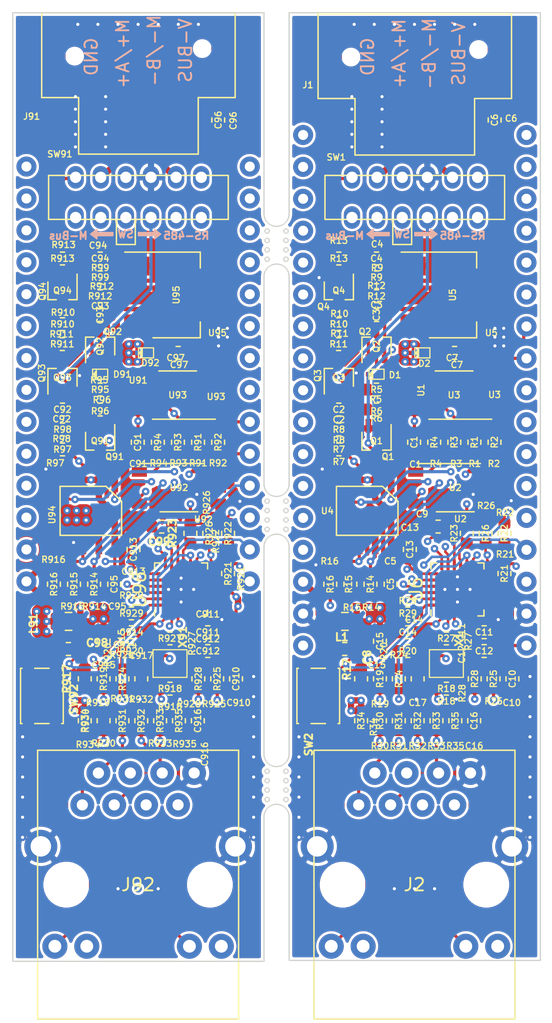
<source format=kicad_pcb>
(kicad_pcb (version 20171130) (host pcbnew "(5.1.5)-3")
  (title_block (title "IoT - Wireless Adapter - Digital IO") (date 2020-06-27) (company "RWTH - ACS") (comment 1 "Author: Carlo Guarnieri Calò Carducci") (comment 2 "email: cguarnieri@eonerc.rwth-aachen.de"))
  (layers (0 F.Cu signal) (1 In1.Cu signal) (2 In2.Cu signal) (31 B.Cu signal) (34 B.Paste user) (35 F.Paste user) (36 B.SilkS user) (37 F.SilkS user) (38 B.Mask user) (39 F.Mask user) (44 Edge.Cuts user))
  (net 0 "")
  (net 1 GND)
  (net 2 +5V)
  (net 3 "Net-(C2-Pad1)")
  (net 4 VBUS)
  (net 5 "Net-(C3-Pad2)")
  (net 6 "Net-(C7-Pad1)")
  (net 7 "Net-(C8-Pad1)")
  (net 8 "Net-(C92-Pad1)")
  (net 9 "Net-(C93-Pad2)")
  (net 10 "Net-(C97-Pad1)")
  (net 11 "Net-(D1-Pad2)")
  (net 12 "Net-(D1-Pad1)")
  (net 13 "Net-(D91-Pad2)")
  (net 14 "Net-(D91-Pad1)")
  (net 15 "Net-(J1-Pad2)")
  (net 16 "Net-(J1-Pad3)")
  (net 17 "Net-(J91-Pad2)")
  (net 18 "Net-(J91-Pad3)")
  (net 19 /IoT_DIO_ESP/Rx_Mbus)
  (net 20 /IoT_DIO_ESP/Tx_Mbus)
  (net 21 "Net-(Q3-Pad3)")
  (net 22 /IoT_DIO_ESP/MBUS/M+)
  (net 23 "Net-(Q4-Pad1)")
  (net 24 /IoT_DIO_FyPy/Rx_Mbus)
  (net 25 /IoT_DIO_FyPy/Tx_Mbus)
  (net 26 "Net-(Q93-Pad3)")
  (net 27 /IoT_DIO_FyPy/MBUS/M+)
  (net 28 "Net-(Q94-Pad1)")
  (net 29 +3V3)
  (net 30 "Net-(R1-Pad1)")
  (net 31 "Net-(R2-Pad2)")
  (net 32 "Net-(R3-Pad1)")
  (net 33 "Net-(R4-Pad2)")
  (net 34 /IoT_DIO_ESP/RS485/B-)
  (net 35 /IoT_DIO_ESP/RS485/A+)
  (net 36 "Net-(R91-Pad1)")
  (net 37 "Net-(R92-Pad2)")
  (net 38 "Net-(R93-Pad1)")
  (net 39 "Net-(R94-Pad2)")
  (net 40 /IoT_DIO_FyPy/RS485/B-)
  (net 41 /IoT_DIO_FyPy/RS485/A+)
  (net 42 /IoT_DIO_ESP/Tx_RS485)
  (net 43 /IoT_DIO_ESP/Rx_RS485)
  (net 44 "Net-(SW1-Pad2)")
  (net 45 /IoT_DIO_FyPy/Tx_RS485)
  (net 46 /IoT_DIO_FyPy/Rx_RS485)
  (net 47 "Net-(SW91-Pad2)")
  (net 48 "Net-(U1-Pad11)")
  (net 49 "Net-(U91-Pad6)")
  (net 50 "Net-(U1-Pad30)")
  (net 51 "Net-(U1-Pad29)")
  (net 52 "Net-(U1-Pad28)")
  (net 53 "Net-(U1-Pad27)")
  (net 54 "Net-(U1-Pad25)")
  (net 55 "Net-(U1-Pad23)")
  (net 56 "Net-(U1-Pad22)")
  (net 57 "Net-(U1-Pad19)")
  (net 58 "Net-(U1-Pad18)")
  (net 59 "Net-(U1-Pad12)")
  (net 60 "Net-(U1-Pad9)")
  (net 61 "Net-(U1-Pad8)")
  (net 62 "Net-(U1-Pad7)")
  (net 63 "Net-(U1-Pad6)")
  (net 64 "Net-(U1-Pad5)")
  (net 65 "Net-(U1-Pad3)")
  (net 66 "Net-(U91-Pad1)")
  (net 67 "Net-(U91-Pad3)")
  (net 68 "Net-(U91-Pad7)")
  (net 69 "Net-(U91-Pad10)")
  (net 70 "Net-(U91-Pad12)")
  (net 71 "Net-(U91-Pad15)")
  (net 72 "Net-(U91-Pad16)")
  (net 73 "Net-(U91-Pad17)")
  (net 74 "Net-(U91-Pad18)")
  (net 75 "Net-(U91-Pad21)")
  (net 76 "Net-(U91-Pad22)")
  (net 77 /IoT_DIO_ESP/Ethernet/nRST)
  (net 78 "Net-(C11-Pad1)")
  (net 79 VDDA)
  (net 80 /IoT_DIO_FyPy/Ethernet1/R_RXCLK)
  (net 81 /IoT_DIO_ESP/Ethernet/LED1)
  (net 82 /IoT_DIO_ESP/Ethernet/LED2)
  (net 83 "Net-(J2-Pad1)")
  (net 84 "Net-(J2-Pad3)")
  (net 85 "Net-(J2-Pad2)")
  (net 86 "Net-(J2-Pad6)")
  (net 87 /IoT_DIO_ESP/Ethernet/PHY_POWER)
  (net 88 "Net-(R20-Pad1)")
  (net 89 /IoT_DIO_ESP/Ethernet/R_RXCLK)
  (net 90 "Net-(R21-Pad1)")
  (net 91 "Net-(R22-Pad1)")
  (net 92 /IoT_DIO_ESP/Ethernet/CRS_DV)
  (net 93 "Net-(R24-Pad1)")
  (net 94 "Net-(R25-Pad1)")
  (net 95 /IoT_DIO_ESP/Ethernet/RXD0)
  (net 96 /IoT_DIO_ESP/Ethernet/MDIO)
  (net 97 "Net-(R27-Pad1)")
  (net 98 /IoT_DIO_ESP/Ethernet/RXD1)
  (net 99 "Net-(R28-Pad1)")
  (net 100 "Net-(R29-Pad2)")
  (net 101 /IoT_DIO_FyPy/Ethernet1/PHY_POWER)
  (net 102 /IoT_DIO_FyPy/Ethernet1/CRS_DV)
  (net 103 /IoT_DIO_FyPy/Ethernet1/RXD0)
  (net 104 /IoT_DIO_FyPy/Ethernet1/RXD1)
  (net 105 /IoT_DIO_ESP/Ethernet/TX_EN)
  (net 106 /IoT_DIO_ESP/Ethernet/TXD1)
  (net 107 /IoT_DIO_ESP/Ethernet/TXD0)
  (net 108 /IoT_DIO_ESP/Ethernet/MDC)
  (net 109 "Net-(U6-Pad4)")
  (net 110 /IoT_DIO_FyPy/Ethernet1/TX_EN)
  (net 111 /IoT_DIO_FyPy/Ethernet1/TXD0)
  (net 112 /IoT_DIO_FyPy/Ethernet1/TXD1)
  (net 113 /IoT_DIO_FyPy/Ethernet1/nRST)
  (net 114 "Net-(C911-Pad1)")
  (net 115 "Net-(J92-Pad6)")
  (net 116 "Net-(J92-Pad2)")
  (net 117 "Net-(J92-Pad3)")
  (net 118 "Net-(J92-Pad1)")
  (net 119 /IoT_DIO_FyPy/Ethernet1/LED2)
  (net 120 /IoT_DIO_FyPy/Ethernet1/LED1)
  (net 121 "Net-(R920-Pad1)")
  (net 122 "Net-(R921-Pad1)")
  (net 123 "Net-(R922-Pad1)")
  (net 124 "Net-(R924-Pad1)")
  (net 125 "Net-(R925-Pad1)")
  (net 126 /IoT_DIO_FyPy/Ethernet1/MDIO)
  (net 127 "Net-(R927-Pad1)")
  (net 128 "Net-(R928-Pad1)")
  (net 129 "Net-(R929-Pad2)")
  (net 130 "Net-(U96-Pad4)")
  (net 131 /IoT_DIO_FyPy/Ethernet1/MDC)
  (net 132 "Net-(C98-Pad1)")
  (net 133 "Net-(U91-Pad11)")
  (net 134 "Net-(J2-Pad9)")
  (net 135 "Net-(J2-Pad11)")
  (net 136 "Net-(J92-Pad11)")
  (net 137 "Net-(J92-Pad9)")
  (net 138 "Net-(C8-Pad2)")
  (net 139 "Net-(C98-Pad2)")
  (net 140 "Net-(SW2-Pad3)")
  (net 141 "Net-(SW2-Pad1)")
  (net 142 "Net-(SW92-Pad3)")
  (net 143 "Net-(SW92-Pad1)")
  (net 144 "Net-(J2-Pad7)")
  (net 145 "Net-(J92-Pad7)")
  (module Footprint:HR911105A (layer F.Cu) (at 131.9775 179.4 180)
    (fp_text reference J2 (at 0 0) (layer F.SilkS))
    (fp_text value RJ45_LED_Shielded)
    (pad 2 thru_hole circle (at 3.16 8.89 180) (size 1.9 1.9) (drill 0.89) (layers *.Cu *.Mask) (net 85 "Net-(J2-Pad2)"))
    (pad 4 thru_hole circle (at 0.62 8.89 180) (size 1.9 1.9) (drill 0.89) (layers *.Cu *.Mask) (net 79 VDDA))
    (pad 8 thru_hole circle (at -4.46 8.89 180) (size 1.9 1.9) (drill 0.89) (layers *.Cu *.Mask) (net 1 GND))
    (pad 6 thru_hole circle (at -1.92 8.89 180) (size 1.9 1.9) (drill 0.89) (layers *.Cu *.Mask) (net 86 "Net-(J2-Pad6)"))
    (pad 7 thru_hole circle (at -3.18 6.35 180) (size 1.9 1.9) (drill 0.89) (layers *.Cu *.Mask) (net 144 "Net-(J2-Pad7)"))
    (pad 5 thru_hole circle (at -0.64 6.35 180) (size 1.9 1.9) (drill 0.89) (layers *.Cu *.Mask) (net 79 VDDA))
    (pad 3 thru_hole circle (at 1.9 6.35 180) (size 1.9 1.9) (drill 0.89) (layers *.Cu *.Mask) (net 84 "Net-(J2-Pad3)"))
    (pad 1 thru_hole circle (at 4.44 6.35 180) (size 1.9 1.9) (drill 0.89) (layers *.Cu *.Mask) (net 83 "Net-(J2-Pad1)"))
    (pad 9 thru_hole circle (at 6.625 -4.9 180) (size 2 2) (drill 1.02) (layers *.Cu *.Mask) (net 134 "Net-(J2-Pad9)"))
    (pad 14 thru_hole circle (at 7.745 3.05 180) (size 2.63 2.63) (drill 1.63) (layers *.Cu *.Mask) (net 1 GND))
    (pad 11 thru_hole circle (at -4.085 -4.9 180) (size 2 2) (drill 1.02) (layers *.Cu *.Mask) (net 135 "Net-(J2-Pad11)"))
    (pad 12 thru_hole circle (at -6.625 -4.9 180) (size 2 2) (drill 1.02) (layers *.Cu *.Mask) (net 82 /IoT_DIO_ESP/Ethernet/LED2))
    (pad 10 thru_hole circle (at 4.085 -4.9 180) (size 2 2) (drill 1.02) (layers *.Cu *.Mask) (net 81 /IoT_DIO_ESP/Ethernet/LED1))
    (pad "" np_thru_hole circle (at 5.715 0 180) (size 3.25 3.25) (drill 3.25) (layers *.Cu *.Mask))
    (pad "" np_thru_hole circle (at -5.715 0 180) (size 3.25 3.25) (drill 3.25) (layers *.Cu *.Mask))
    (pad 13 thru_hole circle (at -7.745 3.05 180) (size 2.63 2.63) (drill 1.63) (layers *.Cu *.Mask) (net 1 GND))
  )
  (module Footprint:HR911105A (layer F.Cu) (at 109.9775 179.4 180)
    (fp_text reference J92 (at 0 0) (layer F.SilkS))
    (fp_text value RJ45_LED_Shielded)
    (pad 2 thru_hole circle (at 3.16 8.89 180) (size 1.9 1.9) (drill 0.89) (layers *.Cu *.Mask) (net 116 "Net-(J92-Pad2)"))
    (pad 4 thru_hole circle (at 0.62 8.89 180) (size 1.9 1.9) (drill 0.89) (layers *.Cu *.Mask) (net 79 VDDA))
    (pad 8 thru_hole circle (at -4.46 8.89 180) (size 1.9 1.9) (drill 0.89) (layers *.Cu *.Mask) (net 1 GND))
    (pad 6 thru_hole circle (at -1.92 8.89 180) (size 1.9 1.9) (drill 0.89) (layers *.Cu *.Mask) (net 115 "Net-(J92-Pad6)"))
    (pad 7 thru_hole circle (at -3.18 6.35 180) (size 1.9 1.9) (drill 0.89) (layers *.Cu *.Mask) (net 145 "Net-(J92-Pad7)"))
    (pad 5 thru_hole circle (at -0.64 6.35 180) (size 1.9 1.9) (drill 0.89) (layers *.Cu *.Mask) (net 79 VDDA))
    (pad 3 thru_hole circle (at 1.9 6.35 180) (size 1.9 1.9) (drill 0.89) (layers *.Cu *.Mask) (net 117 "Net-(J92-Pad3)"))
    (pad 1 thru_hole circle (at 4.44 6.35 180) (size 1.9 1.9) (drill 0.89) (layers *.Cu *.Mask) (net 118 "Net-(J92-Pad1)"))
    (pad 9 thru_hole circle (at 6.625 -4.9 180) (size 2 2) (drill 1.02) (layers *.Cu *.Mask) (net 137 "Net-(J92-Pad9)"))
    (pad 14 thru_hole circle (at 7.745 3.05 180) (size 2.63 2.63) (drill 1.63) (layers *.Cu *.Mask) (net 1 GND))
    (pad 11 thru_hole circle (at -4.085 -4.9 180) (size 2 2) (drill 1.02) (layers *.Cu *.Mask) (net 136 "Net-(J92-Pad11)"))
    (pad 12 thru_hole circle (at -6.625 -4.9 180) (size 2 2) (drill 1.02) (layers *.Cu *.Mask) (net 119 /IoT_DIO_FyPy/Ethernet1/LED2))
    (pad 10 thru_hole circle (at 4.085 -4.9 180) (size 2 2) (drill 1.02) (layers *.Cu *.Mask) (net 120 /IoT_DIO_FyPy/Ethernet1/LED1))
    (pad "" np_thru_hole circle (at 5.715 0 180) (size 3.25 3.25) (drill 3.25) (layers *.Cu *.Mask))
    (pad "" np_thru_hole circle (at -5.715 0 180) (size 3.25 3.25) (drill 3.25) (layers *.Cu *.Mask))
    (pad 13 thru_hole circle (at -7.745 3.05 180) (size 2.63 2.63) (drill 1.63) (layers *.Cu *.Mask) (net 1 GND))
  )
  (module Footprint:XW4L-04A1-H1 (layer F.Cu) (at 132.0035 114.2755)
    (fp_text reference J1 (at -8.5035 1.4745) (layer F.SilkS) (effects (font (size 0.5 0.5) (thickness 0.1))))
    (fp_text value "Conn_01x04 XW4L-04A1-H1")
    (fp_text user GND (at -3.7535 -0.7755 -90) (layer B.SilkS) (effects (justify mirror)))
    (fp_text user M+/A+ (at -1.2535 -1.0255 -90) (layer B.SilkS) (effects (justify mirror)))
    (fp_text user M-/B- (at 1.143 -1.0255 -90) (layer B.SilkS) (effects (justify mirror)))
    (fp_text user V-BUS (at 3.4965 -1.0255 -90) (layer B.SilkS) (effects (justify mirror)))
    (pad "" np_thru_hole circle (at 5.08 -1.35) (size 1.1 1.1) (drill 1.1) (layers *.Cu *.Mask))
    (pad "" np_thru_hole circle (at -5.08 -0.75) (size 1.1 1.1) (drill 1.1) (layers *.Cu *.Mask))
    (pad "" smd rect (at 6.35 -0.75) (size 1.1 6) (layers F.Cu F.Mask))
    (pad "" smd rect (at -6.35 -0.75) (size 1.1 6) (layers F.Cu F.Mask))
    (pad 1 smd rect (at 3.81 4.4) (size 1.3 4.7) (layers F.Cu F.Mask) (net 4 VBUS))
    (pad 2 smd rect (at 1.27 4.4) (size 1.3 4.7) (layers F.Cu F.Mask) (net 15 "Net-(J1-Pad2)"))
    (pad 3 smd rect (at -1.27 4.4) (size 1.3 4.7) (layers F.Cu F.Mask) (net 16 "Net-(J1-Pad3)"))
    (pad 4 smd rect (at -3.81 4.4) (size 1.3 4.7) (layers F.Cu F.Mask) (net 1 GND))
  )
  (module Footprint:XW4L-04A1-H1 (layer F.Cu) (at 110.0035 114.2005)
    (fp_text reference J91 (at -8.5035 4.0495) (layer F.SilkS) (effects (font (size 0.5 0.5) (thickness 0.1))))
    (fp_text value "Conn_01x04 XW4L-04A1-H1")
    (fp_text user GND (at -3.7535 -0.7005 -90) (layer B.SilkS) (effects (justify mirror)))
    (fp_text user M+/A+ (at -1.2535 -0.9505 -90) (layer B.SilkS) (effects (justify mirror)))
    (fp_text user M-/B- (at 1.2465 -1.2005 -90) (layer B.SilkS) (effects (justify mirror)))
    (fp_text user V-BUS (at 3.7465 -1.2005 -90) (layer B.SilkS) (effects (justify mirror)))
    (pad "" np_thru_hole circle (at 5.08 -1.35) (size 1.1 1.1) (drill 1.1) (layers *.Cu *.Mask))
    (pad "" np_thru_hole circle (at -5.08 -0.75) (size 1.1 1.1) (drill 1.1) (layers *.Cu *.Mask))
    (pad "" smd rect (at 6.35 -0.75) (size 1.1 6) (layers F.Cu F.Mask))
    (pad "" smd rect (at -6.35 -0.75) (size 1.1 6) (layers F.Cu F.Mask))
    (pad 1 smd rect (at 3.81 4.4) (size 1.3 4.7) (layers F.Cu F.Mask) (net 4 VBUS))
    (pad 2 smd rect (at 1.27 4.4) (size 1.3 4.7) (layers F.Cu F.Mask) (net 17 "Net-(J91-Pad2)"))
    (pad 3 smd rect (at -1.27 4.4) (size 1.3 4.7) (layers F.Cu F.Mask) (net 18 "Net-(J91-Pad3)"))
    (pad 4 smd rect (at -3.81 4.4) (size 1.3 4.7) (layers F.Cu F.Mask) (net 1 GND))
  )
  (module Footprint:MAX13487 (layer F.Cu) (at 106.2165 149.643 270)
    (fp_text reference U94 (at 0.3139 3.0846 90) (layer F.SilkS) (effects (font (size 0.5 0.5) (thickness 0.1))))
    (fp_text value MAX13487EESA+)
    (pad 4 smd rect (at -2.465 1.905 270) (size 1.98 0.53) (layers F.Cu F.Paste F.Mask) (net 45 /IoT_DIO_FyPy/Tx_RS485))
    (pad 5 smd rect (at 2.465 1.905 270) (size 1.98 0.53) (layers F.Cu F.Paste F.Mask) (net 1 GND))
    (pad 3 smd rect (at -2.465 0.635 270) (size 1.98 0.53) (layers F.Cu F.Paste F.Mask) (net 2 +5V))
    (pad 6 smd rect (at 2.465 0.635 270) (size 1.98 0.53) (layers F.Cu F.Paste F.Mask) (net 41 /IoT_DIO_FyPy/RS485/A+))
    (pad 2 smd rect (at -2.465 -0.635 270) (size 1.98 0.53) (layers F.Cu F.Paste F.Mask) (net 2 +5V))
    (pad 7 smd rect (at 2.465 -0.635 270) (size 1.98 0.53) (layers F.Cu F.Paste F.Mask) (net 40 /IoT_DIO_FyPy/RS485/B-))
    (pad 1 smd rect (at -2.465 -1.905 270) (size 1.98 0.53) (layers F.Cu F.Paste F.Mask) (net 46 /IoT_DIO_FyPy/Rx_RS485))
    (pad 8 smd rect (at 2.465 -1.905 270) (size 1.98 0.53) (layers F.Cu F.Paste F.Mask) (net 2 +5V))
  )
  (module Footprint:MAX13487 (layer F.Cu) (at 128.2165 149.643 270)
    (fp_text reference U4 (at 0.0091 3.1738 180) (layer F.SilkS) (effects (font (size 0.5 0.5) (thickness 0.1))))
    (fp_text value MAX13487EESA+)
    (pad 4 smd rect (at -2.465 1.905 270) (size 1.98 0.53) (layers F.Cu F.Paste F.Mask) (net 42 /IoT_DIO_ESP/Tx_RS485))
    (pad 5 smd rect (at 2.465 1.905 270) (size 1.98 0.53) (layers F.Cu F.Paste F.Mask) (net 1 GND))
    (pad 3 smd rect (at -2.465 0.635 270) (size 1.98 0.53) (layers F.Cu F.Paste F.Mask) (net 2 +5V))
    (pad 6 smd rect (at 2.465 0.635 270) (size 1.98 0.53) (layers F.Cu F.Paste F.Mask) (net 35 /IoT_DIO_ESP/RS485/A+))
    (pad 2 smd rect (at -2.465 -0.635 270) (size 1.98 0.53) (layers F.Cu F.Paste F.Mask) (net 2 +5V))
    (pad 7 smd rect (at 2.465 -0.635 270) (size 1.98 0.53) (layers F.Cu F.Paste F.Mask) (net 34 /IoT_DIO_ESP/RS485/B-))
    (pad 1 smd rect (at -2.465 -1.905 270) (size 1.98 0.53) (layers F.Cu F.Paste F.Mask) (net 43 /IoT_DIO_ESP/Rx_RS485))
    (pad 8 smd rect (at 2.465 -1.905 270) (size 1.98 0.53) (layers F.Cu F.Paste F.Mask) (net 2 +5V))
  )
  (module Package_TO_SOT_SMD:SOT-223-3_TabPin2 (layer F.Cu) (at 135.0175 132.4605)
    (fp_text reference U5 (at 3.0808 3.0184 180) (layer F.SilkS) (effects (font (size 0.5 0.5) (thickness 0.1))))
    (fp_text value LM340MP-5.0/NOPB)
    (fp_text user %R (at 0 0 90) (layer F.SilkS) (effects (font (size 0.5 0.5) (thickness 0.1))))
    (pad 1 smd rect (at -3.15 -2.3) (size 2 1.5) (layers F.Cu F.Paste F.Mask) (net 4 VBUS))
    (pad 3 smd rect (at -3.15 2.3) (size 2 1.5) (layers F.Cu F.Paste F.Mask) (net 6 "Net-(C7-Pad1)"))
    (pad 2 smd rect (at -3.15 0) (size 2 1.5) (layers F.Cu F.Paste F.Mask) (net 1 GND))
    (pad 2 smd rect (at 3.15 0) (size 2 3.8) (layers F.Cu F.Paste F.Mask) (net 1 GND))
  )
  (module Package_TO_SOT_SMD:SOT-223-3_TabPin2 (layer F.Cu) (at 113.0175 132.4605)
    (fp_text reference U95 (at 3.2716 3.0184 180) (layer F.SilkS) (effects (font (size 0.5 0.5) (thickness 0.1))))
    (fp_text value LM340MP-5.0/NOPB)
    (fp_text user %R (at 0 0 90) (layer F.SilkS) (effects (font (size 0.5 0.5) (thickness 0.1))))
    (pad 1 smd rect (at -3.15 -2.3) (size 2 1.5) (layers F.Cu F.Paste F.Mask) (net 4 VBUS))
    (pad 3 smd rect (at -3.15 2.3) (size 2 1.5) (layers F.Cu F.Paste F.Mask) (net 10 "Net-(C97-Pad1)"))
    (pad 2 smd rect (at -3.15 0) (size 2 1.5) (layers F.Cu F.Paste F.Mask) (net 1 GND))
    (pad 2 smd rect (at 3.15 0) (size 2 3.8) (layers F.Cu F.Paste F.Mask) (net 1 GND))
  )
  (module Package_SO:MFSOP6-5_4.4x3.6mm_P1.27mm (layer F.Cu) (at 113.2275 147.8005)
    (fp_text reference U92 (at 1.944 2.5184 180) (layer F.SilkS) (effects (font (size 0.5 0.5) (thickness 0.1))))
    (fp_text value VOM452T)
    (fp_text user %R (at 0 0 180) (layer F.SilkS) (effects (font (size 0.5 0.5) (thickness 0.1))))
    (pad 6 smd rect (at 3.15 -1.27) (size 1.2 0.8) (layers F.Cu F.Paste F.Mask) (net 29 +3V3))
    (pad 3 smd rect (at -3.15 1.27) (size 1.2 0.8) (layers F.Cu F.Paste F.Mask) (net 47 "Net-(SW91-Pad2)"))
    (pad 4 smd rect (at 3.15 1.27) (size 1.2 0.8) (layers F.Cu F.Paste F.Mask) (net 1 GND))
    (pad 1 smd rect (at -3.15 -1.27) (size 1.2 0.8) (layers F.Cu F.Paste F.Mask) (net 39 "Net-(R94-Pad2)"))
    (pad 5 smd rect (at 3.15 0) (size 1.2 0.8) (layers F.Cu F.Paste F.Mask) (net 37 "Net-(R92-Pad2)"))
  )
  (module Footprint:ESP32v4 (layer F.Cu) (at 132.0035 140.0465 90)
    (fp_text reference U1 (at 0 0.5 270) (layer F.SilkS) (effects (font (size 0.5 0.5) (thickness 0.1))))
    (fp_text value ESP-32-PICO-KIT-V4)
    (pad 34 thru_hole circle (at -20.32 -8.89 90) (size 1.6 1.6) (drill 0.8) (layers *.Cu *.Mask) (net 2 +5V))
    (pad 33 thru_hole circle (at -17.78 -8.89 90) (size 1.6 1.6) (drill 0.8) (layers *.Cu *.Mask) (net 1 GND))
    (pad 32 thru_hole circle (at -15.24 -8.89 90) (size 1.6 1.6) (drill 0.8) (layers *.Cu *.Mask) (net 29 +3V3))
    (pad 31 thru_hole circle (at -12.7 -8.89 90) (size 1.6 1.6) (drill 0.8) (layers *.Cu *.Mask) (net 89 /IoT_DIO_ESP/Ethernet/R_RXCLK))
    (pad 30 thru_hole circle (at -10.16 -8.89 90) (size 1.6 1.6) (drill 0.8) (layers *.Cu *.Mask) (net 50 "Net-(U1-Pad30)"))
    (pad 29 thru_hole circle (at -7.62 -8.89 90) (size 1.6 1.6) (drill 0.8) (layers *.Cu *.Mask) (net 51 "Net-(U1-Pad29)"))
    (pad 28 thru_hole circle (at -5.08 -8.89 90) (size 1.6 1.6) (drill 0.8) (layers *.Cu *.Mask) (net 52 "Net-(U1-Pad28)"))
    (pad 27 thru_hole circle (at -2.54 -8.89 90) (size 1.6 1.6) (drill 0.8) (layers *.Cu *.Mask) (net 53 "Net-(U1-Pad27)"))
    (pad 26 thru_hole circle (at 0 -8.89 90) (size 1.6 1.6) (drill 0.8) (layers *.Cu *.Mask) (net 87 /IoT_DIO_ESP/Ethernet/PHY_POWER))
    (pad 25 thru_hole circle (at 2.54 -8.89 90) (size 1.6 1.6) (drill 0.8) (layers *.Cu *.Mask) (net 54 "Net-(U1-Pad25)"))
    (pad 24 thru_hole circle (at 5.08 -8.89 90) (size 1.6 1.6) (drill 0.8) (layers *.Cu *.Mask) (net 92 /IoT_DIO_ESP/Ethernet/CRS_DV))
    (pad 23 thru_hole circle (at 7.62 -8.89 90) (size 1.6 1.6) (drill 0.8) (layers *.Cu *.Mask) (net 55 "Net-(U1-Pad23)"))
    (pad 22 thru_hole circle (at 10.16 -8.89 90) (size 1.6 1.6) (drill 0.8) (layers *.Cu *.Mask) (net 56 "Net-(U1-Pad22)"))
    (pad 21 thru_hole circle (at 12.7 -8.89 90) (size 1.6 1.6) (drill 0.8) (layers *.Cu *.Mask) (net 98 /IoT_DIO_ESP/Ethernet/RXD1))
    (pad 20 thru_hole circle (at 15.24 -8.89 90) (size 1.6 1.6) (drill 0.8) (layers *.Cu *.Mask) (net 95 /IoT_DIO_ESP/Ethernet/RXD0))
    (pad 19 thru_hole circle (at 17.78 -8.89 90) (size 1.6 1.6) (drill 0.8) (layers *.Cu *.Mask) (net 57 "Net-(U1-Pad19)"))
    (pad 18 thru_hole circle (at 20.32 -8.89 90) (size 1.6 1.6) (drill 0.8) (layers *.Cu *.Mask) (net 58 "Net-(U1-Pad18)"))
    (pad 17 thru_hole circle (at 20.32 8.89 90) (size 1.6 1.6) (drill 0.8) (layers *.Cu *.Mask) (net 105 /IoT_DIO_ESP/Ethernet/TX_EN))
    (pad 16 thru_hole circle (at 17.78 8.89 90) (size 1.6 1.6) (drill 0.8) (layers *.Cu *.Mask) (net 106 /IoT_DIO_ESP/Ethernet/TXD1))
    (pad 15 thru_hole circle (at 15.24 8.89 90) (size 1.6 1.6) (drill 0.8) (layers *.Cu *.Mask) (net 107 /IoT_DIO_ESP/Ethernet/TXD0))
    (pad 14 thru_hole circle (at 12.7 8.89 90) (size 1.6 1.6) (drill 0.8) (layers *.Cu *.Mask) (net 108 /IoT_DIO_ESP/Ethernet/MDC))
    (pad 13 thru_hole circle (at 10.16 8.89 90) (size 1.6 1.6) (drill 0.8) (layers *.Cu *.Mask) (net 96 /IoT_DIO_ESP/Ethernet/MDIO))
    (pad 12 thru_hole circle (at 7.62 8.89 90) (size 1.6 1.6) (drill 0.8) (layers *.Cu *.Mask) (net 59 "Net-(U1-Pad12)"))
    (pad 11 thru_hole circle (at 5.08 8.89 90) (size 1.6 1.6) (drill 0.8) (layers *.Cu *.Mask) (net 48 "Net-(U1-Pad11)"))
    (pad 10 thru_hole circle (at 2.54 8.89 90) (size 1.6 1.6) (drill 0.8) (layers *.Cu *.Mask) (net 31 "Net-(R2-Pad2)"))
    (pad 9 thru_hole circle (at 0 8.89 90) (size 1.6 1.6) (drill 0.8) (layers *.Cu *.Mask) (net 60 "Net-(U1-Pad9)"))
    (pad 8 thru_hole circle (at -2.54 8.89 90) (size 1.6 1.6) (drill 0.8) (layers *.Cu *.Mask) (net 61 "Net-(U1-Pad8)"))
    (pad 7 thru_hole circle (at -5.08 8.89 90) (size 1.6 1.6) (drill 0.8) (layers *.Cu *.Mask) (net 62 "Net-(U1-Pad7)"))
    (pad 6 thru_hole circle (at -7.62 8.89 90) (size 1.6 1.6) (drill 0.8) (layers *.Cu *.Mask) (net 63 "Net-(U1-Pad6)"))
    (pad 5 thru_hole circle (at -10.16 8.89 90) (size 1.6 1.6) (drill 0.8) (layers *.Cu *.Mask) (net 64 "Net-(U1-Pad5)"))
    (pad 4 thru_hole circle (at -12.7 8.89 90) (size 1.6 1.6) (drill 0.8) (layers *.Cu *.Mask) (net 7 "Net-(C8-Pad1)"))
    (pad 3 thru_hole circle (at -15.24 8.89 90) (size 1.6 1.6) (drill 0.8) (layers *.Cu *.Mask) (net 65 "Net-(U1-Pad3)"))
    (pad 2 thru_hole circle (at -17.78 8.89 90) (size 1.6 1.6) (drill 0.8) (layers *.Cu *.Mask) (net 1 GND))
    (pad 1 thru_hole circle (at -20.32 8.89 90) (size 1.6 1.6) (drill 0.8) (layers *.Cu *.Mask) (net 29 +3V3))
  )
  (module Package_TO_SOT_SMD:SOT-323_SC-70 (layer F.Cu) (at 125.9575 132.1085 270)
    (fp_text reference Q4 (at 1.2876 1.2196) (layer F.SilkS) (effects (font (size 0.5 0.5) (thickness 0.1))))
    (fp_text value BC817-40WT1G)
    (fp_text user %R (at 0 0) (layer F.SilkS) (effects (font (size 0.5 0.5) (thickness 0.1))))
    (pad 3 smd rect (at 1 0 180) (size 0.45 0.7) (layers F.Cu F.Paste F.Mask) (net 5 "Net-(C3-Pad2)"))
    (pad 2 smd rect (at -1 0.65 180) (size 0.45 0.7) (layers F.Cu F.Paste F.Mask) (net 22 /IoT_DIO_ESP/MBUS/M+))
    (pad 1 smd rect (at -1 -0.65 180) (size 0.45 0.7) (layers F.Cu F.Paste F.Mask) (net 23 "Net-(Q4-Pad1)"))
  )
  (module Capacitor_SMD:C_0603_1608Metric (layer F.Cu) (at 126.4285 160.6391 180)
    (fp_text reference C8 (at -1.778 -0.662 270) (layer F.SilkS) (effects (font (size 0.6 0.6))))
    (fp_text value 100n)
    (pad 2 smd roundrect (at 0.7875 0 180) (size 0.875 0.95) (layers F.Cu F.Paste F.Mask) (net 138 "Net-(C8-Pad2)"))
    (pad 1 smd roundrect (at -0.7875 0 180) (size 0.875 0.95) (layers F.Cu F.Paste F.Mask) (net 7 "Net-(C8-Pad1)"))
  )
  (module Capacitor_SMD:C_0603_1608Metric (layer F.Cu) (at 131.445 159.3058 180)
    (fp_text reference C14 (at -0.5 1) (layer F.SilkS) (effects (font (size 0.5 0.5) (thickness 0.1))))
    (fp_text value 100n)
    (fp_text user %R (at 0 0 180) (layer F.SilkS) (effects (font (size 0.5 0.5) (thickness 0.1))))
    (pad 2 smd roundrect (at 0.7875 0 180) (size 0.875 0.95) (layers F.Cu F.Paste F.Mask) (net 1 GND))
    (pad 1 smd roundrect (at -0.7875 0 180) (size 0.875 0.95) (layers F.Cu F.Paste F.Mask) (net 79 VDDA))
  )
  (module Footprint:Oscillator_DSC60xx_Microchip-4Pin_2.5x2.0mm (layer F.Cu) (at 112.517 161.799)
    (fp_text reference X91 (at 1.02 -2.122 270) (layer F.SilkS) (effects (font (size 0.6 0.6))))
    (fp_text value DSC6011JI1A-050.0000)
    (pad 1 smd rect (at -0.825 0.625) (size 0.7 0.8) (layers F.Cu F.Paste F.Mask) (net 101 /IoT_DIO_FyPy/Ethernet1/PHY_POWER))
    (pad 2 smd rect (at 0.825 0.625) (size 0.7 0.8) (layers F.Cu F.Paste F.Mask) (net 1 GND))
    (pad 3 smd rect (at 0.825 -0.625) (size 0.7 0.8) (layers F.Cu F.Paste F.Mask) (net 121 "Net-(R920-Pad1)"))
    (pad 4 smd rect (at -0.825 -0.625) (size 0.7 0.8) (layers F.Cu F.Paste F.Mask) (net 29 +3V3))
  )
  (module Footprint:Oscillator_DSC60xx_Microchip-4Pin_2.5x2.0mm (layer F.Cu) (at 134.517 161.799)
    (fp_text reference X1 (at 1.012 -1.94 270) (layer F.SilkS) (effects (font (size 0.6 0.6))))
    (fp_text value DSC6011JI1A-050.0000)
    (pad 1 smd rect (at -0.825 0.625) (size 0.7 0.8) (layers F.Cu F.Paste F.Mask) (net 87 /IoT_DIO_ESP/Ethernet/PHY_POWER))
    (pad 2 smd rect (at 0.825 0.625) (size 0.7 0.8) (layers F.Cu F.Paste F.Mask) (net 1 GND))
    (pad 3 smd rect (at 0.825 -0.625) (size 0.7 0.8) (layers F.Cu F.Paste F.Mask) (net 88 "Net-(R20-Pad1)"))
    (pad 4 smd rect (at -0.825 -0.625) (size 0.7 0.8) (layers F.Cu F.Paste F.Mask) (net 29 +3V3))
  )
  (module Capacitor_SMD:C_0603_1608Metric (layer F.Cu) (at 129.231 160.0172 270)
    (fp_text reference C15 (at 1.9 0.25) (layer F.SilkS) (effects (font (size 0.5 0.5) (thickness 0.1))))
    (fp_text value 4.7u)
    (fp_text user %R (at 0 0 270) (layer F.SilkS) (effects (font (size 0.5 0.5) (thickness 0.1))))
    (pad 2 smd roundrect (at 0.7875 0 270) (size 0.875 0.95) (layers F.Cu F.Paste F.Mask) (net 1 GND))
    (pad 1 smd roundrect (at -0.7875 0 270) (size 0.875 0.95) (layers F.Cu F.Paste F.Mask) (net 79 VDDA))
  )
  (module Capacitor_SMD:C_0603_1608Metric (layer F.Cu) (at 110.231 163.0172 270)
    (fp_text reference C917 (at -1.85 0 180) (layer F.SilkS) (effects (font (size 0.5 0.5) (thickness 0.1))))
    (fp_text value 100n)
    (pad 2 smd roundrect (at 0.7875 0 270) (size 0.875 0.95) (layers F.Cu F.Paste F.Mask) (net 1 GND))
    (pad 1 smd roundrect (at -0.7875 0 270) (size 0.875 0.95) (layers F.Cu F.Paste F.Mask) (net 29 +3V3))
  )
  (module Capacitor_SMD:C_0603_1608Metric (layer F.Cu) (at 132.231 163.0172 270)
    (fp_text reference C17 (at 1.9 0) (layer F.SilkS) (effects (font (size 0.5 0.5) (thickness 0.1))))
    (fp_text value 100n)
    (pad 2 smd roundrect (at 0.7875 0 270) (size 0.875 0.95) (layers F.Cu F.Paste F.Mask) (net 1 GND))
    (pad 1 smd roundrect (at -0.7875 0 270) (size 0.875 0.95) (layers F.Cu F.Paste F.Mask) (net 29 +3V3))
  )
  (module Resistor_SMD:R_0603_1608Metric (layer F.Cu) (at 105.731 163.0172 90)
    (fp_text reference R917 (at 0 -1.43 90) (layer F.SilkS) (effects (font (size 0.6 0.6))))
    (fp_text value 10k)
    (pad 2 smd roundrect (at 0.7875 0 90) (size 0.875 0.95) (layers F.Cu F.Paste F.Mask) (net 1 GND))
    (pad 1 smd roundrect (at -0.7875 0 90) (size 0.875 0.95) (layers F.Cu F.Paste F.Mask) (net 139 "Net-(C98-Pad2)"))
  )
  (module Resistor_SMD:R_0603_1608Metric (layer F.Cu) (at 127.731 163.0172 90)
    (fp_text reference R17 (at 0.762 -1.14 90) (layer F.SilkS) (effects (font (size 0.6 0.6))))
    (fp_text value 10k)
    (pad 2 smd roundrect (at 0.7875 0 90) (size 0.875 0.95) (layers F.Cu F.Paste F.Mask) (net 1 GND))
    (pad 1 smd roundrect (at -0.7875 0 90) (size 0.875 0.95) (layers F.Cu F.Paste F.Mask) (net 138 "Net-(C8-Pad2)"))
  )
  (module Capacitor_SMD:C_0603_1608Metric (layer F.Cu) (at 104.4285 160.6391 180)
    (fp_text reference C98 (at -2.286 0.484) (layer F.SilkS) (effects (font (size 0.6 0.6))))
    (fp_text value 100n)
    (pad 2 smd roundrect (at 0.7875 0 180) (size 0.875 0.95) (layers F.Cu F.Paste F.Mask) (net 139 "Net-(C98-Pad2)"))
    (pad 1 smd roundrect (at -0.7875 0 180) (size 0.875 0.95) (layers F.Cu F.Paste F.Mask) (net 132 "Net-(C98-Pad1)"))
  )
  (module Resistor_SMD:R_0603_1608Metric (layer F.Cu) (at 114.1412 151.4348 90)
    (fp_text reference R923 (at 0 -1.43 90) (layer F.SilkS) (effects (font (size 0.6 0.6))))
    (fp_text value 4.7k)
    (pad 2 smd roundrect (at 0.7875 0 90) (size 0.875 0.95) (layers F.Cu F.Paste F.Mask) (net 29 +3V3))
    (pad 1 smd roundrect (at -0.7875 0 90) (size 0.875 0.95) (layers F.Cu F.Paste F.Mask) (net 113 /IoT_DIO_FyPy/Ethernet1/nRST))
  )
  (module Capacitor_SMD:C_0603_1608Metric (layer F.Cu) (at 111.8596 150.8982 180)
    (fp_text reference C99 (at 0.2 -1.2 180) (layer F.SilkS) (effects (font (size 0.6 0.6))))
    (fp_text value 100n)
    (pad 2 smd roundrect (at 0.7875 0 180) (size 0.875 0.95) (layers F.Cu F.Paste F.Mask) (net 1 GND))
    (pad 1 smd roundrect (at -0.7875 0 180) (size 0.875 0.95) (layers F.Cu F.Paste F.Mask) (net 113 /IoT_DIO_FyPy/Ethernet1/nRST))
  )
  (module Inductor_SMD:L_0805_2012Metric (layer F.Cu) (at 126.4412 158.4452)
    (fp_text reference L1 (at -0.25 1.25 180) (layer F.SilkS) (effects (font (size 0.6 0.6))))
    (fp_text value BK2125HS470-T)
    (pad 2 smd roundrect (at 0.9375 0) (size 0.975 1.4) (layers F.Cu F.Paste F.Mask) (net 79 VDDA))
    (pad 1 smd roundrect (at -0.9375 0) (size 0.975 1.4) (layers F.Cu F.Paste F.Mask) (net 29 +3V3))
  )
  (module Resistor_SMD:R_0603_1608Metric (layer F.Cu) (at 107.231 163.0172 90)
    (fp_text reference R919 (at -1.9 -0.45 180) (layer F.SilkS) (effects (font (size 0.5 0.5) (thickness 0.1))))
    (fp_text value 4.7k)
    (fp_text user %R (at 0 0 270) (layer F.SilkS) (effects (font (size 0.5 0.5) (thickness 0.1))))
    (pad 2 smd roundrect (at 0.7875 0 90) (size 0.875 0.95) (layers F.Cu F.Paste F.Mask) (net 29 +3V3))
    (pad 1 smd roundrect (at -0.7875 0 90) (size 0.875 0.95) (layers F.Cu F.Paste F.Mask) (net 80 /IoT_DIO_FyPy/Ethernet1/R_RXCLK))
  )
  (module Resistor_SMD:R_0603_1608Metric (layer F.Cu) (at 108.731 163.0172 90)
    (fp_text reference R924 (at 1.9 -0.05) (layer F.SilkS) (effects (font (size 0.5 0.5) (thickness 0.1))))
    (fp_text value 49.9)
    (fp_text user %R (at 0 0 90) (layer F.SilkS) (effects (font (size 0.5 0.5) (thickness 0.1))))
    (pad 1 smd roundrect (at -0.7875 0 90) (size 0.875 0.95) (layers F.Cu F.Paste F.Mask) (net 124 "Net-(R924-Pad1)"))
    (pad 2 smd roundrect (at 0.7875 0 90) (size 0.875 0.95) (layers F.Cu F.Paste F.Mask) (net 80 /IoT_DIO_FyPy/Ethernet1/R_RXCLK))
  )
  (module Resistor_SMD:R_0603_1608Metric (layer F.Cu) (at 111.731 166.35 90)
    (fp_text reference R933 (at -1.8 0 180) (layer F.SilkS) (effects (font (size 0.5 0.5) (thickness 0.1))))
    (fp_text value 49.9)
    (fp_text user %R (at 0 0 90) (layer F.SilkS) (effects (font (size 0.5 0.5) (thickness 0.1))))
    (pad 2 smd roundrect (at 0.7875 0 90) (size 0.875 0.95) (layers F.Cu F.Paste F.Mask) (net 79 VDDA))
    (pad 1 smd roundrect (at -0.7875 0 90) (size 0.875 0.95) (layers F.Cu F.Paste F.Mask) (net 115 "Net-(J92-Pad6)"))
  )
  (module Resistor_SMD:R_0603_1608Metric (layer F.Cu) (at 107.231 166.35 90)
    (fp_text reference R930 (at 0 -1.43 90) (layer F.SilkS) (effects (font (size 0.5 0.5) (thickness 0.1))))
    (fp_text value 49.9)
    (fp_text user %R (at -1.8 0 180) (layer F.SilkS) (effects (font (size 0.5 0.5) (thickness 0.1))))
    (pad 1 smd roundrect (at -0.7875 0 90) (size 0.875 0.95) (layers F.Cu F.Paste F.Mask) (net 118 "Net-(J92-Pad1)"))
    (pad 2 smd roundrect (at 0.7875 0 90) (size 0.875 0.95) (layers F.Cu F.Paste F.Mask) (net 79 VDDA))
  )
  (module Resistor_SMD:R_0603_1608Metric (layer F.Cu) (at 116.2748 163.0172 270)
    (fp_text reference R925 (at 2 0.25) (layer F.SilkS) (effects (font (size 0.5 0.5) (thickness 0.1))))
    (fp_text value 10)
    (fp_text user %R (at 0 0 90) (layer F.SilkS) (effects (font (size 0.5 0.5) (thickness 0.1))))
    (pad 2 smd roundrect (at 0.7875 0 270) (size 0.875 0.95) (layers F.Cu F.Paste F.Mask) (net 103 /IoT_DIO_FyPy/Ethernet1/RXD0))
    (pad 1 smd roundrect (at -0.7875 0 270) (size 0.875 0.95) (layers F.Cu F.Paste F.Mask) (net 125 "Net-(R925-Pad1)"))
  )
  (module Resistor_SMD:R_0603_1608Metric (layer F.Cu) (at 117.1412 151.4348 90)
    (fp_text reference R922 (at -0.634 -0.976 270) (layer F.SilkS) (effects (font (size 0.5 0.5) (thickness 0.1))))
    (fp_text value 10)
    (fp_text user %R (at 0 0 270) (layer F.SilkS) (effects (font (size 0.5 0.5) (thickness 0.1))))
    (pad 2 smd roundrect (at 0.7875 0 90) (size 0.875 0.95) (layers F.Cu F.Paste F.Mask) (net 102 /IoT_DIO_FyPy/Ethernet1/CRS_DV))
    (pad 1 smd roundrect (at -0.7875 0 90) (size 0.875 0.95) (layers F.Cu F.Paste F.Mask) (net 123 "Net-(R922-Pad1)"))
  )
  (module Resistor_SMD:R_0603_1608Metric (layer F.Cu) (at 112.517 163.799 180)
    (fp_text reference R918 (at 0 -1.43 180) (layer F.SilkS) (effects (font (size 0.5 0.5) (thickness 0.1))))
    (fp_text value 10k)
    (fp_text user %R (at 0 0 180) (layer F.SilkS) (effects (font (size 0.5 0.5) (thickness 0.1))))
    (pad 1 smd roundrect (at -0.7875 0 180) (size 0.875 0.95) (layers F.Cu F.Paste F.Mask) (net 1 GND))
    (pad 2 smd roundrect (at 0.7875 0 180) (size 0.875 0.95) (layers F.Cu F.Paste F.Mask) (net 101 /IoT_DIO_FyPy/Ethernet1/PHY_POWER))
  )
  (module Capacitor_SMD:C_0603_1608Metric (layer F.Cu) (at 107.231 160.0172 270)
    (fp_text reference C915 (at 0 -1.43 270) (layer F.SilkS) (effects (font (size 0.5 0.5) (thickness 0.1))))
    (fp_text value 4.7u)
    (fp_text user %R (at 1.9 0) (layer F.SilkS) (effects (font (size 0.5 0.5) (thickness 0.1))))
    (pad 1 smd roundrect (at -0.7875 0 270) (size 0.875 0.95) (layers F.Cu F.Paste F.Mask) (net 79 VDDA))
    (pad 2 smd roundrect (at 0.7875 0 270) (size 0.875 0.95) (layers F.Cu F.Paste F.Mask) (net 1 GND))
  )
  (module Resistor_SMD:R_0603_1608Metric (layer F.Cu) (at 108.731 166.35 90)
    (fp_text reference R931 (at 1.75 0 180) (layer F.SilkS) (effects (font (size 0.5 0.5) (thickness 0.1))))
    (fp_text value 49.9)
    (fp_text user %R (at 0 0 90) (layer F.SilkS) (effects (font (size 0.5 0.5) (thickness 0.1))))
    (pad 2 smd roundrect (at 0.7875 0 90) (size 0.875 0.95) (layers F.Cu F.Paste F.Mask) (net 79 VDDA))
    (pad 1 smd roundrect (at -0.7875 0 90) (size 0.875 0.95) (layers F.Cu F.Paste F.Mask) (net 116 "Net-(J92-Pad2)"))
  )
  (module Resistor_SMD:R_0603_1608Metric (layer F.Cu) (at 109.445 157.8058)
    (fp_text reference R929 (at 0 -1.43) (layer F.SilkS) (effects (font (size 0.5 0.5) (thickness 0.1))))
    (fp_text value 12.1k)
    (fp_text user %R (at 0 0) (layer F.SilkS) (effects (font (size 0.5 0.5) (thickness 0.1))))
    (pad 1 smd roundrect (at -0.7875 0) (size 0.875 0.95) (layers F.Cu F.Paste F.Mask) (net 1 GND))
    (pad 2 smd roundrect (at 0.7875 0) (size 0.875 0.95) (layers F.Cu F.Paste F.Mask) (net 129 "Net-(R929-Pad2)"))
  )
  (module Resistor_SMD:R_0603_1608Metric (layer F.Cu) (at 110.231 166.35 90)
    (fp_text reference R932 (at 1.7 0 180) (layer F.SilkS) (effects (font (size 0.5 0.5) (thickness 0.1))))
    (fp_text value 49.9)
    (fp_text user %R (at 0 0 90) (layer F.SilkS) (effects (font (size 0.5 0.5) (thickness 0.1))))
    (pad 1 smd roundrect (at -0.7875 0 90) (size 0.875 0.95) (layers F.Cu F.Paste F.Mask) (net 117 "Net-(J92-Pad3)"))
    (pad 2 smd roundrect (at 0.7875 0 90) (size 0.875 0.95) (layers F.Cu F.Paste F.Mask) (net 79 VDDA))
  )
  (module Resistor_SMD:R_0603_1608Metric (layer F.Cu) (at 105.731 166.35 90)
    (fp_text reference R934 (at -1.9 0.25 -180) (layer F.SilkS) (effects (font (size 0.5 0.5) (thickness 0.1))))
    (fp_text value 330)
    (fp_text user %R (at 0 0 90) (layer F.SilkS) (effects (font (size 0.5 0.5) (thickness 0.1))))
    (pad 1 smd roundrect (at -0.7875 0 90) (size 0.875 0.95) (layers F.Cu F.Paste F.Mask) (net 137 "Net-(J92-Pad9)"))
    (pad 2 smd roundrect (at 0.7875 0 90) (size 0.875 0.95) (layers F.Cu F.Paste F.Mask) (net 79 VDDA))
  )
  (module Resistor_SMD:R_0603_1608Metric (layer F.Cu) (at 114.7748 163.0172 270)
    (fp_text reference R928 (at 2 0.75) (layer F.SilkS) (effects (font (size 0.5 0.5) (thickness 0.1))))
    (fp_text value 10)
    (fp_text user %R (at 0 0 90) (layer F.SilkS) (effects (font (size 0.5 0.5) (thickness 0.1))))
    (pad 1 smd roundrect (at -0.7875 0 270) (size 0.875 0.95) (layers F.Cu F.Paste F.Mask) (net 128 "Net-(R928-Pad1)"))
    (pad 2 smd roundrect (at 0.7875 0 270) (size 0.875 0.95) (layers F.Cu F.Paste F.Mask) (net 104 /IoT_DIO_FyPy/Ethernet1/RXD1))
  )
  (module Resistor_SMD:R_0603_1608Metric (layer F.Cu) (at 117.1412 154.6348 90)
    (fp_text reference R921 (at -0.38 1.03 90) (layer F.SilkS) (effects (font (size 0.5 0.5) (thickness 0.1))))
    (fp_text value 10)
    (fp_text user %R (at 0 0 270) (layer F.SilkS) (effects (font (size 0.5 0.5) (thickness 0.1))))
    (pad 1 smd roundrect (at -0.7875 0 90) (size 0.875 0.95) (layers F.Cu F.Paste F.Mask) (net 122 "Net-(R921-Pad1)"))
    (pad 2 smd roundrect (at 0.7875 0 90) (size 0.875 0.95) (layers F.Cu F.Paste F.Mask) (net 29 +3V3))
  )
  (module Capacitor_SMD:C_0603_1608Metric (layer F.Cu) (at 114.731 166.35 270)
    (fp_text reference C916 (at 2.65 -0.55 90) (layer F.SilkS) (effects (font (size 0.5 0.5) (thickness 0.1))))
    (fp_text value 22n)
    (fp_text user %R (at 0 0 270) (layer F.SilkS) (effects (font (size 0.5 0.5) (thickness 0.1))))
    (pad 2 smd roundrect (at 0.7875 0 270) (size 0.875 0.95) (layers F.Cu F.Paste F.Mask) (net 1 GND))
    (pad 1 smd roundrect (at -0.7875 0 270) (size 0.875 0.95) (layers F.Cu F.Paste F.Mask) (net 79 VDDA))
  )
  (module Resistor_SMD:R_0603_1608Metric (layer F.Cu) (at 112.517 159.799 180)
    (fp_text reference R927 (at -1.75 -0.4 90) (layer F.SilkS) (effects (font (size 0.5 0.5) (thickness 0.1))))
    (fp_text value 49.9)
    (fp_text user %R (at 0 0 180) (layer F.SilkS) (effects (font (size 0.5 0.5) (thickness 0.1))))
    (pad 2 smd roundrect (at 0.7875 0 180) (size 0.875 0.95) (layers F.Cu F.Paste F.Mask) (net 121 "Net-(R920-Pad1)"))
    (pad 1 smd roundrect (at -0.7875 0 180) (size 0.875 0.95) (layers F.Cu F.Paste F.Mask) (net 127 "Net-(R927-Pad1)"))
  )
  (module Resistor_SMD:R_0603_1608Metric (layer F.Cu) (at 109.445 160.8058 180)
    (fp_text reference R920 (at 1.9 -0.3 270) (layer F.SilkS) (effects (font (size 0.5 0.5) (thickness 0.1))))
    (fp_text value 49.9)
    (fp_text user %R (at 0 0 180) (layer F.SilkS) (effects (font (size 0.5 0.5) (thickness 0.1))))
    (pad 2 smd roundrect (at 0.7875 0 180) (size 0.875 0.95) (layers F.Cu F.Paste F.Mask) (net 80 /IoT_DIO_FyPy/Ethernet1/R_RXCLK))
    (pad 1 smd roundrect (at -0.7875 0 180) (size 0.875 0.95) (layers F.Cu F.Paste F.Mask) (net 121 "Net-(R920-Pad1)"))
  )
  (module Capacitor_SMD:C_0603_1608Metric (layer F.Cu) (at 109.445 159.3058 180)
    (fp_text reference C914 (at 0.5 -1 180) (layer F.SilkS) (effects (font (size 0.5 0.5) (thickness 0.1))))
    (fp_text value 100n)
    (fp_text user %R (at 0 0 180) (layer F.SilkS) (effects (font (size 0.5 0.5) (thickness 0.1))))
    (pad 1 smd roundrect (at -0.7875 0 180) (size 0.875 0.95) (layers F.Cu F.Paste F.Mask) (net 79 VDDA))
    (pad 2 smd roundrect (at 0.7875 0 180) (size 0.875 0.95) (layers F.Cu F.Paste F.Mask) (net 1 GND))
  )
  (module Resistor_SMD:R_0603_1608Metric (layer F.Cu) (at 113.231 166.35 90)
    (fp_text reference R935 (at -1.85 0.45 180) (layer F.SilkS) (effects (font (size 0.5 0.5) (thickness 0.1))))
    (fp_text value 330)
    (fp_text user %R (at 0 0 270) (layer F.SilkS) (effects (font (size 0.5 0.5) (thickness 0.1))))
    (pad 2 smd roundrect (at 0.7875 0 90) (size 0.875 0.95) (layers F.Cu F.Paste F.Mask) (net 79 VDDA))
    (pad 1 smd roundrect (at -0.7875 0 90) (size 0.875 0.95) (layers F.Cu F.Paste F.Mask) (net 136 "Net-(J92-Pad11)"))
  )
  (module Capacitor_SMD:C_0603_1608Metric (layer F.Cu) (at 109.6101 152.7175 90)
    (fp_text reference C913 (at -1.75 0 -180) (layer F.SilkS) (effects (font (size 0.5 0.5) (thickness 0.1))))
    (fp_text value 100n)
    (fp_text user %R (at 0 0 -90) (layer F.SilkS) (effects (font (size 0.5 0.5) (thickness 0.1))))
    (pad 2 smd roundrect (at 0.7875 0 90) (size 0.875 0.95) (layers F.Cu F.Paste F.Mask) (net 1 GND))
    (pad 1 smd roundrect (at -0.7875 0 90) (size 0.875 0.95) (layers F.Cu F.Paste F.Mask) (net 79 VDDA))
  )
  (module Resistor_SMD:R_0603_1608Metric (layer F.Cu) (at 115.6412 151.4348 90)
    (fp_text reference R926 (at 2.45 -0.2 90) (layer F.SilkS) (effects (font (size 0.5 0.5) (thickness 0.1))))
    (fp_text value 2.2k)
    (fp_text user %R (at 0 0 90) (layer F.SilkS) (effects (font (size 0.5 0.5) (thickness 0.1))))
    (pad 1 smd roundrect (at -0.7875 0 90) (size 0.875 0.95) (layers F.Cu F.Paste F.Mask) (net 126 /IoT_DIO_FyPy/Ethernet1/MDIO))
    (pad 2 smd roundrect (at 0.7875 0 90) (size 0.875 0.95) (layers F.Cu F.Paste F.Mask) (net 29 +3V3))
  )
  (module Capacitor_SMD:C_0603_1608Metric (layer F.Cu) (at 115.5248 160.8058)
    (fp_text reference C912 (at -0.002 -0.962 180) (layer F.SilkS) (effects (font (size 0.5 0.5) (thickness 0.1))))
    (fp_text value 1u)
    (fp_text user %R (at 0 0 180) (layer F.SilkS) (effects (font (size 0.5 0.5) (thickness 0.1))))
    (pad 2 smd roundrect (at 0.7875 0) (size 0.875 0.95) (layers F.Cu F.Paste F.Mask) (net 1 GND))
    (pad 1 smd roundrect (at -0.7875 0) (size 0.875 0.95) (layers F.Cu F.Paste F.Mask) (net 114 "Net-(C911-Pad1)"))
  )
  (module Capacitor_SMD:C_0603_1608Metric (layer F.Cu) (at 115.5248 159.3058)
    (fp_text reference C911 (at 0 -1.43 180) (layer F.SilkS) (effects (font (size 0.5 0.5) (thickness 0.1))))
    (fp_text value 470p)
    (fp_text user %R (at 0 0 180) (layer F.SilkS) (effects (font (size 0.5 0.5) (thickness 0.1))))
    (pad 1 smd roundrect (at -0.7875 0) (size 0.875 0.95) (layers F.Cu F.Paste F.Mask) (net 114 "Net-(C911-Pad1)"))
    (pad 2 smd roundrect (at 0.7875 0) (size 0.875 0.95) (layers F.Cu F.Paste F.Mask) (net 1 GND))
  )
  (module Capacitor_SMD:C_0603_1608Metric (layer F.Cu) (at 117.7748 163.0172 270)
    (fp_text reference C910 (at 1.9 -0.2) (layer F.SilkS) (effects (font (size 0.5 0.5) (thickness 0.1))))
    (fp_text value 100n)
    (fp_text user %R (at 0 0 90) (layer F.SilkS) (effects (font (size 0.5 0.5) (thickness 0.1))))
    (pad 1 smd roundrect (at -0.7875 0 270) (size 0.875 0.95) (layers F.Cu F.Paste F.Mask) (net 29 +3V3))
    (pad 2 smd roundrect (at 0.7875 0 270) (size 0.875 0.95) (layers F.Cu F.Paste F.Mask) (net 1 GND))
  )
  (module Capacitor_SMD:C_0603_1608Metric (layer F.Cu) (at 139.7748 163.0172 270)
    (fp_text reference C10 (at 1.9 0.05) (layer F.SilkS) (effects (font (size 0.5 0.5) (thickness 0.1))))
    (fp_text value 100n)
    (fp_text user %R (at 0 0 90) (layer F.SilkS) (effects (font (size 0.5 0.5) (thickness 0.1))))
    (pad 2 smd roundrect (at 0.7875 0 270) (size 0.875 0.95) (layers F.Cu F.Paste F.Mask) (net 1 GND))
    (pad 1 smd roundrect (at -0.7875 0 270) (size 0.875 0.95) (layers F.Cu F.Paste F.Mask) (net 29 +3V3))
  )
  (module Resistor_SMD:R_0603_1608Metric (layer F.Cu) (at 137.6412 151.4348 90)
    (fp_text reference R26 (at 2.2 0.05 -180) (layer F.SilkS) (effects (font (size 0.5 0.5) (thickness 0.1))))
    (fp_text value 2.2k)
    (fp_text user %R (at 0 0 90) (layer F.SilkS) (effects (font (size 0.5 0.5) (thickness 0.1))))
    (pad 2 smd roundrect (at 0.7875 0 90) (size 0.875 0.95) (layers F.Cu F.Paste F.Mask) (net 29 +3V3))
    (pad 1 smd roundrect (at -0.7875 0 90) (size 0.875 0.95) (layers F.Cu F.Paste F.Mask) (net 96 /IoT_DIO_ESP/Ethernet/MDIO))
  )
  (module Footprint:MS42R (layer F.Cu) (at 110.0035 124.696)
    (fp_text reference SW91 (at -6.2535 -3.446) (layer F.SilkS) (effects (font (size 0.5 0.5) (thickness 0.1))))
    (fp_text value MS42R)
    (fp_text user SW (at -1.016 2.921) (layer B.SilkS) (effects (font (size 0.6 0.6)) (justify mirror)))
    (fp_text user M-Bus (at -5.588 3.048) (layer B.SilkS) (effects (font (size 0.6 0.6)) (justify mirror)))
    (fp_text user RS-485 (at 3.81 3.048) (layer B.SilkS) (effects (font (size 0.6 0.6)) (justify mirror)))
    (pad 12 thru_hole oval (at 5 -1.6) (size 1.3 1.8) (drill 0.9) (layers *.Cu *.Mask) (net 40 /IoT_DIO_FyPy/RS485/B-))
    (pad 11 thru_hole oval (at 3 -1.6) (size 1.3 1.8) (drill 0.9) (layers *.Cu *.Mask) (net 17 "Net-(J91-Pad2)"))
    (pad 10 thru_hole oval (at 1 -1.6) (size 1.3 1.8) (drill 0.9) (layers *.Cu *.Mask) (net 1 GND))
    (pad 9 thru_hole oval (at -1 -1.6) (size 1.3 1.8) (drill 0.9) (layers *.Cu *.Mask) (net 41 /IoT_DIO_FyPy/RS485/A+))
    (pad 8 thru_hole oval (at -3 -1.6) (size 1.3 1.8) (drill 0.9) (layers *.Cu *.Mask) (net 18 "Net-(J91-Pad3)"))
    (pad 7 thru_hole oval (at -5 -1.6) (size 1.3 1.8) (drill 0.9) (layers *.Cu *.Mask) (net 27 /IoT_DIO_FyPy/MBUS/M+))
    (pad 6 thru_hole oval (at 5 1.6) (size 1.3 1.8) (drill 0.9) (layers *.Cu *.Mask) (net 45 /IoT_DIO_FyPy/Tx_RS485))
    (pad 5 thru_hole oval (at 3 1.6) (size 1.3 1.8) (drill 0.9) (layers *.Cu *.Mask) (net 38 "Net-(R93-Pad1)"))
    (pad 4 thru_hole oval (at 1 1.6) (size 1.3 1.8) (drill 0.9) (layers *.Cu *.Mask) (net 25 /IoT_DIO_FyPy/Tx_Mbus))
    (pad 3 thru_hole oval (at -1 1.6) (size 1.3 1.8) (drill 0.9) (layers *.Cu *.Mask) (net 46 /IoT_DIO_FyPy/Rx_RS485))
    (pad 2 thru_hole oval (at -3 1.6) (size 1.3 1.8) (drill 0.9) (layers *.Cu *.Mask) (net 47 "Net-(SW91-Pad2)"))
    (pad 1 thru_hole oval (at -5 1.6) (size 1.3 1.8) (drill 0.9) (layers *.Cu *.Mask) (net 24 /IoT_DIO_FyPy/Rx_Mbus))
  )
  (module Footprint:MS42R (layer F.Cu) (at 132.0035 124.696)
    (fp_text reference SW1 (at -6.2535 -3.196) (layer F.SilkS) (effects (font (size 0.5 0.5) (thickness 0.1))))
    (fp_text value MS42R)
    (fp_text user SW (at -1.016 2.921) (layer B.SilkS) (effects (font (size 0.6 0.6)) (justify mirror)))
    (fp_text user M-Bus (at -5.588 3.048) (layer B.SilkS) (effects (font (size 0.6 0.6)) (justify mirror)))
    (fp_text user RS-485 (at 3.81 3.048) (layer B.SilkS) (effects (font (size 0.6 0.6)) (justify mirror)))
    (pad 12 thru_hole oval (at 5 -1.6) (size 1.3 1.8) (drill 0.9) (layers *.Cu *.Mask) (net 34 /IoT_DIO_ESP/RS485/B-))
    (pad 11 thru_hole oval (at 3 -1.6) (size 1.3 1.8) (drill 0.9) (layers *.Cu *.Mask) (net 15 "Net-(J1-Pad2)"))
    (pad 10 thru_hole oval (at 1 -1.6) (size 1.3 1.8) (drill 0.9) (layers *.Cu *.Mask) (net 1 GND))
    (pad 9 thru_hole oval (at -1 -1.6) (size 1.3 1.8) (drill 0.9) (layers *.Cu *.Mask) (net 35 /IoT_DIO_ESP/RS485/A+))
    (pad 8 thru_hole oval (at -3 -1.6) (size 1.3 1.8) (drill 0.9) (layers *.Cu *.Mask) (net 16 "Net-(J1-Pad3)"))
    (pad 7 thru_hole oval (at -5 -1.6) (size 1.3 1.8) (drill 0.9) (layers *.Cu *.Mask) (net 22 /IoT_DIO_ESP/MBUS/M+))
    (pad 6 thru_hole oval (at 5 1.6) (size 1.3 1.8) (drill 0.9) (layers *.Cu *.Mask) (net 42 /IoT_DIO_ESP/Tx_RS485))
    (pad 5 thru_hole oval (at 3 1.6) (size 1.3 1.8) (drill 0.9) (layers *.Cu *.Mask) (net 32 "Net-(R3-Pad1)"))
    (pad 4 thru_hole oval (at 1 1.6) (size 1.3 1.8) (drill 0.9) (layers *.Cu *.Mask) (net 20 /IoT_DIO_ESP/Tx_Mbus))
    (pad 3 thru_hole oval (at -1 1.6) (size 1.3 1.8) (drill 0.9) (layers *.Cu *.Mask) (net 43 /IoT_DIO_ESP/Rx_RS485))
    (pad 2 thru_hole oval (at -3 1.6) (size 1.3 1.8) (drill 0.9) (layers *.Cu *.Mask) (net 44 "Net-(SW1-Pad2)"))
    (pad 1 thru_hole oval (at -5 1.6) (size 1.3 1.8) (drill 0.9) (layers *.Cu *.Mask) (net 19 /IoT_DIO_ESP/Rx_Mbus))
  )
  (module Footprint:FiPy (layer F.Cu) (at 109.9775 138.7505)
    (fp_text reference U91 (at 0 0.5 180) (layer F.SilkS) (effects (font (size 0.5 0.5) (thickness 0.1))))
    (fp_text value FiPy)
    (pad 1 thru_hole circle (at 8.89 16.51) (size 1.6 1.6) (drill 0.8) (layers *.Cu *.Mask) (net 66 "Net-(U91-Pad1)"))
    (pad 2 thru_hole circle (at 8.89 13.97) (size 1.6 1.6) (drill 0.8) (layers *.Cu *.Mask) (net 132 "Net-(C98-Pad1)"))
    (pad 3 thru_hole circle (at 8.89 11.43) (size 1.6 1.6) (drill 0.8) (layers *.Cu *.Mask) (net 67 "Net-(U91-Pad3)"))
    (pad 4 thru_hole circle (at 8.89 8.89) (size 1.6 1.6) (drill 0.8) (layers *.Cu *.Mask) (net 80 /IoT_DIO_FyPy/Ethernet1/R_RXCLK))
    (pad 5 thru_hole circle (at 8.89 6.35) (size 1.6 1.6) (drill 0.8) (layers *.Cu *.Mask) (net 37 "Net-(R92-Pad2)"))
    (pad 6 thru_hole circle (at 8.89 3.81) (size 1.6 1.6) (drill 0.8) (layers *.Cu *.Mask) (net 49 "Net-(U91-Pad6)"))
    (pad 7 thru_hole circle (at 8.89 1.27) (size 1.6 1.6) (drill 0.8) (layers *.Cu *.Mask) (net 68 "Net-(U91-Pad7)"))
    (pad 8 thru_hole circle (at 8.89 -1.27) (size 1.6 1.6) (drill 0.8) (layers *.Cu *.Mask) (net 102 /IoT_DIO_FyPy/Ethernet1/CRS_DV))
    (pad 9 thru_hole circle (at 8.89 -3.81) (size 1.6 1.6) (drill 0.8) (layers *.Cu *.Mask) (net 111 /IoT_DIO_FyPy/Ethernet1/TXD0))
    (pad 10 thru_hole circle (at 8.89 -6.35) (size 1.6 1.6) (drill 0.8) (layers *.Cu *.Mask) (net 69 "Net-(U91-Pad10)"))
    (pad 11 thru_hole circle (at 8.89 -8.89) (size 1.6 1.6) (drill 0.8) (layers *.Cu *.Mask) (net 133 "Net-(U91-Pad11)"))
    (pad 12 thru_hole circle (at 8.89 -11.43) (size 1.6 1.6) (drill 0.8) (layers *.Cu *.Mask) (net 70 "Net-(U91-Pad12)"))
    (pad 13 thru_hole circle (at 8.89 -13.97) (size 1.6 1.6) (drill 0.8) (layers *.Cu *.Mask) (net 112 /IoT_DIO_FyPy/Ethernet1/TXD1))
    (pad 14 thru_hole circle (at 8.89 -16.51) (size 1.6 1.6) (drill 0.8) (layers *.Cu *.Mask) (net 110 /IoT_DIO_FyPy/Ethernet1/TX_EN))
    (pad 15 thru_hole circle (at -8.89 -16.51) (size 1.6 1.6) (drill 0.8) (layers *.Cu *.Mask) (net 71 "Net-(U91-Pad15)"))
    (pad 16 thru_hole circle (at -8.89 -13.97) (size 1.6 1.6) (drill 0.8) (layers *.Cu *.Mask) (net 72 "Net-(U91-Pad16)"))
    (pad 17 thru_hole circle (at -8.89 -11.43) (size 1.6 1.6) (drill 0.8) (layers *.Cu *.Mask) (net 73 "Net-(U91-Pad17)"))
    (pad 18 thru_hole circle (at -8.89 -8.89) (size 1.6 1.6) (drill 0.8) (layers *.Cu *.Mask) (net 74 "Net-(U91-Pad18)"))
    (pad 19 thru_hole circle (at -8.89 -6.35) (size 1.6 1.6) (drill 0.8) (layers *.Cu *.Mask) (net 126 /IoT_DIO_FyPy/Ethernet1/MDIO))
    (pad 20 thru_hole circle (at -8.89 -3.81) (size 1.6 1.6) (drill 0.8) (layers *.Cu *.Mask) (net 131 /IoT_DIO_FyPy/Ethernet1/MDC))
    (pad 21 thru_hole circle (at -8.89 -1.27) (size 1.6 1.6) (drill 0.8) (layers *.Cu *.Mask) (net 75 "Net-(U91-Pad21)"))
    (pad 22 thru_hole circle (at -8.89 1.27) (size 1.6 1.6) (drill 0.8) (layers *.Cu *.Mask) (net 76 "Net-(U91-Pad22)"))
    (pad 23 thru_hole circle (at -8.89 3.81) (size 1.6 1.6) (drill 0.8) (layers *.Cu *.Mask) (net 104 /IoT_DIO_FyPy/Ethernet1/RXD1))
    (pad 24 thru_hole circle (at -8.89 6.35) (size 1.6 1.6) (drill 0.8) (layers *.Cu *.Mask) (net 103 /IoT_DIO_FyPy/Ethernet1/RXD0))
    (pad 25 thru_hole circle (at -8.89 8.89) (size 1.6 1.6) (drill 0.8) (layers *.Cu *.Mask) (net 101 /IoT_DIO_FyPy/Ethernet1/PHY_POWER))
    (pad 26 thru_hole circle (at -8.89 11.43) (size 1.6 1.6) (drill 0.8) (layers *.Cu *.Mask) (net 29 +3V3))
    (pad 27 thru_hole circle (at -8.89 13.97) (size 1.6 1.6) (drill 0.8) (layers *.Cu *.Mask) (net 1 GND))
    (pad 28 thru_hole circle (at -8.89 16.51) (size 1.6 1.6) (drill 0.8) (layers *.Cu *.Mask) (net 2 +5V))
  )
  (module Package_TO_SOT_SMD:SOT-323_SC-70 (layer F.Cu) (at 103.9575 139.041 90)
    (fp_text reference Q93 (at 0.3617 -1.6384 270) (layer F.SilkS) (effects (font (size 0.5 0.5) (thickness 0.1))))
    (fp_text value BC817-40WT1G)
    (fp_text user %R (at 0 0) (layer F.SilkS) (effects (font (size 0.5 0.5) (thickness 0.1))))
    (pad 1 smd rect (at -1 -0.65) (size 0.45 0.7) (layers F.Cu F.Paste F.Mask) (net 8 "Net-(C92-Pad1)"))
    (pad 2 smd rect (at -1 0.65) (size 0.45 0.7) (layers F.Cu F.Paste F.Mask) (net 25 /IoT_DIO_FyPy/Tx_Mbus))
    (pad 3 smd rect (at 1 0) (size 0.45 0.7) (layers F.Cu F.Paste F.Mask) (net 26 "Net-(Q93-Pad3)"))
  )
  (module Resistor_SMD:R_0603_1608Metric (layer F.Cu) (at 103.2765 155.483 90)
    (fp_text reference R916 (at 1.9605 -0.035 180) (layer F.SilkS) (effects (font (size 0.5 0.5) (thickness 0.1))))
    (fp_text value 220)
    (fp_text user %R (at 0 0 90) (layer F.SilkS) (effects (font (size 0.5 0.5) (thickness 0.1))))
    (pad 2 smd roundrect (at 0.7875 0 90) (size 0.875 0.95) (layers F.Cu F.Paste F.Mask) (net 41 /IoT_DIO_FyPy/RS485/A+))
    (pad 1 smd roundrect (at -0.7875 0 90) (size 0.875 0.95) (layers F.Cu F.Paste F.Mask) (net 2 +5V))
  )
  (module Resistor_SMD:R_0603_1608Metric (layer F.Cu) (at 103.9575 134.7865)
    (fp_text reference R910 (at 0.038 -0.9332) (layer F.SilkS) (effects (font (size 0.5 0.5) (thickness 0.1))))
    (fp_text value 10k)
    (fp_text user %R (at 0 0) (layer F.SilkS) (effects (font (size 0.5 0.5) (thickness 0.1))))
    (pad 2 smd roundrect (at 0.7875 0) (size 0.875 0.95) (layers F.Cu F.Paste F.Mask) (net 26 "Net-(Q93-Pad3)"))
    (pad 1 smd roundrect (at -0.7875 0) (size 0.875 0.95) (layers F.Cu F.Paste F.Mask) (net 28 "Net-(Q94-Pad1)"))
  )
  (module Resistor_SMD:R_0603_1608Metric (layer F.Cu) (at 104.8765 155.483 90)
    (fp_text reference R915 (at -1.767 -0.1265) (layer F.SilkS) (effects (font (size 0.5 0.5) (thickness 0.1))))
    (fp_text value 120)
    (fp_text user %R (at 0 0 270) (layer F.SilkS) (effects (font (size 0.5 0.5) (thickness 0.1))))
    (pad 1 smd roundrect (at -0.7875 0 90) (size 0.875 0.95) (layers F.Cu F.Paste F.Mask) (net 41 /IoT_DIO_FyPy/RS485/A+))
    (pad 2 smd roundrect (at 0.7875 0 90) (size 0.875 0.95) (layers F.Cu F.Paste F.Mask) (net 40 /IoT_DIO_FyPy/RS485/B-))
  )
  (module Resistor_SMD:R_0603_1608Metric (layer F.Cu) (at 114.7505 144.1845 270)
    (fp_text reference R91 (at 1.6576 -0.0146 180) (layer F.SilkS) (effects (font (size 0.5 0.5) (thickness 0.1))))
    (fp_text value 330)
    (fp_text user %R (at 0 0 90) (layer F.SilkS) (effects (font (size 0.5 0.5) (thickness 0.1))))
    (pad 2 smd roundrect (at 0.7875 0 270) (size 0.875 0.95) (layers F.Cu F.Paste F.Mask) (net 29 +3V3))
    (pad 1 smd roundrect (at -0.7875 0 270) (size 0.875 0.95) (layers F.Cu F.Paste F.Mask) (net 36 "Net-(R91-Pad1)"))
  )
  (module Package_SO:MFSOP6-5_4.4x3.6mm_P1.27mm (layer F.Cu) (at 113.1275 140.4305 180)
    (fp_text reference U93 (at -3.06 -0.1284) (layer F.SilkS) (effects (font (size 0.5 0.5) (thickness 0.1))))
    (fp_text value VOM452T)
    (fp_text user %R (at 0 0) (layer F.SilkS) (effects (font (size 0.5 0.5) (thickness 0.1))))
    (pad 5 smd rect (at 3.15 0 180) (size 1.2 0.8) (layers F.Cu F.Paste F.Mask) (net 38 "Net-(R93-Pad1)"))
    (pad 1 smd rect (at -3.15 -1.27 180) (size 1.2 0.8) (layers F.Cu F.Paste F.Mask) (net 36 "Net-(R91-Pad1)"))
    (pad 4 smd rect (at 3.15 1.27 180) (size 1.2 0.8) (layers F.Cu F.Paste F.Mask) (net 1 GND))
    (pad 3 smd rect (at -3.15 1.27 180) (size 1.2 0.8) (layers F.Cu F.Paste F.Mask) (net 49 "Net-(U91-Pad6)"))
    (pad 6 smd rect (at 3.15 -1.27 180) (size 1.2 0.8) (layers F.Cu F.Paste F.Mask) (net 2 +5V))
  )
  (module Resistor_SMD:R_0603_1608Metric (layer F.Cu) (at 106.9575 141.581 180)
    (fp_text reference R96 (at -0.1368 0.7681) (layer F.SilkS) (effects (font (size 0.5 0.5) (thickness 0.1))))
    (fp_text value 22k)
    (fp_text user %R (at 0 -0.127) (layer F.SilkS) (effects (font (size 0.5 0.5) (thickness 0.1))))
    (pad 2 smd roundrect (at 0.7875 0 180) (size 0.875 0.95) (layers F.Cu F.Paste F.Mask) (net 1 GND))
    (pad 1 smd roundrect (at -0.7875 0 180) (size 0.875 0.95) (layers F.Cu F.Paste F.Mask) (net 14 "Net-(D91-Pad1)"))
  )
  (module Capacitor_SMD:C_0603_1608Metric (layer F.Cu) (at 116.36 118.5365 90)
    (fp_text reference C96 (at -0.054 1.1925 270) (layer F.SilkS) (effects (font (size 0.5 0.5) (thickness 0.1))))
    (fp_text value 220n)
    (fp_text user %R (at 0 0 270) (layer F.SilkS) (effects (font (size 0.5 0.5) (thickness 0.1))))
    (pad 1 smd roundrect (at -0.7875 0 90) (size 0.875 0.95) (layers F.Cu F.Paste F.Mask) (net 4 VBUS))
    (pad 2 smd roundrect (at 0.7875 0 90) (size 0.875 0.95) (layers F.Cu F.Paste F.Mask) (net 1 GND))
  )
  (module Package_TO_SOT_SMD:SOT-323_SC-70 (layer F.Cu) (at 106.9575 144.0805 270)
    (fp_text reference Q91 (at 1.2536 -1.1528 180) (layer F.SilkS) (effects (font (size 0.5 0.5) (thickness 0.1))))
    (fp_text value BC817-40WT1G)
    (fp_text user %R (at 0 0 180) (layer F.SilkS) (effects (font (size 0.5 0.5) (thickness 0.1))))
    (pad 1 smd rect (at -1 -0.65 180) (size 0.45 0.7) (layers F.Cu F.Paste F.Mask) (net 13 "Net-(D91-Pad2)"))
    (pad 2 smd rect (at -1 0.65 180) (size 0.45 0.7) (layers F.Cu F.Paste F.Mask) (net 1 GND))
    (pad 3 smd rect (at 1 0 180) (size 0.45 0.7) (layers F.Cu F.Paste F.Mask) (net 24 /IoT_DIO_FyPy/Rx_Mbus))
  )
  (module Resistor_SMD:R_0603_1608Metric (layer F.Cu) (at 103.9575 129.5605)
    (fp_text reference R913 (at 0.0888 -1.092 180) (layer F.SilkS) (effects (font (size 0.5 0.5) (thickness 0.1))))
    (fp_text value 220k)
    (fp_text user %R (at 0 0 180) (layer F.SilkS) (effects (font (size 0.5 0.5) (thickness 0.1))))
    (pad 2 smd roundrect (at 0.7875 0) (size 0.875 0.95) (layers F.Cu F.Paste F.Mask) (net 1 GND))
    (pad 1 smd roundrect (at -0.7875 0) (size 0.875 0.95) (layers F.Cu F.Paste F.Mask) (net 27 /IoT_DIO_FyPy/MBUS/M+))
  )
  (module Resistor_SMD:R_0603_1608Metric (layer F.Cu) (at 103.9575 144.756 180)
    (fp_text reference R97 (at 0.5716 -1.0861) (layer F.SilkS) (effects (font (size 0.5 0.5) (thickness 0.1))))
    (fp_text value 2.2k)
    (fp_text user %R (at 0 0) (layer F.SilkS) (effects (font (size 0.5 0.5) (thickness 0.1))))
    (pad 2 smd roundrect (at 0.7875 0 180) (size 0.875 0.95) (layers F.Cu F.Paste F.Mask) (net 8 "Net-(C92-Pad1)"))
    (pad 1 smd roundrect (at -0.7875 0 180) (size 0.875 0.95) (layers F.Cu F.Paste F.Mask) (net 2 +5V))
  )
  (module Capacitor_SMD:C_0603_1608Metric (layer F.Cu) (at 109.9505 144.1845 270)
    (fp_text reference C91 (at 1.7084 -0.0394 180) (layer F.SilkS) (effects (font (size 0.5 0.5) (thickness 0.1))))
    (fp_text value 100n)
    (fp_text user %R (at 0 0 90) (layer F.SilkS) (effects (font (size 0.5 0.5) (thickness 0.1))))
    (pad 2 smd roundrect (at 0.7875 0 270) (size 0.875 0.95) (layers F.Cu F.Paste F.Mask) (net 1 GND))
    (pad 1 smd roundrect (at -0.7875 0 270) (size 0.875 0.95) (layers F.Cu F.Paste F.Mask) (net 2 +5V))
  )
  (module Resistor_SMD:R_0603_1608Metric (layer F.Cu) (at 106.9575 131.0605 180)
    (fp_text reference R99 (at 0 0.7632 180) (layer F.SilkS) (effects (font (size 0.5 0.5) (thickness 0.1))))
    (fp_text value 10k)
    (fp_text user %R (at 0 0 180) (layer F.SilkS) (effects (font (size 0.5 0.5) (thickness 0.1))))
    (pad 1 smd roundrect (at -0.7875 0 180) (size 0.875 0.95) (layers F.Cu F.Paste F.Mask) (net 4 VBUS))
    (pad 2 smd roundrect (at 0.7875 0 180) (size 0.875 0.95) (layers F.Cu F.Paste F.Mask) (net 28 "Net-(Q94-Pad1)"))
  )
  (module Resistor_SMD:R_0603_1608Metric (layer F.Cu) (at 116.3505 144.1845 90)
    (fp_text reference R92 (at -1.6576 -0.0106) (layer F.SilkS) (effects (font (size 0.5 0.5) (thickness 0.1))))
    (fp_text value 2.2k)
    (fp_text user %R (at 0 0 270) (layer F.SilkS) (effects (font (size 0.5 0.5) (thickness 0.1))))
    (pad 2 smd roundrect (at 0.7875 0 90) (size 0.875 0.95) (layers F.Cu F.Paste F.Mask) (net 37 "Net-(R92-Pad2)"))
    (pad 1 smd roundrect (at -0.7875 0 90) (size 0.875 0.95) (layers F.Cu F.Paste F.Mask) (net 29 +3V3))
  )
  (module Package_TO_SOT_SMD:SOT-323_SC-70 (layer F.Cu) (at 103.9575 132.1085 270)
    (fp_text reference Q94 (at 0.0684 1.5876 270) (layer F.SilkS) (effects (font (size 0.5 0.5) (thickness 0.1))))
    (fp_text value BC817-40WT1G)
    (fp_text user %R (at 0 0) (layer F.SilkS) (effects (font (size 0.5 0.5) (thickness 0.1))))
    (pad 3 smd rect (at 1 0 180) (size 0.45 0.7) (layers F.Cu F.Paste F.Mask) (net 9 "Net-(C93-Pad2)"))
    (pad 2 smd rect (at -1 0.65 180) (size 0.45 0.7) (layers F.Cu F.Paste F.Mask) (net 27 /IoT_DIO_FyPy/MBUS/M+))
    (pad 1 smd rect (at -1 -0.65 180) (size 0.45 0.7) (layers F.Cu F.Paste F.Mask) (net 28 "Net-(Q94-Pad1)"))
  )
  (module Capacitor_SMD:C_0603_1608Metric (layer F.Cu) (at 113.1675 137.0705)
    (fp_text reference C97 (at 0.0736 0.9484 180) (layer F.SilkS) (effects (font (size 0.5 0.5) (thickness 0.1))))
    (fp_text value 100n)
    (fp_text user %R (at -0.2 0.4 180) (layer F.SilkS) (effects (font (size 0.5 0.5) (thickness 0.1))))
    (pad 2 smd roundrect (at 0.7875 0) (size 0.875 0.95) (layers F.Cu F.Paste F.Mask) (net 1 GND))
    (pad 1 smd roundrect (at -0.7875 0) (size 0.875 0.95) (layers F.Cu F.Paste F.Mask) (net 10 "Net-(C97-Pad1)"))
  )
  (module Footprint:BAS52 (layer F.Cu) (at 110.6075 137.0705 270)
    (fp_text reference D92 (at 0.796 -0.3476 180) (layer F.SilkS) (effects (font (size 0.5 0.5) (thickness 0.1))))
    (fp_text value "D_Schottky BAS52-02V")
    (pad 2 smd rect (at 0 -0.675 270) (size 0.35 0.35) (layers F.Cu F.Paste F.Mask) (net 10 "Net-(C97-Pad1)"))
    (pad 1 smd rect (at 0 0.675 270) (size 0.35 0.35) (layers F.Cu F.Paste F.Mask) (net 2 +5V))
  )
  (module Capacitor_SMD:C_0603_1608Metric (layer F.Cu) (at 106.9575 129.5605 180)
    (fp_text reference C94 (at 0.168 1.0412) (layer F.SilkS) (effects (font (size 0.5 0.5) (thickness 0.1))))
    (fp_text value 10u)
    (fp_text user %R (at 0 0) (layer F.SilkS) (effects (font (size 0.5 0.5) (thickness 0.1))))
    (pad 2 smd roundrect (at 0.7875 0 180) (size 0.875 0.95) (layers F.Cu F.Paste F.Mask) (net 1 GND))
    (pad 1 smd roundrect (at -0.7875 0 180) (size 0.875 0.95) (layers F.Cu F.Paste F.Mask) (net 4 VBUS))
  )
  (module Capacitor_SMD:C_0603_1608Metric (layer F.Cu) (at 108.0765 155.483 270)
    (fp_text reference C95 (at 1.767 -0.245) (layer F.SilkS) (effects (font (size 0.5 0.5) (thickness 0.1))))
    (fp_text value 100n)
    (fp_text user %R (at 0 0 270) (layer F.SilkS) (effects (font (size 0.5 0.5) (thickness 0.1))))
    (pad 2 smd roundrect (at 0.7875 0 270) (size 0.875 0.95) (layers F.Cu F.Paste F.Mask) (net 1 GND))
    (pad 1 smd roundrect (at -0.7875 0 270) (size 0.875 0.95) (layers F.Cu F.Paste F.Mask) (net 2 +5V))
  )
  (module Capacitor_SMD:C_0603_1608Metric (layer F.Cu) (at 106.9575 134.0605 180)
    (fp_text reference C93 (at 0 0.7152) (layer F.SilkS) (effects (font (size 0.5 0.5) (thickness 0.1))))
    (fp_text value 100n)
    (fp_text user %R (at 0 0 90) (layer F.SilkS) (effects (font (size 0.5 0.5) (thickness 0.1))))
    (pad 1 smd roundrect (at -0.7875 0 180) (size 0.875 0.95) (layers F.Cu F.Paste F.Mask) (net 4 VBUS))
    (pad 2 smd roundrect (at 0.7875 0 180) (size 0.875 0.95) (layers F.Cu F.Paste F.Mask) (net 9 "Net-(C93-Pad2)"))
  )
  (module Resistor_SMD:R_0603_1608Metric (layer F.Cu) (at 106.4765 155.483 270)
    (fp_text reference R914 (at 1.767 -0.0235 180) (layer F.SilkS) (effects (font (size 0.5 0.5) (thickness 0.1))))
    (fp_text value 220)
    (fp_text user %R (at 0 0 270) (layer F.SilkS) (effects (font (size 0.5 0.5) (thickness 0.1))))
    (pad 1 smd roundrect (at -0.7875 0 270) (size 0.875 0.95) (layers F.Cu F.Paste F.Mask) (net 40 /IoT_DIO_FyPy/RS485/B-))
    (pad 2 smd roundrect (at 0.7875 0 270) (size 0.875 0.95) (layers F.Cu F.Paste F.Mask) (net 1 GND))
  )
  (module Resistor_SMD:R_0603_1608Metric (layer F.Cu) (at 113.1505 144.1845 270)
    (fp_text reference R93 (at 1.6576 -0.0398 180) (layer F.SilkS) (effects (font (size 0.5 0.5) (thickness 0.1))))
    (fp_text value 3.3k)
    (fp_text user %R (at 0 0 90) (layer F.SilkS) (effects (font (size 0.5 0.5) (thickness 0.1))))
    (pad 2 smd roundrect (at 0.7875 0 270) (size 0.875 0.95) (layers F.Cu F.Paste F.Mask) (net 2 +5V))
    (pad 1 smd roundrect (at -0.7875 0 270) (size 0.875 0.95) (layers F.Cu F.Paste F.Mask) (net 38 "Net-(R93-Pad1)"))
  )
  (module Resistor_SMD:R_0603_1608Metric (layer F.Cu) (at 106.9575 132.5605 180)
    (fp_text reference R912 (at -0.1368 0.79) (layer F.SilkS) (effects (font (size 0.5 0.5) (thickness 0.1))))
    (fp_text value 82)
    (fp_text user %R (at 0 0) (layer F.SilkS) (effects (font (size 0.5 0.5) (thickness 0.1))))
    (pad 1 smd roundrect (at -0.7875 0 180) (size 0.875 0.95) (layers F.Cu F.Paste F.Mask) (net 4 VBUS))
    (pad 2 smd roundrect (at 0.7875 0 180) (size 0.875 0.95) (layers F.Cu F.Paste F.Mask) (net 9 "Net-(C93-Pad2)"))
  )
  (module Resistor_SMD:R_0603_1608Metric (layer F.Cu) (at 103.941 136.374 180)
    (fp_text reference R911 (at 0.0471 0.7935) (layer F.SilkS) (effects (font (size 0.5 0.5) (thickness 0.1))))
    (fp_text value 2.2k)
    (fp_text user %R (at 0 0) (layer F.SilkS) (effects (font (size 0.5 0.5) (thickness 0.1))))
    (pad 1 smd roundrect (at -0.7875 0 180) (size 0.875 0.95) (layers F.Cu F.Paste F.Mask) (net 25 /IoT_DIO_FyPy/Tx_Mbus))
    (pad 2 smd roundrect (at 0.7875 0 180) (size 0.875 0.95) (layers F.Cu F.Paste F.Mask) (net 1 GND))
  )
  (module Capacitor_SMD:C_0603_1608Metric (layer F.Cu) (at 103.9575 141.581)
    (fp_text reference C92 (at -0.0636 0.7559 180) (layer F.SilkS) (effects (font (size 0.5 0.5) (thickness 0.1))))
    (fp_text value 1u)
    (fp_text user %R (at 0 0 180) (layer F.SilkS) (effects (font (size 0.5 0.5) (thickness 0.1))))
    (pad 1 smd roundrect (at -0.7875 0) (size 0.875 0.95) (layers F.Cu F.Paste F.Mask) (net 8 "Net-(C92-Pad1)"))
    (pad 2 smd roundrect (at 0.7875 0) (size 0.875 0.95) (layers F.Cu F.Paste F.Mask) (net 1 GND))
  )
  (module Resistor_SMD:R_0603_1608Metric (layer F.Cu) (at 111.5505 144.1845 270)
    (fp_text reference R94 (at 1.6576 -0.065) (layer F.SilkS) (effects (font (size 0.5 0.5) (thickness 0.1))))
    (fp_text value 620)
    (fp_text user %R (at 0 0 270) (layer F.SilkS) (effects (font (size 0.5 0.5) (thickness 0.1))))
    (pad 2 smd roundrect (at 0.7875 0 270) (size 0.875 0.95) (layers F.Cu F.Paste F.Mask) (net 39 "Net-(R94-Pad2)"))
    (pad 1 smd roundrect (at -0.7875 0 270) (size 0.875 0.95) (layers F.Cu F.Paste F.Mask) (net 2 +5V))
  )
  (module Resistor_SMD:R_0603_1608Metric (layer F.Cu) (at 103.9575 143.1685)
    (fp_text reference R98 (at -0.0636 0.7432 180) (layer F.SilkS) (effects (font (size 0.5 0.5) (thickness 0.1))))
    (fp_text value 2.2k)
    (fp_text user %R (at 0 0 180) (layer F.SilkS) (effects (font (size 0.5 0.5) (thickness 0.1))))
    (pad 1 smd roundrect (at -0.7875 0) (size 0.875 0.95) (layers F.Cu F.Paste F.Mask) (net 8 "Net-(C92-Pad1)"))
    (pad 2 smd roundrect (at 0.7875 0) (size 0.875 0.95) (layers F.Cu F.Paste F.Mask) (net 1 GND))
  )
  (module Resistor_SMD:R_0603_1608Metric (layer F.Cu) (at 106.9575 139.9935)
    (fp_text reference R95 (at -0.0664 -0.7554 180) (layer F.SilkS) (effects (font (size 0.5 0.5) (thickness 0.1))))
    (fp_text value 220k)
    (fp_text user %R (at 0 0 180) (layer F.SilkS) (effects (font (size 0.5 0.5) (thickness 0.1))))
    (pad 1 smd roundrect (at -0.7875 0) (size 0.875 0.95) (layers F.Cu F.Paste F.Mask) (net 14 "Net-(D91-Pad1)"))
    (pad 2 smd roundrect (at 0.7875 0) (size 0.875 0.95) (layers F.Cu F.Paste F.Mask) (net 13 "Net-(D91-Pad2)"))
  )
  (module Footprint:BAS52 (layer F.Cu) (at 106.9575 138.7695 270)
    (fp_text reference D91 (at 0.0114 -1.7624 180) (layer F.SilkS) (effects (font (size 0.5 0.5) (thickness 0.1))))
    (fp_text value "D_Schottky BAS52-02V")
    (pad 2 smd rect (at 0 -0.675 270) (size 0.35 0.35) (layers F.Cu F.Paste F.Mask) (net 13 "Net-(D91-Pad2)"))
    (pad 1 smd rect (at 0 0.675 270) (size 0.35 0.35) (layers F.Cu F.Paste F.Mask) (net 14 "Net-(D91-Pad1)"))
  )
  (module Package_TO_SOT_SMD:SOT-323_SC-70 (layer F.Cu) (at 106.9575 136.5465 90)
    (fp_text reference Q92 (at 1.1692 1.0004) (layer F.SilkS) (effects (font (size 0.5 0.5) (thickness 0.1))))
    (fp_text value BC857BWT1G)
    (fp_text user %R (at 0 0 270) (layer F.SilkS) (effects (font (size 0.5 0.5) (thickness 0.1))))
    (pad 3 smd rect (at 1 0) (size 0.45 0.7) (layers F.Cu F.Paste F.Mask) (net 14 "Net-(D91-Pad1)"))
    (pad 2 smd rect (at -1 0.65) (size 0.45 0.7) (layers F.Cu F.Paste F.Mask) (net 4 VBUS))
    (pad 1 smd rect (at -1 -0.65) (size 0.45 0.7) (layers F.Cu F.Paste F.Mask) (net 9 "Net-(C93-Pad2)"))
  )
  (module Package_SO:MFSOP6-5_4.4x3.6mm_P1.27mm (layer F.Cu) (at 135.2275 147.8005)
    (fp_text reference U2 (at 0.407 2.493 180) (layer F.SilkS) (effects (font (size 0.5 0.5) (thickness 0.1))))
    (fp_text value VOM452T)
    (fp_text user %R (at 0 0 180) (layer F.SilkS) (effects (font (size 0.5 0.5) (thickness 0.1))))
    (pad 6 smd rect (at 3.15 -1.27) (size 1.2 0.8) (layers F.Cu F.Paste F.Mask) (net 29 +3V3))
    (pad 3 smd rect (at -3.15 1.27) (size 1.2 0.8) (layers F.Cu F.Paste F.Mask) (net 44 "Net-(SW1-Pad2)"))
    (pad 4 smd rect (at 3.15 1.27) (size 1.2 0.8) (layers F.Cu F.Paste F.Mask) (net 1 GND))
    (pad 1 smd rect (at -3.15 -1.27) (size 1.2 0.8) (layers F.Cu F.Paste F.Mask) (net 33 "Net-(R4-Pad2)"))
    (pad 5 smd rect (at 3.15 0) (size 1.2 0.8) (layers F.Cu F.Paste F.Mask) (net 31 "Net-(R2-Pad2)"))
  )
  (module Resistor_SMD:R_0603_1608Metric (layer F.Cu) (at 125.2765 155.483 90)
    (fp_text reference R16 (at 1.8335 -0.048 180) (layer F.SilkS) (effects (font (size 0.5 0.5) (thickness 0.1))))
    (fp_text value 220)
    (fp_text user %R (at 0 0 90) (layer F.SilkS) (effects (font (size 0.5 0.5) (thickness 0.1))))
    (pad 2 smd roundrect (at 0.7875 0 90) (size 0.875 0.95) (layers F.Cu F.Paste F.Mask) (net 35 /IoT_DIO_ESP/RS485/A+))
    (pad 1 smd roundrect (at -0.7875 0 90) (size 0.875 0.95) (layers F.Cu F.Paste F.Mask) (net 2 +5V))
  )
  (module Resistor_SMD:R_0603_1608Metric (layer F.Cu) (at 126.8765 155.483 90)
    (fp_text reference R15 (at -1.8495 0.13) (layer F.SilkS) (effects (font (size 0.5 0.5) (thickness 0.1))))
    (fp_text value 120)
    (fp_text user %R (at 0 -0.124 270) (layer F.SilkS) (effects (font (size 0.5 0.5) (thickness 0.1))))
    (pad 1 smd roundrect (at -0.7875 0 90) (size 0.875 0.95) (layers F.Cu F.Paste F.Mask) (net 35 /IoT_DIO_ESP/RS485/A+))
    (pad 2 smd roundrect (at 0.7875 0 90) (size 0.875 0.95) (layers F.Cu F.Paste F.Mask) (net 34 /IoT_DIO_ESP/RS485/B-))
  )
  (module Package_SO:MFSOP6-5_4.4x3.6mm_P1.27mm (layer F.Cu) (at 135.1275 140.4305 180)
    (fp_text reference U3 (at -3.2248 0.024) (layer F.SilkS) (effects (font (size 0.5 0.5) (thickness 0.1))))
    (fp_text value VOM452T)
    (fp_text user %R (at 0 0) (layer F.SilkS) (effects (font (size 0.5 0.5) (thickness 0.1))))
    (pad 5 smd rect (at 3.15 0 180) (size 1.2 0.8) (layers F.Cu F.Paste F.Mask) (net 32 "Net-(R3-Pad1)"))
    (pad 1 smd rect (at -3.15 -1.27 180) (size 1.2 0.8) (layers F.Cu F.Paste F.Mask) (net 30 "Net-(R1-Pad1)"))
    (pad 4 smd rect (at 3.15 1.27 180) (size 1.2 0.8) (layers F.Cu F.Paste F.Mask) (net 1 GND))
    (pad 3 smd rect (at -3.15 1.27 180) (size 1.2 0.8) (layers F.Cu F.Paste F.Mask) (net 48 "Net-(U1-Pad11)"))
    (pad 6 smd rect (at 3.15 -1.27 180) (size 1.2 0.8) (layers F.Cu F.Paste F.Mask) (net 2 +5V))
  )
  (module Resistor_SMD:R_0603_1608Metric (layer F.Cu) (at 136.7505 144.1845 270)
    (fp_text reference R1 (at 1.7084 -0.027 180) (layer F.SilkS) (effects (font (size 0.5 0.5) (thickness 0.1))))
    (fp_text value 330)
    (fp_text user %R (at 0 0 90) (layer F.SilkS) (effects (font (size 0.5 0.5) (thickness 0.1))))
    (pad 2 smd roundrect (at 0.7875 0 270) (size 0.875 0.95) (layers F.Cu F.Paste F.Mask) (net 29 +3V3))
    (pad 1 smd roundrect (at -0.7875 0 270) (size 0.875 0.95) (layers F.Cu F.Paste F.Mask) (net 30 "Net-(R1-Pad1)"))
  )
  (module Resistor_SMD:R_0603_1608Metric (layer F.Cu) (at 128.9575 131.0605 180)
    (fp_text reference R9 (at -0.0476 0.7632 180) (layer F.SilkS) (effects (font (size 0.5 0.5) (thickness 0.1))))
    (fp_text value 10k)
    (fp_text user %R (at 0 0 180) (layer F.SilkS) (effects (font (size 0.5 0.5) (thickness 0.1))))
    (pad 1 smd roundrect (at -0.7875 0 180) (size 0.875 0.95) (layers F.Cu F.Paste F.Mask) (net 4 VBUS))
    (pad 2 smd roundrect (at 0.7875 0 180) (size 0.875 0.95) (layers F.Cu F.Paste F.Mask) (net 23 "Net-(Q4-Pad1)"))
  )
  (module Resistor_SMD:R_0603_1608Metric (layer F.Cu) (at 128.9575 141.581 180)
    (fp_text reference R6 (at 0 -0.7051) (layer F.SilkS) (effects (font (size 0.5 0.5) (thickness 0.1))))
    (fp_text value 22k)
    (fp_text user %R (at 0 -0.127) (layer F.SilkS) (effects (font (size 0.5 0.5) (thickness 0.1))))
    (pad 2 smd roundrect (at 0.7875 0 180) (size 0.875 0.95) (layers F.Cu F.Paste F.Mask) (net 1 GND))
    (pad 1 smd roundrect (at -0.7875 0 180) (size 0.875 0.95) (layers F.Cu F.Paste F.Mask) (net 12 "Net-(D1-Pad1)"))
  )
  (module Resistor_SMD:R_0603_1608Metric (layer F.Cu) (at 125.9575 144.756 180)
    (fp_text reference R7 (at 0 -0.9845) (layer F.SilkS) (effects (font (size 0.5 0.5) (thickness 0.1))))
    (fp_text value 2.2k)
    (fp_text user %R (at 0 0) (layer F.SilkS) (effects (font (size 0.5 0.5) (thickness 0.1))))
    (pad 2 smd roundrect (at 0.7875 0 180) (size 0.875 0.95) (layers F.Cu F.Paste F.Mask) (net 3 "Net-(C2-Pad1)"))
    (pad 1 smd roundrect (at -0.7875 0 180) (size 0.875 0.95) (layers F.Cu F.Paste F.Mask) (net 2 +5V))
  )
  (module Package_TO_SOT_SMD:SOT-323_SC-70 (layer F.Cu) (at 128.9575 144.0805 270)
    (fp_text reference Q1 (at 1.2536 -0.9112 180) (layer F.SilkS) (effects (font (size 0.5 0.5) (thickness 0.1))))
    (fp_text value BC817-40WT1G)
    (fp_text user %R (at 0 0 180) (layer F.SilkS) (effects (font (size 0.5 0.5) (thickness 0.1))))
    (pad 1 smd rect (at -1 -0.65 180) (size 0.45 0.7) (layers F.Cu F.Paste F.Mask) (net 11 "Net-(D1-Pad2)"))
    (pad 2 smd rect (at -1 0.65 180) (size 0.45 0.7) (layers F.Cu F.Paste F.Mask) (net 1 GND))
    (pad 3 smd rect (at 1 0 180) (size 0.45 0.7) (layers F.Cu F.Paste F.Mask) (net 19 /IoT_DIO_ESP/Rx_Mbus))
  )
  (module Resistor_SMD:R_0603_1608Metric (layer F.Cu) (at 125.9575 129.5605)
    (fp_text reference R13 (at 0 -1.43 180) (layer F.SilkS) (effects (font (size 0.5 0.5) (thickness 0.1))))
    (fp_text value 220k)
    (fp_text user %R (at 0 0 180) (layer F.SilkS) (effects (font (size 0.5 0.5) (thickness 0.1))))
    (pad 2 smd roundrect (at 0.7875 0) (size 0.875 0.95) (layers F.Cu F.Paste F.Mask) (net 1 GND))
    (pad 1 smd roundrect (at -0.7875 0) (size 0.875 0.95) (layers F.Cu F.Paste F.Mask) (net 22 /IoT_DIO_ESP/MBUS/M+))
  )
  (module Package_TO_SOT_SMD:SOT-323_SC-70 (layer F.Cu) (at 125.9575 139.041 90)
    (fp_text reference Q3 (at 0.1585 -1.6768 270) (layer F.SilkS) (effects (font (size 0.5 0.5) (thickness 0.1))))
    (fp_text value BC817-40WT1G)
    (fp_text user %R (at 0 0) (layer F.SilkS) (effects (font (size 0.5 0.5) (thickness 0.1))))
    (pad 1 smd rect (at -1 -0.65) (size 0.45 0.7) (layers F.Cu F.Paste F.Mask) (net 3 "Net-(C2-Pad1)"))
    (pad 2 smd rect (at -1 0.65) (size 0.45 0.7) (layers F.Cu F.Paste F.Mask) (net 20 /IoT_DIO_ESP/Tx_Mbus))
    (pad 3 smd rect (at 1 0) (size 0.45 0.7) (layers F.Cu F.Paste F.Mask) (net 21 "Net-(Q3-Pad3)"))
  )
  (module Capacitor_SMD:C_0603_1608Metric (layer F.Cu) (at 131.9505 144.1845 270)
    (fp_text reference C1 (at 1.7592 -0.1026 180) (layer F.SilkS) (effects (font (size 0.5 0.5) (thickness 0.1))))
    (fp_text value 100n)
    (fp_text user %R (at 0 0 90) (layer F.SilkS) (effects (font (size 0.5 0.5) (thickness 0.1))))
    (pad 2 smd roundrect (at 0.7875 0 270) (size 0.875 0.95) (layers F.Cu F.Paste F.Mask) (net 1 GND))
    (pad 1 smd roundrect (at -0.7875 0 270) (size 0.875 0.95) (layers F.Cu F.Paste F.Mask) (net 2 +5V))
  )
  (module Resistor_SMD:R_0603_1608Metric (layer F.Cu) (at 125.9575 134.7865)
    (fp_text reference R10 (at 0.0504 -0.8316) (layer F.SilkS) (effects (font (size 0.5 0.5) (thickness 0.1))))
    (fp_text value 10k)
    (fp_text user %R (at 0 0) (layer F.SilkS) (effects (font (size 0.5 0.5) (thickness 0.1))))
    (pad 2 smd roundrect (at 0.7875 0) (size 0.875 0.95) (layers F.Cu F.Paste F.Mask) (net 21 "Net-(Q3-Pad3)"))
    (pad 1 smd roundrect (at -0.7875 0) (size 0.875 0.95) (layers F.Cu F.Paste F.Mask) (net 23 "Net-(Q4-Pad1)"))
  )
  (module Capacitor_SMD:C_0603_1608Metric (layer F.Cu) (at 138.36 118.5365 90)
    (fp_text reference C6 (at 0.1264 1.3131) (layer F.SilkS) (effects (font (size 0.5 0.5) (thickness 0.1))))
    (fp_text value 220n)
    (fp_text user %R (at 0 0 270) (layer F.SilkS) (effects (font (size 0.5 0.5) (thickness 0.1))))
    (pad 1 smd roundrect (at -0.7875 0 90) (size 0.875 0.95) (layers F.Cu F.Paste F.Mask) (net 4 VBUS))
    (pad 2 smd roundrect (at 0.7875 0 90) (size 0.875 0.95) (layers F.Cu F.Paste F.Mask) (net 1 GND))
  )
  (module Resistor_SMD:R_0603_1608Metric (layer F.Cu) (at 128.9575 139.9935)
    (fp_text reference R5 (at -0.054 0.7686 180) (layer F.SilkS) (effects (font (size 0.5 0.5) (thickness 0.1))))
    (fp_text value 220k)
    (fp_text user %R (at 0 0 180) (layer F.SilkS) (effects (font (size 0.5 0.5) (thickness 0.1))))
    (pad 1 smd roundrect (at -0.7875 0) (size 0.875 0.95) (layers F.Cu F.Paste F.Mask) (net 12 "Net-(D1-Pad1)"))
    (pad 2 smd roundrect (at 0.7875 0) (size 0.875 0.95) (layers F.Cu F.Paste F.Mask) (net 11 "Net-(D1-Pad2)"))
  )
  (module Capacitor_SMD:C_0603_1608Metric (layer F.Cu) (at 128.9575 129.5605 180)
    (fp_text reference C4 (at -0.0476 1.1428) (layer F.SilkS) (effects (font (size 0.5 0.5) (thickness 0.1))))
    (fp_text value 10u)
    (fp_text user %R (at 0 0) (layer F.SilkS) (effects (font (size 0.5 0.5) (thickness 0.1))))
    (pad 2 smd roundrect (at 0.7875 0 180) (size 0.875 0.95) (layers F.Cu F.Paste F.Mask) (net 1 GND))
    (pad 1 smd roundrect (at -0.7875 0 180) (size 0.875 0.95) (layers F.Cu F.Paste F.Mask) (net 4 VBUS))
  )
  (module Footprint:BAS52 (layer F.Cu) (at 128.9575 138.7695 270)
    (fp_text reference D1 (at 0.0622 -1.47 180) (layer F.SilkS) (effects (font (size 0.5 0.5) (thickness 0.1))))
    (fp_text value "D_Schottky BAS52-02V")
    (pad 2 smd rect (at 0 -0.675 270) (size 0.35 0.35) (layers F.Cu F.Paste F.Mask) (net 11 "Net-(D1-Pad2)"))
    (pad 1 smd rect (at 0 0.675 270) (size 0.35 0.35) (layers F.Cu F.Paste F.Mask) (net 12 "Net-(D1-Pad1)"))
  )
  (module Resistor_SMD:R_0603_1608Metric (layer F.Cu) (at 135.1505 144.1845 270)
    (fp_text reference R3 (at 1.7084 -0.1538 180) (layer F.SilkS) (effects (font (size 0.5 0.5) (thickness 0.1))))
    (fp_text value 3.3k)
    (fp_text user %R (at 0 0 90) (layer F.SilkS) (effects (font (size 0.5 0.5) (thickness 0.1))))
    (pad 2 smd roundrect (at 0.7875 0 270) (size 0.875 0.95) (layers F.Cu F.Paste F.Mask) (net 2 +5V))
    (pad 1 smd roundrect (at -0.7875 0 270) (size 0.875 0.95) (layers F.Cu F.Paste F.Mask) (net 32 "Net-(R3-Pad1)"))
  )
  (module Resistor_SMD:R_0603_1608Metric (layer F.Cu) (at 133.5505 144.1845 270)
    (fp_text reference R4 (at 1.7084 -0.1282) (layer F.SilkS) (effects (font (size 0.5 0.5) (thickness 0.1))))
    (fp_text value 620)
    (fp_text user %R (at 0 0 270) (layer F.SilkS) (effects (font (size 0.5 0.5) (thickness 0.1))))
    (pad 2 smd roundrect (at 0.7875 0 270) (size 0.875 0.95) (layers F.Cu F.Paste F.Mask) (net 33 "Net-(R4-Pad2)"))
    (pad 1 smd roundrect (at -0.7875 0 270) (size 0.875 0.95) (layers F.Cu F.Paste F.Mask) (net 2 +5V))
  )
  (module Package_TO_SOT_SMD:SOT-323_SC-70 (layer F.Cu) (at 128.9575 136.5465 90)
    (fp_text reference Q2 (at 1.1692 -0.9176 180) (layer F.SilkS) (effects (font (size 0.5 0.5) (thickness 0.1))))
    (fp_text value BC857BWT1G)
    (fp_text user %R (at 0 0 270) (layer F.SilkS) (effects (font (size 0.5 0.5) (thickness 0.1))))
    (pad 3 smd rect (at 1 0) (size 0.45 0.7) (layers F.Cu F.Paste F.Mask) (net 12 "Net-(D1-Pad1)"))
    (pad 2 smd rect (at -1 0.65) (size 0.45 0.7) (layers F.Cu F.Paste F.Mask) (net 4 VBUS))
    (pad 1 smd rect (at -1 -0.65) (size 0.45 0.7) (layers F.Cu F.Paste F.Mask) (net 5 "Net-(C3-Pad2)"))
  )
  (module Capacitor_SMD:C_0603_1608Metric (layer F.Cu) (at 128.9575 134.0605 180)
    (fp_text reference C3 (at 0 0.8168) (layer F.SilkS) (effects (font (size 0.5 0.5) (thickness 0.1))))
    (fp_text value 100n)
    (fp_text user %R (at 0 0 90) (layer F.SilkS) (effects (font (size 0.5 0.5) (thickness 0.1))))
    (pad 1 smd roundrect (at -0.7875 0 180) (size 0.875 0.95) (layers F.Cu F.Paste F.Mask) (net 4 VBUS))
    (pad 2 smd roundrect (at 0.7875 0 180) (size 0.875 0.95) (layers F.Cu F.Paste F.Mask) (net 5 "Net-(C3-Pad2)"))
  )
  (module Footprint:BAS52 (layer F.Cu) (at 132.6075 137.0705 270)
    (fp_text reference D2 (at 0.8468 -0.1568 180) (layer F.SilkS) (effects (font (size 0.5 0.5) (thickness 0.1))))
    (fp_text value "D_Schottky BAS52-02V")
    (pad 2 smd rect (at 0 -0.675 270) (size 0.35 0.35) (layers F.Cu F.Paste F.Mask) (net 6 "Net-(C7-Pad1)"))
    (pad 1 smd rect (at 0 0.675 270) (size 0.35 0.35) (layers F.Cu F.Paste F.Mask) (net 2 +5V))
  )
  (module Resistor_SMD:R_0603_1608Metric (layer F.Cu) (at 128.4765 155.483 270)
    (fp_text reference R14 (at 1.8495 -0.054) (layer F.SilkS) (effects (font (size 0.5 0.5) (thickness 0.1))))
    (fp_text value 220)
    (fp_text user %R (at 0 0 270) (layer F.SilkS) (effects (font (size 0.5 0.5) (thickness 0.1))))
    (pad 1 smd roundrect (at -0.7875 0 270) (size 0.875 0.95) (layers F.Cu F.Paste F.Mask) (net 34 /IoT_DIO_ESP/RS485/B-))
    (pad 2 smd roundrect (at 0.7875 0 270) (size 0.875 0.95) (layers F.Cu F.Paste F.Mask) (net 1 GND))
  )
  (module Resistor_SMD:R_0603_1608Metric (layer F.Cu) (at 128.9575 132.5605 180)
    (fp_text reference R12 (at 0.0032 0.8408) (layer F.SilkS) (effects (font (size 0.5 0.5) (thickness 0.1))))
    (fp_text value 82)
    (fp_text user %R (at 0 0) (layer F.SilkS) (effects (font (size 0.5 0.5) (thickness 0.1))))
    (pad 1 smd roundrect (at -0.7875 0 180) (size 0.875 0.95) (layers F.Cu F.Paste F.Mask) (net 4 VBUS))
    (pad 2 smd roundrect (at 0.7875 0 180) (size 0.875 0.95) (layers F.Cu F.Paste F.Mask) (net 5 "Net-(C3-Pad2)"))
  )
  (module Capacitor_SMD:C_0603_1608Metric (layer F.Cu) (at 135.1675 137.0705)
    (fp_text reference C7 (at 0.1876 0.9484 180) (layer F.SilkS) (effects (font (size 0.5 0.5) (thickness 0.1))))
    (fp_text value 100n)
    (fp_text user %R (at -0.2 0.4 180) (layer F.SilkS) (effects (font (size 0.5 0.5) (thickness 0.1))))
    (pad 2 smd roundrect (at 0.7875 0) (size 0.875 0.95) (layers F.Cu F.Paste F.Mask) (net 1 GND))
    (pad 1 smd roundrect (at -0.7875 0) (size 0.875 0.95) (layers F.Cu F.Paste F.Mask) (net 6 "Net-(C7-Pad1)"))
  )
  (module Resistor_SMD:R_0603_1608Metric (layer F.Cu) (at 125.941 136.374 180)
    (fp_text reference R11 (at -0.0669 0.8443) (layer F.SilkS) (effects (font (size 0.5 0.5) (thickness 0.1))))
    (fp_text value 2.2k)
    (fp_text user %R (at 0 0) (layer F.SilkS) (effects (font (size 0.5 0.5) (thickness 0.1))))
    (pad 1 smd roundrect (at -0.7875 0 180) (size 0.875 0.95) (layers F.Cu F.Paste F.Mask) (net 20 /IoT_DIO_ESP/Tx_Mbus))
    (pad 2 smd roundrect (at 0.7875 0 180) (size 0.875 0.95) (layers F.Cu F.Paste F.Mask) (net 1 GND))
  )
  (module Resistor_SMD:R_0603_1608Metric (layer F.Cu) (at 125.9575 143.1685)
    (fp_text reference R8 (at 0 0.8448 180) (layer F.SilkS) (effects (font (size 0.5 0.5) (thickness 0.1))))
    (fp_text value 2.2k)
    (fp_text user %R (at 0 0 180) (layer F.SilkS) (effects (font (size 0.5 0.5) (thickness 0.1))))
    (pad 1 smd roundrect (at -0.7875 0) (size 0.875 0.95) (layers F.Cu F.Paste F.Mask) (net 3 "Net-(C2-Pad1)"))
    (pad 2 smd roundrect (at 0.7875 0) (size 0.875 0.95) (layers F.Cu F.Paste F.Mask) (net 1 GND))
  )
  (module Capacitor_SMD:C_0603_1608Metric (layer F.Cu) (at 130.0765 155.483 270)
    (fp_text reference C5 (at -1.8335 0.022) (layer F.SilkS) (effects (font (size 0.5 0.5) (thickness 0.1))))
    (fp_text value 100n)
    (fp_text user %R (at 0 0 270) (layer F.SilkS) (effects (font (size 0.5 0.5) (thickness 0.1))))
    (pad 2 smd roundrect (at 0.7875 0 270) (size 0.875 0.95) (layers F.Cu F.Paste F.Mask) (net 1 GND))
    (pad 1 smd roundrect (at -0.7875 0 270) (size 0.875 0.95) (layers F.Cu F.Paste F.Mask) (net 2 +5V))
  )
  (module Capacitor_SMD:C_0603_1608Metric (layer F.Cu) (at 125.9575 141.581)
    (fp_text reference C2 (at 0 0.8067 180) (layer F.SilkS) (effects (font (size 0.5 0.5) (thickness 0.1))))
    (fp_text value 1u)
    (fp_text user %R (at 0 0 180) (layer F.SilkS) (effects (font (size 0.5 0.5) (thickness 0.1))))
    (pad 1 smd roundrect (at -0.7875 0) (size 0.875 0.95) (layers F.Cu F.Paste F.Mask) (net 3 "Net-(C2-Pad1)"))
    (pad 2 smd roundrect (at 0.7875 0) (size 0.875 0.95) (layers F.Cu F.Paste F.Mask) (net 1 GND))
  )
  (module Resistor_SMD:R_0603_1608Metric (layer F.Cu) (at 138.3505 144.1845 90)
    (fp_text reference R2 (at -1.7084 -0.049 180) (layer F.SilkS) (effects (font (size 0.5 0.5) (thickness 0.1))))
    (fp_text value 2.2k)
    (fp_text user %R (at 0 0 270) (layer F.SilkS) (effects (font (size 0.5 0.5) (thickness 0.1))))
    (pad 2 smd roundrect (at 0.7875 0 90) (size 0.875 0.95) (layers F.Cu F.Paste F.Mask) (net 31 "Net-(R2-Pad2)"))
    (pad 1 smd roundrect (at -0.7875 0 90) (size 0.875 0.95) (layers F.Cu F.Paste F.Mask) (net 29 +3V3))
  )
  (module Capacitor_SMD:C_0603_1608Metric (layer F.Cu) (at 133.8596 150.8982 180)
    (fp_text reference C9 (at 1.27 1 180) (layer F.SilkS) (effects (font (size 0.5 0.5) (thickness 0.1))))
    (fp_text value 100n)
    (pad 1 smd roundrect (at -0.7875 0 180) (size 0.875 0.95) (layers F.Cu F.Paste F.Mask) (net 77 /IoT_DIO_ESP/Ethernet/nRST))
    (pad 2 smd roundrect (at 0.7875 0 180) (size 0.875 0.95) (layers F.Cu F.Paste F.Mask) (net 1 GND))
  )
  (module Capacitor_SMD:C_0603_1608Metric (layer F.Cu) (at 137.5248 159.3058)
    (fp_text reference C11 (at -1.778 0 -270) (layer F.SilkS) (effects (font (size 0.5 0.5) (thickness 0.1))))
    (fp_text value 470p)
    (fp_text user %R (at 0 0 180) (layer F.SilkS) (effects (font (size 0.5 0.5) (thickness 0.1))))
    (pad 2 smd roundrect (at 0.7875 0) (size 0.875 0.95) (layers F.Cu F.Paste F.Mask) (net 1 GND))
    (pad 1 smd roundrect (at -0.7875 0) (size 0.875 0.95) (layers F.Cu F.Paste F.Mask) (net 78 "Net-(C11-Pad1)"))
  )
  (module Capacitor_SMD:C_0603_1608Metric (layer F.Cu) (at 137.5248 160.8058)
    (fp_text reference C12 (at -1.778 0.254 -270) (layer F.SilkS) (effects (font (size 0.5 0.5) (thickness 0.1))))
    (fp_text value 1u)
    (fp_text user %R (at 0 0 180) (layer F.SilkS) (effects (font (size 0.5 0.5) (thickness 0.1))))
    (pad 1 smd roundrect (at -0.7875 0) (size 0.875 0.95) (layers F.Cu F.Paste F.Mask) (net 78 "Net-(C11-Pad1)"))
    (pad 2 smd roundrect (at 0.7875 0) (size 0.875 0.95) (layers F.Cu F.Paste F.Mask) (net 1 GND))
  )
  (module Capacitor_SMD:C_0603_1608Metric (layer F.Cu) (at 131.6101 152.7175 90)
    (fp_text reference C13 (at 1.75 0 -180) (layer F.SilkS) (effects (font (size 0.5 0.5) (thickness 0.1))))
    (fp_text value 100n)
    (fp_text user %R (at 0 0 90) (layer F.SilkS) (effects (font (size 0.5 0.5) (thickness 0.1))))
    (pad 1 smd roundrect (at -0.7875 0 90) (size 0.875 0.95) (layers F.Cu F.Paste F.Mask) (net 79 VDDA))
    (pad 2 smd roundrect (at 0.7875 0 90) (size 0.875 0.95) (layers F.Cu F.Paste F.Mask) (net 1 GND))
  )
  (module Capacitor_SMD:C_0603_1608Metric (layer F.Cu) (at 136.731 166.35 270)
    (fp_text reference C16 (at 2 0) (layer F.SilkS) (effects (font (size 0.5 0.5) (thickness 0.1))))
    (fp_text value 22n)
    (fp_text user %R (at 0 0 270) (layer F.SilkS) (effects (font (size 0.5 0.5) (thickness 0.1))))
    (pad 1 smd roundrect (at -0.7875 0 270) (size 0.875 0.95) (layers F.Cu F.Paste F.Mask) (net 79 VDDA))
    (pad 2 smd roundrect (at 0.7875 0 270) (size 0.875 0.95) (layers F.Cu F.Paste F.Mask) (net 1 GND))
  )
  (module Resistor_SMD:R_0603_1608Metric (layer F.Cu) (at 134.517 163.799 180)
    (fp_text reference R18 (at 0 -1 180) (layer F.SilkS) (effects (font (size 0.5 0.5) (thickness 0.1))))
    (fp_text value 10k)
    (fp_text user %R (at 0 0 180) (layer F.SilkS) (effects (font (size 0.5 0.5) (thickness 0.1))))
    (pad 2 smd roundrect (at 0.7875 0 180) (size 0.875 0.95) (layers F.Cu F.Paste F.Mask) (net 87 /IoT_DIO_ESP/Ethernet/PHY_POWER))
    (pad 1 smd roundrect (at -0.7875 0 180) (size 0.875 0.95) (layers F.Cu F.Paste F.Mask) (net 1 GND))
  )
  (module Resistor_SMD:R_0603_1608Metric (layer F.Cu) (at 129.231 163.0172 90)
    (fp_text reference R19 (at -2 0 180) (layer F.SilkS) (effects (font (size 0.5 0.5) (thickness 0.1))))
    (fp_text value 4.7k)
    (fp_text user %R (at 0 0 90) (layer F.SilkS) (effects (font (size 0.5 0.5) (thickness 0.1))))
    (pad 1 smd roundrect (at -0.7875 0 90) (size 0.875 0.95) (layers F.Cu F.Paste F.Mask) (net 89 /IoT_DIO_ESP/Ethernet/R_RXCLK))
    (pad 2 smd roundrect (at 0.7875 0 90) (size 0.875 0.95) (layers F.Cu F.Paste F.Mask) (net 29 +3V3))
  )
  (module Resistor_SMD:R_0603_1608Metric (layer F.Cu) (at 131.445 160.8058 180)
    (fp_text reference R20 (at 1.9 0 90) (layer F.SilkS) (effects (font (size 0.5 0.5) (thickness 0.1))))
    (fp_text value 49.9)
    (fp_text user %R (at 0 0 180) (layer F.SilkS) (effects (font (size 0.5 0.5) (thickness 0.1))))
    (pad 1 smd roundrect (at -0.7875 0 180) (size 0.875 0.95) (layers F.Cu F.Paste F.Mask) (net 88 "Net-(R20-Pad1)"))
    (pad 2 smd roundrect (at 0.7875 0 180) (size 0.875 0.95) (layers F.Cu F.Paste F.Mask) (net 89 /IoT_DIO_ESP/Ethernet/R_RXCLK))
  )
  (module Resistor_SMD:R_0603_1608Metric (layer F.Cu) (at 139.1412 154.6348 90)
    (fp_text reference R21 (at 1.532 0.05) (layer F.SilkS) (effects (font (size 0.5 0.5) (thickness 0.1))))
    (fp_text value 10)
    (fp_text user %R (at 0 0 270) (layer F.SilkS) (effects (font (size 0.5 0.5) (thickness 0.1))))
    (pad 2 smd roundrect (at 0.7875 0 90) (size 0.875 0.95) (layers F.Cu F.Paste F.Mask) (net 29 +3V3))
    (pad 1 smd roundrect (at -0.7875 0 90) (size 0.875 0.95) (layers F.Cu F.Paste F.Mask) (net 90 "Net-(R21-Pad1)"))
  )
  (module Resistor_SMD:R_0603_1608Metric (layer F.Cu) (at 139.1412 151.4348 90)
    (fp_text reference R22 (at 1.65 0.05) (layer F.SilkS) (effects (font (size 0.5 0.5) (thickness 0.1))))
    (fp_text value 10)
    (fp_text user %R (at 0 0 270) (layer F.SilkS) (effects (font (size 0.5 0.5) (thickness 0.1))))
    (pad 1 smd roundrect (at -0.7875 0 90) (size 0.875 0.95) (layers F.Cu F.Paste F.Mask) (net 91 "Net-(R22-Pad1)"))
    (pad 2 smd roundrect (at 0.7875 0 90) (size 0.875 0.95) (layers F.Cu F.Paste F.Mask) (net 92 /IoT_DIO_ESP/Ethernet/CRS_DV))
  )
  (module Resistor_SMD:R_0603_1608Metric (layer F.Cu) (at 136.1412 151.4348 90)
    (fp_text reference R23 (at 0 -1 90) (layer F.SilkS) (effects (font (size 0.5 0.5) (thickness 0.1))))
    (fp_text value 4.7k)
    (pad 1 smd roundrect (at -0.7875 0 90) (size 0.875 0.95) (layers F.Cu F.Paste F.Mask) (net 77 /IoT_DIO_ESP/Ethernet/nRST))
    (pad 2 smd roundrect (at 0.7875 0 90) (size 0.875 0.95) (layers F.Cu F.Paste F.Mask) (net 29 +3V3))
  )
  (module Resistor_SMD:R_0603_1608Metric (layer F.Cu) (at 130.731 163.0172 90)
    (fp_text reference R24 (at 1.9 0 180) (layer F.SilkS) (effects (font (size 0.5 0.5) (thickness 0.1))))
    (fp_text value 49.9)
    (fp_text user %R (at 0 0 90) (layer F.SilkS) (effects (font (size 0.5 0.5) (thickness 0.1))))
    (pad 2 smd roundrect (at 0.7875 0 90) (size 0.875 0.95) (layers F.Cu F.Paste F.Mask) (net 89 /IoT_DIO_ESP/Ethernet/R_RXCLK))
    (pad 1 smd roundrect (at -0.7875 0 90) (size 0.875 0.95) (layers F.Cu F.Paste F.Mask) (net 93 "Net-(R24-Pad1)"))
  )
  (module Resistor_SMD:R_0603_1608Metric (layer F.Cu) (at 138.2748 163.0172 270)
    (fp_text reference R25 (at 1.778 0) (layer F.SilkS) (effects (font (size 0.5 0.5) (thickness 0.1))))
    (fp_text value 10)
    (fp_text user %R (at 0 0 90) (layer F.SilkS) (effects (font (size 0.5 0.5) (thickness 0.1))))
    (pad 1 smd roundrect (at -0.7875 0 270) (size 0.875 0.95) (layers F.Cu F.Paste F.Mask) (net 94 "Net-(R25-Pad1)"))
    (pad 2 smd roundrect (at 0.7875 0 270) (size 0.875 0.95) (layers F.Cu F.Paste F.Mask) (net 95 /IoT_DIO_ESP/Ethernet/RXD0))
  )
  (module Resistor_SMD:R_0603_1608Metric (layer F.Cu) (at 134.517 159.799 180)
    (fp_text reference R27 (at -1.75 -0.25 90) (layer F.SilkS) (effects (font (size 0.5 0.5) (thickness 0.1))))
    (fp_text value 49.9)
    (fp_text user %R (at 0 0 180) (layer F.SilkS) (effects (font (size 0.5 0.5) (thickness 0.1))))
    (pad 1 smd roundrect (at -0.7875 0 180) (size 0.875 0.95) (layers F.Cu F.Paste F.Mask) (net 97 "Net-(R27-Pad1)"))
    (pad 2 smd roundrect (at 0.7875 0 180) (size 0.875 0.95) (layers F.Cu F.Paste F.Mask) (net 88 "Net-(R20-Pad1)"))
  )
  (module Resistor_SMD:R_0603_1608Metric (layer F.Cu) (at 136.7748 163.0172 270)
    (fp_text reference R28 (at 1.15 1 90) (layer F.SilkS) (effects (font (size 0.5 0.5) (thickness 0.1))))
    (fp_text value 10)
    (fp_text user %R (at 0 0 90) (layer F.SilkS) (effects (font (size 0.5 0.5) (thickness 0.1))))
    (pad 2 smd roundrect (at 0.7875 0 270) (size 0.875 0.95) (layers F.Cu F.Paste F.Mask) (net 98 /IoT_DIO_ESP/Ethernet/RXD1))
    (pad 1 smd roundrect (at -0.7875 0 270) (size 0.875 0.95) (layers F.Cu F.Paste F.Mask) (net 99 "Net-(R28-Pad1)"))
  )
  (module Resistor_SMD:R_0603_1608Metric (layer F.Cu) (at 131.445 157.8058)
    (fp_text reference R29 (at 0 -1) (layer F.SilkS) (effects (font (size 0.5 0.5) (thickness 0.1))))
    (fp_text value 12.1k)
    (fp_text user %R (at 0 0) (layer F.SilkS) (effects (font (size 0.5 0.5) (thickness 0.1))))
    (pad 2 smd roundrect (at 0.7875 0) (size 0.875 0.95) (layers F.Cu F.Paste F.Mask) (net 100 "Net-(R29-Pad2)"))
    (pad 1 smd roundrect (at -0.7875 0) (size 0.875 0.95) (layers F.Cu F.Paste F.Mask) (net 1 GND))
  )
  (module Resistor_SMD:R_0603_1608Metric (layer F.Cu) (at 129.231 166.35 90)
    (fp_text reference R30 (at -2 0 180) (layer F.SilkS) (effects (font (size 0.5 0.5) (thickness 0.1))))
    (fp_text value 49.9)
    (fp_text user %R (at 0 0 90) (layer F.SilkS) (effects (font (size 0.5 0.5) (thickness 0.1))))
    (pad 2 smd roundrect (at 0.7875 0 90) (size 0.875 0.95) (layers F.Cu F.Paste F.Mask) (net 79 VDDA))
    (pad 1 smd roundrect (at -0.7875 0 90) (size 0.875 0.95) (layers F.Cu F.Paste F.Mask) (net 83 "Net-(J2-Pad1)"))
  )
  (module Resistor_SMD:R_0603_1608Metric (layer F.Cu) (at 130.731 166.35 90)
    (fp_text reference R31 (at -2 0 180) (layer F.SilkS) (effects (font (size 0.5 0.5) (thickness 0.1))))
    (fp_text value 49.9)
    (fp_text user %R (at 0 0 90) (layer F.SilkS) (effects (font (size 0.5 0.5) (thickness 0.1))))
    (pad 1 smd roundrect (at -0.7875 0 90) (size 0.875 0.95) (layers F.Cu F.Paste F.Mask) (net 85 "Net-(J2-Pad2)"))
    (pad 2 smd roundrect (at 0.7875 0 90) (size 0.875 0.95) (layers F.Cu F.Paste F.Mask) (net 79 VDDA))
  )
  (module Resistor_SMD:R_0603_1608Metric (layer F.Cu) (at 132.231 166.35 90)
    (fp_text reference R32 (at -2 0 180) (layer F.SilkS) (effects (font (size 0.5 0.5) (thickness 0.1))))
    (fp_text value 49.9)
    (fp_text user %R (at 0 0 90) (layer F.SilkS) (effects (font (size 0.5 0.5) (thickness 0.1))))
    (pad 2 smd roundrect (at 0.7875 0 90) (size 0.875 0.95) (layers F.Cu F.Paste F.Mask) (net 79 VDDA))
    (pad 1 smd roundrect (at -0.7875 0 90) (size 0.875 0.95) (layers F.Cu F.Paste F.Mask) (net 84 "Net-(J2-Pad3)"))
  )
  (module Resistor_SMD:R_0603_1608Metric (layer F.Cu) (at 133.731 166.35 90)
    (fp_text reference R33 (at -2 0 180) (layer F.SilkS) (effects (font (size 0.5 0.5) (thickness 0.1))))
    (fp_text value 49.9)
    (fp_text user %R (at 0 0 90) (layer F.SilkS) (effects (font (size 0.5 0.5) (thickness 0.1))))
    (pad 1 smd roundrect (at -0.7875 0 90) (size 0.875 0.95) (layers F.Cu F.Paste F.Mask) (net 86 "Net-(J2-Pad6)"))
    (pad 2 smd roundrect (at 0.7875 0 90) (size 0.875 0.95) (layers F.Cu F.Paste F.Mask) (net 79 VDDA))
  )
  (module Resistor_SMD:R_0603_1608Metric (layer F.Cu) (at 127.731 166.35 90)
    (fp_text reference R34 (at -0.5 1 -90) (layer F.SilkS) (effects (font (size 0.5 0.5) (thickness 0.1))))
    (fp_text value 330)
    (fp_text user %R (at 0 0 90) (layer F.SilkS) (effects (font (size 0.5 0.5) (thickness 0.1))))
    (pad 2 smd roundrect (at 0.7875 0 90) (size 0.875 0.95) (layers F.Cu F.Paste F.Mask) (net 79 VDDA))
    (pad 1 smd roundrect (at -0.7875 0 90) (size 0.875 0.95) (layers F.Cu F.Paste F.Mask) (net 134 "Net-(J2-Pad9)"))
  )
  (module Resistor_SMD:R_0603_1608Metric (layer F.Cu) (at 135.231 166.35 90)
    (fp_text reference R35 (at -2 0 180) (layer F.SilkS) (effects (font (size 0.5 0.5) (thickness 0.1))))
    (fp_text value 330)
    (fp_text user %R (at 0 0 90) (layer F.SilkS) (effects (font (size 0.5 0.5) (thickness 0.1))))
    (pad 1 smd roundrect (at -0.7875 0 90) (size 0.875 0.95) (layers F.Cu F.Paste F.Mask) (net 135 "Net-(J2-Pad11)"))
    (pad 2 smd roundrect (at 0.7875 0 90) (size 0.875 0.95) (layers F.Cu F.Paste F.Mask) (net 79 VDDA))
  )
  (module Inductor_SMD:L_0805_2012Metric (layer F.Cu) (at 104.4412 158.4452)
    (fp_text reference L91 (at -2.798 0.168 270) (layer F.SilkS) (effects (font (size 0.6 0.6))))
    (fp_text value BK2125HS470-T)
    (pad 1 smd roundrect (at -0.9375 0) (size 0.975 1.4) (layers F.Cu F.Paste F.Mask) (net 29 +3V3))
    (pad 2 smd roundrect (at 0.9375 0) (size 0.975 1.4) (layers F.Cu F.Paste F.Mask) (net 79 VDDA))
  )
  (module Footprint:SW_SPST_PTS810 (layer F.Cu) (at 124.3203 164.3761 90)
    (fp_text reference SW2 (at -3.864 -0.762 90) (layer F.SilkS) (effects (font (size 0.6 0.6))))
    (fp_text value PTS810SJK250SMTRLFS)
    (pad 4 smd rect (at 2.075 1.075 90) (size 1.05 0.65) (layers F.Cu F.Paste F.Mask) (net 7 "Net-(C8-Pad1)"))
    (pad 3 smd rect (at -2.075 1.075 90) (size 1.05 0.65) (layers F.Cu F.Paste F.Mask) (net 140 "Net-(SW2-Pad3)"))
    (pad 2 smd rect (at 2.075 -1.075 90) (size 1.05 0.65) (layers F.Cu F.Paste F.Mask) (net 138 "Net-(C8-Pad2)"))
    (pad 1 smd rect (at -2.075 -1.075 90) (size 1.05 0.65) (layers F.Cu F.Paste F.Mask) (net 141 "Net-(SW2-Pad1)"))
  )
  (module Footprint:SW_SPST_PTS810 (layer F.Cu) (at 102.3203 164.3761 90)
    (fp_text reference SW92 (at -0.254 2.54 90) (layer F.SilkS) (effects (font (size 0.6 0.6))))
    (fp_text value PTS810SJK250SMTRLFS)
    (pad 4 smd rect (at 2.075 1.075 90) (size 1.05 0.65) (layers F.Cu F.Paste F.Mask) (net 132 "Net-(C98-Pad1)"))
    (pad 3 smd rect (at -2.075 1.075 90) (size 1.05 0.65) (layers F.Cu F.Paste F.Mask) (net 142 "Net-(SW92-Pad3)"))
    (pad 2 smd rect (at 2.075 -1.075 90) (size 1.05 0.65) (layers F.Cu F.Paste F.Mask) (net 139 "Net-(C98-Pad2)"))
    (pad 1 smd rect (at -2.075 -1.075 90) (size 1.05 0.65) (layers F.Cu F.Paste F.Mask) (net 143 "Net-(SW92-Pad1)"))
  )
  (module Package_DFN_QFN:QFN-24-1EP_4x4mm_P0.5mm_EP2.6x2.6mm (layer F.Cu) (at 135.4 155.9 90)
    (fp_text reference U6 (at 0 -3.3 90) (layer F.SilkS))
    (fp_text value LAN8720A-CP)
    (pad 24 smd roundrect (at -1.25 -1.9375 90) (size 0.25 0.825) (layers F.Cu F.Paste F.Mask) (net 100 "Net-(R29-Pad2)"))
    (pad 23 smd roundrect (at -0.75 -1.9375 90) (size 0.25 0.825) (layers F.Cu F.Paste F.Mask) (net 84 "Net-(J2-Pad3)"))
    (pad 22 smd roundrect (at -0.25 -1.9375 90) (size 0.25 0.825) (layers F.Cu F.Paste F.Mask) (net 86 "Net-(J2-Pad6)"))
    (pad 21 smd roundrect (at 0.25 -1.9375 90) (size 0.25 0.825) (layers F.Cu F.Paste F.Mask) (net 83 "Net-(J2-Pad1)"))
    (pad 20 smd roundrect (at 0.75 -1.9375 90) (size 0.25 0.825) (layers F.Cu F.Paste F.Mask) (net 85 "Net-(J2-Pad2)"))
    (pad 19 smd roundrect (at 1.25 -1.9375 90) (size 0.25 0.825) (layers F.Cu F.Paste F.Mask) (net 79 VDDA))
    (pad 18 smd roundrect (at 1.9375 -1.25 90) (size 0.825 0.25) (layers F.Cu F.Paste F.Mask) (net 106 /IoT_DIO_ESP/Ethernet/TXD1))
    (pad 17 smd roundrect (at 1.9375 -0.75 90) (size 0.825 0.25) (layers F.Cu F.Paste F.Mask) (net 107 /IoT_DIO_ESP/Ethernet/TXD0))
    (pad 16 smd roundrect (at 1.9375 -0.25 90) (size 0.825 0.25) (layers F.Cu F.Paste F.Mask) (net 105 /IoT_DIO_ESP/Ethernet/TX_EN))
    (pad 15 smd roundrect (at 1.9375 0.25 90) (size 0.825 0.25) (layers F.Cu F.Paste F.Mask) (net 77 /IoT_DIO_ESP/Ethernet/nRST))
    (pad 14 smd roundrect (at 1.9375 0.75 90) (size 0.825 0.25) (layers F.Cu F.Paste F.Mask) (net 93 "Net-(R24-Pad1)"))
    (pad 13 smd roundrect (at 1.9375 1.25 90) (size 0.825 0.25) (layers F.Cu F.Paste F.Mask) (net 108 /IoT_DIO_ESP/Ethernet/MDC))
    (pad 12 smd roundrect (at 1.25 1.9375 90) (size 0.25 0.825) (layers F.Cu F.Paste F.Mask) (net 96 /IoT_DIO_ESP/Ethernet/MDIO))
    (pad 11 smd roundrect (at 0.75 1.9375 90) (size 0.25 0.825) (layers F.Cu F.Paste F.Mask) (net 91 "Net-(R22-Pad1)"))
    (pad 10 smd roundrect (at 0.25 1.9375 90) (size 0.25 0.825) (layers F.Cu F.Paste F.Mask) (net 90 "Net-(R21-Pad1)"))
    (pad 9 smd roundrect (at -0.25 1.9375 90) (size 0.25 0.825) (layers F.Cu F.Paste F.Mask) (net 29 +3V3))
    (pad 8 smd roundrect (at -0.75 1.9375 90) (size 0.25 0.825) (layers F.Cu F.Paste F.Mask) (net 94 "Net-(R25-Pad1)"))
    (pad 7 smd roundrect (at -1.25 1.9375 90) (size 0.25 0.825) (layers F.Cu F.Paste F.Mask) (net 99 "Net-(R28-Pad1)"))
    (pad 6 smd roundrect (at -1.9375 1.25 90) (size 0.825 0.25) (layers F.Cu F.Paste F.Mask) (net 78 "Net-(C11-Pad1)"))
    (pad 5 smd roundrect (at -1.9375 0.75 90) (size 0.825 0.25) (layers F.Cu F.Paste F.Mask) (net 97 "Net-(R27-Pad1)"))
    (pad 4 smd roundrect (at -1.9375 0.25 90) (size 0.825 0.25) (layers F.Cu F.Paste F.Mask) (net 109 "Net-(U6-Pad4)"))
    (pad 3 smd roundrect (at -1.9375 -0.25 90) (size 0.825 0.25) (layers F.Cu F.Paste F.Mask) (net 81 /IoT_DIO_ESP/Ethernet/LED1))
    (pad 2 smd roundrect (at -1.9375 -0.75 90) (size 0.825 0.25) (layers F.Cu F.Paste F.Mask) (net 82 /IoT_DIO_ESP/Ethernet/LED2))
    (pad 1 smd roundrect (at -1.9375 -1.25 90) (size 0.825 0.25) (layers F.Cu F.Paste F.Mask) (net 79 VDDA))
    (pad 25 smd roundrect (at 0 0 90) (size 2.6 2.6) (layers F.Cu F.Mask) (roundrect_rratio 0.096154) (net 1 GND))
  )
  (module Package_DFN_QFN:QFN-24-1EP_4x4mm_P0.5mm_EP2.6x2.6mm (layer F.Cu) (at 113.4 155.9 90)
    (fp_text reference U96 (at 0 -3.3 90) (layer F.SilkS))
    (fp_text value LAN8720A-CP)
    (pad 25 smd roundrect (at 0 0 90) (size 2.6 2.6) (layers F.Cu F.Mask) (roundrect_rratio 0.096154) (net 1 GND))
    (pad 1 smd roundrect (at -1.9375 -1.25 90) (size 0.825 0.25) (layers F.Cu F.Paste F.Mask) (net 79 VDDA))
    (pad 2 smd roundrect (at -1.9375 -0.75 90) (size 0.825 0.25) (layers F.Cu F.Paste F.Mask) (net 119 /IoT_DIO_FyPy/Ethernet1/LED2))
    (pad 3 smd roundrect (at -1.9375 -0.25 90) (size 0.825 0.25) (layers F.Cu F.Paste F.Mask) (net 120 /IoT_DIO_FyPy/Ethernet1/LED1))
    (pad 4 smd roundrect (at -1.9375 0.25 90) (size 0.825 0.25) (layers F.Cu F.Paste F.Mask) (net 130 "Net-(U96-Pad4)"))
    (pad 5 smd roundrect (at -1.9375 0.75 90) (size 0.825 0.25) (layers F.Cu F.Paste F.Mask) (net 127 "Net-(R927-Pad1)"))
    (pad 6 smd roundrect (at -1.9375 1.25 90) (size 0.825 0.25) (layers F.Cu F.Paste F.Mask) (net 114 "Net-(C911-Pad1)"))
    (pad 7 smd roundrect (at -1.25 1.9375 90) (size 0.25 0.825) (layers F.Cu F.Paste F.Mask) (net 128 "Net-(R928-Pad1)"))
    (pad 8 smd roundrect (at -0.75 1.9375 90) (size 0.25 0.825) (layers F.Cu F.Paste F.Mask) (net 125 "Net-(R925-Pad1)"))
    (pad 9 smd roundrect (at -0.25 1.9375 90) (size 0.25 0.825) (layers F.Cu F.Paste F.Mask) (net 29 +3V3))
    (pad 10 smd roundrect (at 0.25 1.9375 90) (size 0.25 0.825) (layers F.Cu F.Paste F.Mask) (net 122 "Net-(R921-Pad1)"))
    (pad 11 smd roundrect (at 0.75 1.9375 90) (size 0.25 0.825) (layers F.Cu F.Paste F.Mask) (net 123 "Net-(R922-Pad1)"))
    (pad 12 smd roundrect (at 1.25 1.9375 90) (size 0.25 0.825) (layers F.Cu F.Paste F.Mask) (net 126 /IoT_DIO_FyPy/Ethernet1/MDIO))
    (pad 13 smd roundrect (at 1.9375 1.25 90) (size 0.825 0.25) (layers F.Cu F.Paste F.Mask) (net 131 /IoT_DIO_FyPy/Ethernet1/MDC))
    (pad 14 smd roundrect (at 1.9375 0.75 90) (size 0.825 0.25) (layers F.Cu F.Paste F.Mask) (net 124 "Net-(R924-Pad1)"))
    (pad 15 smd roundrect (at 1.9375 0.25 90) (size 0.825 0.25) (layers F.Cu F.Paste F.Mask) (net 113 /IoT_DIO_FyPy/Ethernet1/nRST))
    (pad 16 smd roundrect (at 1.9375 -0.25 90) (size 0.825 0.25) (layers F.Cu F.Paste F.Mask) (net 110 /IoT_DIO_FyPy/Ethernet1/TX_EN))
    (pad 17 smd roundrect (at 1.9375 -0.75 90) (size 0.825 0.25) (layers F.Cu F.Paste F.Mask) (net 111 /IoT_DIO_FyPy/Ethernet1/TXD0))
    (pad 18 smd roundrect (at 1.9375 -1.25 90) (size 0.825 0.25) (layers F.Cu F.Paste F.Mask) (net 112 /IoT_DIO_FyPy/Ethernet1/TXD1))
    (pad 19 smd roundrect (at 1.25 -1.9375 90) (size 0.25 0.825) (layers F.Cu F.Paste F.Mask) (net 79 VDDA))
    (pad 20 smd roundrect (at 0.75 -1.9375 90) (size 0.25 0.825) (layers F.Cu F.Paste F.Mask) (net 116 "Net-(J92-Pad2)"))
    (pad 21 smd roundrect (at 0.25 -1.9375 90) (size 0.25 0.825) (layers F.Cu F.Paste F.Mask) (net 118 "Net-(J92-Pad1)"))
    (pad 22 smd roundrect (at -0.25 -1.9375 90) (size 0.25 0.825) (layers F.Cu F.Paste F.Mask) (net 115 "Net-(J92-Pad6)"))
    (pad 23 smd roundrect (at -0.75 -1.9375 90) (size 0.25 0.825) (layers F.Cu F.Paste F.Mask) (net 117 "Net-(J92-Pad3)"))
    (pad 24 smd roundrect (at -1.25 -1.9375 90) (size 0.25 0.825) (layers F.Cu F.Paste F.Mask) (net 129 "Net-(R929-Pad2)"))
  )
  (gr_line (start 122 152.5) (end 122 169) (layer Edge.Cuts) (width 0.1))
  (gr_line (start 120 169) (end 120 152.5) (layer Edge.Cuts) (width 0.1))
  (gr_circle (center 121.75 150.37) (end 121.925 150.37) (layer Edge.Cuts) (width 0.1))
  (gr_circle (center 120.25 150.37) (end 120.425 150.37) (layer Edge.Cuts) (width 0.1))
  (gr_arc (start 121 152.5) (end 122 152.5) (angle -180) (layer Edge.Cuts) (width 0.1))
  (gr_circle (center 120.25 151.12) (end 120.425 151.12) (layer Edge.Cuts) (width 0.1))
  (gr_circle (center 121.75 149.62) (end 121.925 149.62) (layer Edge.Cuts) (width 0.1))
  (gr_circle (center 120.25 148.87) (end 120.425 148.87) (layer Edge.Cuts) (width 0.1))
  (gr_circle (center 121.75 151.12) (end 121.925 151.12) (layer Edge.Cuts) (width 0.1))
  (gr_arc (start 121 147.5) (end 120 147.5) (angle -180) (layer Edge.Cuts) (width 0.1))
  (gr_circle (center 121.75 148.87) (end 121.925 148.87) (layer Edge.Cuts) (width 0.1))
  (gr_circle (center 120.25 149.62) (end 120.425 149.62) (layer Edge.Cuts) (width 0.1))
  (gr_circle (center 120.25 128.87) (end 120.425 128.87) (layer Edge.Cuts) (width 0.1))
  (gr_circle (center 120.25 128.12) (end 120.425 128.12) (layer Edge.Cuts) (width 0.1))
  (gr_circle (center 120.25 129.62) (end 120.425 129.62) (layer Edge.Cuts) (width 0.1))
  (gr_circle (center 120.25 127.37) (end 120.425 127.37) (layer Edge.Cuts) (width 0.1))
  (gr_circle (center 121.75 129.62) (end 121.925 129.62) (layer Edge.Cuts) (width 0.1))
  (gr_circle (center 121.75 127.37) (end 121.925 127.37) (layer Edge.Cuts) (width 0.1))
  (gr_circle (center 121.75 128.87) (end 121.925 128.87) (layer Edge.Cuts) (width 0.1))
  (gr_circle (center 121.75 128.12) (end 121.925 128.12) (layer Edge.Cuts) (width 0.1))
  (gr_circle (center 121.75 171.87) (end 121.925 171.87) (layer Edge.Cuts) (width 0.1))
  (gr_circle (center 121.75 170.37) (end 121.925 170.37) (layer Edge.Cuts) (width 0.1))
  (gr_circle (center 121.75 172.62) (end 121.925 172.62) (layer Edge.Cuts) (width 0.1))
  (gr_circle (center 121.75 171.12) (end 121.925 171.12) (layer Edge.Cuts) (width 0.1))
  (gr_circle (center 120.25 170.37) (end 120.425 170.37) (layer Edge.Cuts) (width 0.1))
  (gr_circle (center 120.25 171.12) (end 120.425 171.12) (layer Edge.Cuts) (width 0.1))
  (gr_circle (center 120.25 171.87) (end 120.425 171.87) (layer Edge.Cuts) (width 0.1))
  (gr_circle (center 120.25 172.62) (end 120.425 172.62) (layer Edge.Cuts) (width 0.1))
  (gr_arc (start 121 169) (end 120 169) (angle -180) (layer Edge.Cuts) (width 0.1))
  (gr_arc (start 121 131) (end 122 131) (angle -180) (layer Edge.Cuts) (width 0.1))
  (gr_line (start 122 147.5) (end 122 131) (layer Edge.Cuts) (width 0.1))
  (gr_line (start 120 131) (end 120 147.5) (layer Edge.Cuts) (width 0.1))
  (gr_arc (start 121 126) (end 120 126) (angle -180) (layer Edge.Cuts) (width 0.1))
  (gr_line (start 122 126) (end 122 109.99978) (layer Edge.Cuts) (width 0.1))
  (gr_line (start 120 110) (end 120 126) (layer Edge.Cuts) (width 0.1))
  (gr_arc (start 121 174) (end 122 174) (angle -180) (layer Edge.Cuts) (width 0.1))
  (gr_line (start 122 185.428) (end 122 174) (layer Edge.Cuts) (width 0.1))
  (gr_line (start 142 185.428) (end 122 185.428) (layer Edge.Cuts) (width 0.1))
  (gr_line (start 142 110) (end 142 185.428) (layer Edge.Cuts) (width 0.1))
  (gr_line (start 122 110) (end 142 110) (layer Edge.Cuts) (width 0.1))
  (gr_line (start 100 185.5) (end 100 110) (layer Edge.Cuts) (width 0.1))
  (gr_line (start 120 185.5) (end 100 185.5) (layer Edge.Cuts) (width 0.1))
  (gr_line (start 120 174) (end 120 185.5) (layer Edge.Cuts) (width 0.1))
  (gr_line (start 100 110) (end 120 110) (layer Edge.Cuts) (width 0.1))
  (via (at 109.9775 179.72278) (size 0.6) (drill 0.25) (layers F.Cu B.Cu) (net 0))
  (via (at 127.34 138.67) (size 0.6) (drill 0.25) (layers F.Cu B.Cu) (net 1))
  (via (at 105.32 138.88) (size 0.6) (drill 0.25) (layers F.Cu B.Cu) (net 1))
  (via (at 114.652 148.336) (size 0.6) (drill 0.25) (layers F.Cu B.Cu) (net 1))
  (via (at 135.3045 164.6336) (size 0.6) (drill 0.25) (layers F.Cu B.Cu) (net 1))
  (segment (start 135.3045 164.6047) (end 135.3045 163.799) (width 0.2) (layer F.Cu) (net 1))
  (segment (start 135.342 163.7615) (end 135.3045 163.799) (width 0.25) (layer F.Cu) (net 1))
  (segment (start 135.342 162.424) (end 135.342 163.7615) (width 0.25) (layer F.Cu) (net 1))
  (via (at 132.131 164.6336) (size 0.6) (drill 0.25) (layers F.Cu B.Cu) (net 1))
  (via (at 138.6459 158.30042) (size 0.6) (drill 0.25) (layers F.Cu B.Cu) (net 1))
  (segment (start 138.3123 159.3058) (end 138.3123 160.799) (width 0.25) (layer F.Cu) (net 1))
  (segment (start 138.3123 158.63402) (end 138.6459 158.30042) (width 0.25) (layer F.Cu) (net 1))
  (segment (start 138.3123 159.3058) (end 138.3123 158.63402) (width 0.25) (layer F.Cu) (net 1))
  (segment (start 130.6575 156.8515) (end 130.0765 156.2705) (width 0.5) (layer F.Cu) (net 1))
  (segment (start 130.6575 157.8058) (end 130.6575 156.8515) (width 0.5) (layer F.Cu) (net 1))
  (segment (start 130.6575 159.3782) (end 129.231 160.8047) (width 0.5) (layer F.Cu) (net 1))
  (segment (start 130.6575 159.3058) (end 130.6575 159.3782) (width 0.5) (layer F.Cu) (net 1))
  (via (at 126.51486 162.99942) (size 0.6) (drill 0.25) (layers F.Cu B.Cu) (net 1))
  (segment (start 127.28458 162.2297) (end 126.51486 162.99942) (width 0.25) (layer F.Cu) (net 1))
  (segment (start 127.731 162.2297) (end 127.28458 162.2297) (width 0.25) (layer F.Cu) (net 1))
  (via (at 139.67968 148.83892) (size 0.6) (drill 0.25) (layers F.Cu B.Cu) (net 1))
  (via (at 136.652 148.336) (size 0.6) (drill 0.25) (layers F.Cu B.Cu) (net 1))
  (via (at 138.38174 135.1153) (size 0.6) (drill 0.25) (layers F.Cu B.Cu) (net 1))
  (via (at 139.08174 135.1153) (size 0.6) (drill 0.25) (layers F.Cu B.Cu) (net 1))
  (via (at 138.38174 135.8153) (size 0.6) (drill 0.25) (layers F.Cu B.Cu) (net 1))
  (via (at 139.08174 135.8153) (size 0.6) (drill 0.25) (layers F.Cu B.Cu) (net 1))
  (via (at 138.38174 136.5153) (size 0.6) (drill 0.25) (layers F.Cu B.Cu) (net 1))
  (via (at 139.08174 136.5153) (size 0.6) (drill 0.25) (layers F.Cu B.Cu) (net 1))
  (via (at 124.6378 146.32178) (size 0.6) (drill 0.25) (layers F.Cu B.Cu) (net 1))
  (via (at 124.1298 153.94178) (size 0.6) (drill 0.25) (layers F.Cu B.Cu) (net 1))
  (via (at 124.3838 131.08178) (size 0.6) (drill 0.25) (layers F.Cu B.Cu) (net 1))
  (segment (start 107.2115 161.0125) (end 107.188 161.036) (width 0.25) (layer F.Cu) (net 1))
  (via (at 113.3045 164.6336) (size 0.6) (drill 0.25) (layers F.Cu B.Cu) (net 1))
  (via (at 116.6459 158.30042) (size 0.6) (drill 0.25) (layers F.Cu B.Cu) (net 1))
  (segment (start 116.3123 158.63402) (end 116.6459 158.30042) (width 0.25) (layer F.Cu) (net 1))
  (segment (start 116.3123 159.3058) (end 116.3123 158.63402) (width 0.25) (layer F.Cu) (net 1))
  (segment (start 116.3123 159.3058) (end 116.3123 160.799) (width 0.25) (layer F.Cu) (net 1))
  (segment (start 105.731 162.2297) (end 105.28458 162.2297) (width 0.25) (layer F.Cu) (net 1))
  (segment (start 105.28458 162.2297) (end 104.51486 162.99942) (width 0.25) (layer F.Cu) (net 1))
  (segment (start 113.3045 164.6047) (end 113.3045 163.799) (width 0.2) (layer F.Cu) (net 1))
  (via (at 104.51486 162.99942) (size 0.6) (drill 0.25) (layers F.Cu B.Cu) (net 1))
  (segment (start 113.342 163.7615) (end 113.3045 163.799) (width 0.25) (layer F.Cu) (net 1))
  (segment (start 113.342 162.424) (end 113.342 163.7615) (width 0.25) (layer F.Cu) (net 1))
  (via (at 110.131 164.6336) (size 0.6) (drill 0.25) (layers F.Cu B.Cu) (net 1))
  (segment (start 108.6575 159.3782) (end 107.231 160.8047) (width 0.5) (layer F.Cu) (net 1))
  (segment (start 108.6575 159.3058) (end 108.6575 159.3782) (width 0.5) (layer F.Cu) (net 1))
  (segment (start 108.6575 157.8058) (end 108.6575 156.8515) (width 0.5) (layer F.Cu) (net 1))
  (segment (start 108.6575 156.8515) (end 108.0765 156.2705) (width 0.5) (layer F.Cu) (net 1))
  (via (at 118.07968 148.88892) (size 0.6) (drill 0.25) (layers F.Cu B.Cu) (net 1))
  (via (at 102.6378 146.32178) (size 0.6) (drill 0.25) (layers F.Cu B.Cu) (net 1))
  (via (at 104.841498 152.16378) (size 0.6) (drill 0.25) (layers F.Cu B.Cu) (net 1))
  (segment (start 104.3115 152.108) (end 104.785718 152.108) (width 0.2) (layer F.Cu) (net 1))
  (segment (start 104.785718 152.108) (end 104.841498 152.16378) (width 0.2) (layer F.Cu) (net 1))
  (via (at 108.3775 179.72278) (size 0.6) (drill 0.25) (layers F.Cu B.Cu) (net 1))
  (via (at 111.5775 179.72278) (size 0.6) (drill 0.25) (layers F.Cu B.Cu) (net 1))
  (via (at 131.9775 179.72278) (size 0.6) (drill 0.25) (layers F.Cu B.Cu) (net 1))
  (via (at 133.5775 179.72278) (size 0.6) (drill 0.25) (layers F.Cu B.Cu) (net 1))
  (via (at 130.3775 179.72278) (size 0.6) (drill 0.25) (layers F.Cu B.Cu) (net 1))
  (via (at 109.9775 110.92278) (size 0.6) (drill 0.25) (layers F.Cu B.Cu) (net 1))
  (via (at 113.1775 110.92278) (size 0.6) (drill 0.25) (layers F.Cu B.Cu) (net 1))
  (via (at 111.5775 110.92278) (size 0.6) (drill 0.25) (layers F.Cu B.Cu) (net 1))
  (via (at 106.7775 110.92278) (size 0.6) (drill 0.25) (layers F.Cu B.Cu) (net 1))
  (via (at 105.1775 110.92278) (size 0.6) (drill 0.25) (layers F.Cu B.Cu) (net 1))
  (via (at 108.3775 110.92278) (size 0.6) (drill 0.25) (layers F.Cu B.Cu) (net 1))
  (via (at 114.7775 110.92278) (size 0.6) (drill 0.25) (layers F.Cu B.Cu) (net 1))
  (via (at 133.5775 110.92278) (size 0.6) (drill 0.25) (layers F.Cu B.Cu) (net 1))
  (via (at 136.7775 110.92278) (size 0.6) (drill 0.25) (layers F.Cu B.Cu) (net 1))
  (via (at 128.7775 110.92278) (size 0.6) (drill 0.25) (layers F.Cu B.Cu) (net 1))
  (via (at 130.3775 110.92278) (size 0.6) (drill 0.25) (layers F.Cu B.Cu) (net 1))
  (via (at 131.9775 110.92278) (size 0.6) (drill 0.25) (layers F.Cu B.Cu) (net 1))
  (via (at 135.1775 110.92278) (size 0.6) (drill 0.25) (layers F.Cu B.Cu) (net 1))
  (via (at 127.1775 110.92278) (size 0.6) (drill 0.25) (layers F.Cu B.Cu) (net 1))
  (via (at 116.38174 136.5153) (size 0.6) (drill 0.25) (layers F.Cu B.Cu) (net 1))
  (via (at 116.38174 135.1153) (size 0.6) (drill 0.25) (layers F.Cu B.Cu) (net 1))
  (via (at 116.38174 135.8153) (size 0.6) (drill 0.25) (layers F.Cu B.Cu) (net 1))
  (via (at 117.08174 135.8153) (size 0.6) (drill 0.25) (layers F.Cu B.Cu) (net 1))
  (via (at 117.08174 135.1153) (size 0.6) (drill 0.25) (layers F.Cu B.Cu) (net 1))
  (via (at 106.3498 160.29178) (size 0.6) (drill 0.25) (layers F.Cu B.Cu) (net 1))
  (segment (start 106.71808 160.29178) (end 107.231 160.8047) (width 0.5) (layer F.Cu) (net 1))
  (segment (start 106.3498 160.29178) (end 106.71808 160.29178) (width 0.5) (layer F.Cu) (net 1))
  (via (at 113.4 155.9) (size 0.6) (drill 0.25) (layers F.Cu B.Cu) (net 1))
  (via (at 112.4 155.9) (size 0.6) (drill 0.25) (layers F.Cu B.Cu) (net 1))
  (via (at 114.4 155.9) (size 0.6) (drill 0.25) (layers F.Cu B.Cu) (net 1))
  (via (at 113.4 156.9) (size 0.6) (drill 0.25) (layers F.Cu B.Cu) (net 1))
  (via (at 113.4 155) (size 0.6) (drill 0.25) (layers F.Cu B.Cu) (net 1))
  (via (at 136.4 155.9) (size 0.6) (drill 0.25) (layers F.Cu B.Cu) (net 1))
  (via (at 135.4 154.9) (size 0.6) (drill 0.25) (layers F.Cu B.Cu) (net 1))
  (via (at 135.4 156.9) (size 0.6) (drill 0.25) (layers F.Cu B.Cu) (net 1))
  (via (at 134.4 155.9) (size 0.6) (drill 0.25) (layers F.Cu B.Cu) (net 1))
  (via (at 135.4 155.9) (size 0.6) (drill 0.25) (layers F.Cu B.Cu) (net 1))
  (via (at 126.9935 118.6755) (size 0.6) (drill 0.25) (layers F.Cu B.Cu) (net 1))
  (via (at 126.9935 119.6755) (size 0.6) (drill 0.25) (layers F.Cu B.Cu) (net 1))
  (via (at 126.9935 120.6755) (size 0.6) (drill 0.25) (layers F.Cu B.Cu) (net 1))
  (via (at 126.9935 117.6755) (size 0.6) (drill 0.25) (layers F.Cu B.Cu) (net 1))
  (via (at 126.9935 116.6755) (size 0.6) (drill 0.25) (layers F.Cu B.Cu) (net 1))
  (via (at 129.3935 120.6755) (size 0.6) (drill 0.25) (layers F.Cu B.Cu) (net 1))
  (via (at 129.3935 119.6755) (size 0.6) (drill 0.25) (layers F.Cu B.Cu) (net 1))
  (via (at 129.3935 117.6755) (size 0.6) (drill 0.25) (layers F.Cu B.Cu) (net 1))
  (via (at 129.3935 116.6755) (size 0.6) (drill 0.25) (layers F.Cu B.Cu) (net 1))
  (via (at 129.3935 118.6755) (size 0.6) (drill 0.25) (layers F.Cu B.Cu) (net 1))
  (via (at 104.9935 120.6755) (size 0.6) (drill 0.25) (layers F.Cu B.Cu) (net 1))
  (via (at 107.3935 116.6755) (size 0.6) (drill 0.25) (layers F.Cu B.Cu) (net 1))
  (via (at 107.3935 120.6755) (size 0.6) (drill 0.25) (layers F.Cu B.Cu) (net 1))
  (via (at 107.3935 117.6755) (size 0.6) (drill 0.25) (layers F.Cu B.Cu) (net 1))
  (via (at 107.3935 119.6755) (size 0.6) (drill 0.25) (layers F.Cu B.Cu) (net 1))
  (via (at 104.9935 119.6755) (size 0.6) (drill 0.25) (layers F.Cu B.Cu) (net 1))
  (via (at 104.9935 117.6755) (size 0.6) (drill 0.25) (layers F.Cu B.Cu) (net 1))
  (via (at 104.9935 116.6755) (size 0.6) (drill 0.25) (layers F.Cu B.Cu) (net 1))
  (via (at 107.3935 118.6755) (size 0.6) (drill 0.25) (layers F.Cu B.Cu) (net 1))
  (via (at 104.9935 118.6755) (size 0.6) (drill 0.25) (layers F.Cu B.Cu) (net 1))
  (via (at 141.1748 162.83178) (size 0.6) (drill 0.25) (layers F.Cu B.Cu) (net 1))
  (via (at 141.1748 164.43178) (size 0.6) (drill 0.25) (layers F.Cu B.Cu) (net 1))
  (via (at 141.1748 166.03178) (size 0.6) (drill 0.25) (layers F.Cu B.Cu) (net 1))
  (via (at 141.1748 167.63178) (size 0.6) (drill 0.25) (layers F.Cu B.Cu) (net 1))
  (via (at 141.1748 169.23178) (size 0.6) (drill 0.25) (layers F.Cu B.Cu) (net 1))
  (via (at 141.1748 170.83178) (size 0.6) (drill 0.25) (layers F.Cu B.Cu) (net 1))
  (via (at 141.1748 172.43178) (size 0.6) (drill 0.25) (layers F.Cu B.Cu) (net 1))
  (via (at 141.1748 174.03178) (size 0.6) (drill 0.25) (layers F.Cu B.Cu) (net 1))
  (via (at 141.1748 175.63178) (size 0.6) (drill 0.25) (layers F.Cu B.Cu) (net 1))
  (via (at 119.1748 162.83178) (size 0.6) (drill 0.25) (layers F.Cu B.Cu) (net 1))
  (via (at 119.1748 164.43178) (size 0.6) (drill 0.25) (layers F.Cu B.Cu) (net 1))
  (via (at 119.1748 166.03178) (size 0.6) (drill 0.25) (layers F.Cu B.Cu) (net 1))
  (via (at 119.1748 167.63178) (size 0.6) (drill 0.25) (layers F.Cu B.Cu) (net 1))
  (via (at 119.1748 169.23178) (size 0.6) (drill 0.25) (layers F.Cu B.Cu) (net 1))
  (via (at 119.1748 170.83178) (size 0.6) (drill 0.25) (layers F.Cu B.Cu) (net 1))
  (via (at 119.1748 172.43178) (size 0.6) (drill 0.25) (layers F.Cu B.Cu) (net 1))
  (via (at 119.1748 174.03178) (size 0.6) (drill 0.25) (layers F.Cu B.Cu) (net 1))
  (via (at 119.1748 175.63178) (size 0.6) (drill 0.25) (layers F.Cu B.Cu) (net 1))
  (via (at 100.7802 167.63178) (size 0.6) (drill 0.25) (layers F.Cu B.Cu) (net 1))
  (via (at 100.7802 169.23178) (size 0.6) (drill 0.25) (layers F.Cu B.Cu) (net 1))
  (via (at 100.7802 170.83178) (size 0.6) (drill 0.25) (layers F.Cu B.Cu) (net 1))
  (via (at 100.7802 172.43178) (size 0.6) (drill 0.25) (layers F.Cu B.Cu) (net 1))
  (via (at 100.7802 174.03178) (size 0.6) (drill 0.25) (layers F.Cu B.Cu) (net 1))
  (via (at 100.7802 175.63178) (size 0.6) (drill 0.25) (layers F.Cu B.Cu) (net 1))
  (via (at 122.7802 167.63178) (size 0.6) (drill 0.25) (layers F.Cu B.Cu) (net 1))
  (via (at 122.7802 169.23178) (size 0.6) (drill 0.25) (layers F.Cu B.Cu) (net 1))
  (via (at 122.7802 170.83178) (size 0.6) (drill 0.25) (layers F.Cu B.Cu) (net 1))
  (via (at 122.7802 172.43178) (size 0.6) (drill 0.25) (layers F.Cu B.Cu) (net 1))
  (via (at 122.7802 174.03178) (size 0.6) (drill 0.25) (layers F.Cu B.Cu) (net 1))
  (via (at 122.7802 175.63178) (size 0.6) (drill 0.25) (layers F.Cu B.Cu) (net 1))
  (segment (start 132.231 164.5336) (end 132.131 164.6336) (width 0.25) (layer F.Cu) (net 1))
  (segment (start 132.231 163.8047) (end 132.231 164.5336) (width 0.25) (layer F.Cu) (net 1))
  (segment (start 110.231 164.5336) (end 110.131 164.6336) (width 0.25) (layer F.Cu) (net 1))
  (segment (start 110.231 163.8047) (end 110.231 164.5336) (width 0.25) (layer F.Cu) (net 1))
  (via (at 131.2325 137.0705) (size 0.6) (drill 0.25) (layers F.Cu B.Cu) (net 2))
  (via (at 131.9325 137.7705) (size 0.6) (drill 0.25) (layers F.Cu B.Cu) (net 2))
  (via (at 131.2325 136.3705) (size 0.6) (drill 0.25) (layers F.Cu B.Cu) (net 2))
  (via (at 131.2325 137.7705) (size 0.6) (drill 0.25) (layers F.Cu B.Cu) (net 2))
  (via (at 131.9325 136.3705) (size 0.6) (drill 0.25) (layers F.Cu B.Cu) (net 2))
  (via (at 109.2325 136.3705) (size 0.6) (drill 0.25) (layers F.Cu B.Cu) (net 2))
  (via (at 109.2325 137.0705) (size 0.6) (drill 0.25) (layers F.Cu B.Cu) (net 2))
  (via (at 109.9325 137.7705) (size 0.6) (drill 0.25) (layers F.Cu B.Cu) (net 2))
  (via (at 109.2325 137.7705) (size 0.6) (drill 0.25) (layers F.Cu B.Cu) (net 2))
  (via (at 109.9325 136.3705) (size 0.6) (drill 0.25) (layers F.Cu B.Cu) (net 2))
  (segment (start 130.1215 150.618) (end 130.1215 152.108) (width 0.5) (layer F.Cu) (net 2))
  (segment (start 130.1215 149.938) (end 130.1215 150.618) (width 0.5) (layer F.Cu) (net 2))
  (segment (start 128.8515 148.668) (end 130.1215 149.938) (width 0.5) (layer F.Cu) (net 2))
  (segment (start 128.8515 147.178) (end 128.8515 148.668) (width 0.5) (layer F.Cu) (net 2))
  (segment (start 135.1505 144.972) (end 135.1255 144.972) (width 0.25) (layer F.Cu) (net 2))
  (segment (start 131.9735 143.374) (end 131.9505 143.397) (width 0.25) (layer F.Cu) (net 2))
  (segment (start 131.9735 141.708) (end 131.9735 143.374) (width 0.25) (layer F.Cu) (net 2))
  (segment (start 133.5505 143.397) (end 131.9505 143.397) (width 0.25) (layer F.Cu) (net 2))
  (segment (start 135.1255 144.972) (end 133.5505 143.397) (width 0.25) (layer F.Cu) (net 2))
  (segment (start 128.836 147.068) (end 128.8515 147.068) (width 0.25) (layer F.Cu) (net 2))
  (via (at 131.9735 142.5) (size 0.6) (drill 0.25) (layers F.Cu B.Cu) (net 2))
  (via (at 127.16 145.7) (size 0.6) (drill 0.25) (layers F.Cu B.Cu) (net 2))
  (via (at 125.2764 157.1752) (size 0.6) (drill 0.25) (layers F.Cu B.Cu) (net 2))
  (via (at 109.9735 142.5) (size 0.6) (drill 0.25) (layers F.Cu B.Cu) (net 2))
  (segment (start 113.1505 144.972) (end 113.1255 144.972) (width 0.25) (layer F.Cu) (net 2))
  (segment (start 109.9735 143.374) (end 109.9505 143.397) (width 0.25) (layer F.Cu) (net 2))
  (segment (start 111.5505 143.397) (end 109.9505 143.397) (width 0.25) (layer F.Cu) (net 2))
  (segment (start 106.836 147.068) (end 106.8515 147.068) (width 0.25) (layer F.Cu) (net 2))
  (segment (start 113.1255 144.972) (end 111.5505 143.397) (width 0.25) (layer F.Cu) (net 2))
  (segment (start 109.9735 141.708) (end 109.9735 143.374) (width 0.25) (layer F.Cu) (net 2))
  (via (at 105.26 145.68) (size 0.6) (drill 0.25) (layers F.Cu B.Cu) (net 2))
  (segment (start 126.745 145.285) (end 127.16 145.7) (width 0.25) (layer F.Cu) (net 2))
  (segment (start 126.745 144.756) (end 126.745 145.285) (width 0.25) (layer F.Cu) (net 2))
  (segment (start 127.5815 146.1215) (end 127.16 145.7) (width 0.25) (layer F.Cu) (net 2))
  (segment (start 127.5815 147.178) (end 127.5815 146.1215) (width 0.25) (layer F.Cu) (net 2))
  (segment (start 104.745 145.165) (end 105.26 145.68) (width 0.25) (layer F.Cu) (net 2))
  (segment (start 104.745 144.756) (end 104.745 145.165) (width 0.25) (layer F.Cu) (net 2))
  (segment (start 105.5815 146.0015) (end 105.26 145.68) (width 0.25) (layer F.Cu) (net 2))
  (segment (start 105.5815 147.178) (end 105.5815 146.0015) (width 0.25) (layer F.Cu) (net 2))
  (segment (start 127.5815 147.178) (end 128.22658 147.178) (width 0.5) (layer F.Cu) (net 2))
  (segment (start 108.1215 150.618) (end 108.1215 152.108) (width 0.5) (layer F.Cu) (net 2))
  (segment (start 108.1215 149.938) (end 108.1215 150.618) (width 0.5) (layer F.Cu) (net 2))
  (segment (start 106.8515 148.668) (end 108.1215 149.938) (width 0.5) (layer F.Cu) (net 2))
  (segment (start 106.8515 147.178) (end 106.8515 148.668) (width 0.5) (layer F.Cu) (net 2))
  (segment (start 105.5815 147.178) (end 106.8515 147.178) (width 0.5) (layer F.Cu) (net 2))
  (segment (start 130.1215 154.6505) (end 130.0765 154.6955) (width 0.25) (layer F.Cu) (net 2))
  (segment (start 130.1215 152.108) (end 130.1215 154.6505) (width 0.25) (layer F.Cu) (net 2))
  (segment (start 108.1215 154.6505) (end 108.0765 154.6955) (width 0.25) (layer F.Cu) (net 2))
  (segment (start 108.1215 152.108) (end 108.1215 154.6505) (width 0.25) (layer F.Cu) (net 2))
  (segment (start 125.2765 157.1751) (end 125.2764 157.1752) (width 0.25) (layer F.Cu) (net 2))
  (segment (start 125.2765 156.2705) (end 125.2765 157.1751) (width 0.25) (layer F.Cu) (net 2))
  (via (at 104.3178 149.62378) (size 0.6) (drill 0.25) (layers F.Cu B.Cu) (net 2))
  (via (at 105.0798 149.62378) (size 0.6) (drill 0.25) (layers F.Cu B.Cu) (net 2))
  (via (at 105.0798 150.38578) (size 0.6) (drill 0.25) (layers F.Cu B.Cu) (net 2))
  (via (at 104.3178 150.38578) (size 0.6) (drill 0.25) (layers F.Cu B.Cu) (net 2))
  (via (at 105.8418 150.38578) (size 0.6) (drill 0.25) (layers F.Cu B.Cu) (net 2))
  (via (at 105.8418 149.62378) (size 0.6) (drill 0.25) (layers F.Cu B.Cu) (net 2))
  (segment (start 102.0975 156.2705) (end 103.2765 156.2705) (width 0.25) (layer F.Cu) (net 2))
  (segment (start 101.0875 155.2605) (end 102.0975 156.2705) (width 0.25) (layer F.Cu) (net 2))
  (segment (start 128.22658 147.178) (end 128.8515 147.178) (width 0.5) (layer F.Cu) (net 2))
  (via (at 128.22658 147.178) (size 0.6) (drill 0.25) (layers F.Cu B.Cu) (net 2))
  (via (at 106.22658 147.178) (size 0.6) (drill 0.25) (layers F.Cu B.Cu) (net 2))
  (segment (start 125.17 144.756) (end 125.17 143.1685) (width 0.25) (layer F.Cu) (net 3))
  (segment (start 125.17 143.1685) (end 125.17 141.581) (width 0.25) (layer F.Cu) (net 3))
  (segment (start 125.17 140.7785) (end 125.17 141.581) (width 0.25) (layer F.Cu) (net 3))
  (segment (start 125.3075 140.041) (end 125.3075 140.641) (width 0.25) (layer F.Cu) (net 3))
  (segment (start 125.3075 140.641) (end 125.17 140.7785) (width 0.25) (layer F.Cu) (net 3))
  (segment (start 129.6075 134.198) (end 129.745 134.0605) (width 0.25) (layer F.Cu) (net 4))
  (segment (start 129.6075 137.5465) (end 129.6075 134.198) (width 0.25) (layer F.Cu) (net 4))
  (segment (start 107.6075 134.198) (end 107.745 134.0605) (width 0.25) (layer F.Cu) (net 4))
  (segment (start 107.6075 137.5465) (end 107.6075 134.198) (width 0.25) (layer F.Cu) (net 4))
  (segment (start 129.745 131.0605) (end 130.45852 131.0605) (width 0.25) (layer F.Cu) (net 4))
  (segment (start 130.2825 132.5605) (end 130.54584 132.29716) (width 0.25) (layer F.Cu) (net 4))
  (segment (start 129.745 132.5605) (end 130.2825 132.5605) (width 0.25) (layer F.Cu) (net 4))
  (segment (start 130.54584 132.29716) (end 130.54584 131.45516) (width 0.25) (layer F.Cu) (net 4))
  (segment (start 129.745 132.5605) (end 129.745 134.0605) (width 0.5) (layer F.Cu) (net 4))
  (segment (start 107.745 132.5605) (end 108.2825 132.5605) (width 0.25) (layer F.Cu) (net 4))
  (segment (start 107.745 131.0605) (end 108.45852 131.0605) (width 0.25) (layer F.Cu) (net 4))
  (segment (start 108.54584 132.29716) (end 108.54584 131.45516) (width 0.25) (layer F.Cu) (net 4))
  (segment (start 108.2825 132.5605) (end 108.54584 132.29716) (width 0.25) (layer F.Cu) (net 4))
  (segment (start 107.745 132.5605) (end 107.745 134.0605) (width 0.5) (layer F.Cu) (net 4))
  (segment (start 128.3075 134.198) (end 128.17 134.0605) (width 0.25) (layer F.Cu) (net 5))
  (segment (start 128.3075 137.5465) (end 128.3075 134.198) (width 0.25) (layer F.Cu) (net 5))
  (segment (start 128.17 132.5605) (end 128.17 134.0605) (width 0.25) (layer F.Cu) (net 5))
  (segment (start 126.603 133.1085) (end 125.9575 133.1085) (width 0.25) (layer F.Cu) (net 5))
  (segment (start 127.151 132.5605) (end 126.603 133.1085) (width 0.25) (layer F.Cu) (net 5))
  (segment (start 128.17 132.5605) (end 127.151 132.5605) (width 0.25) (layer F.Cu) (net 5))
  (segment (start 134.38 137.0705) (end 133.2825 137.0705) (width 0.25) (layer F.Cu) (net 6))
  (via (at 126.49708 161.80816) (size 0.6) (drill 0.25) (layers F.Cu B.Cu) (net 7))
  (segment (start 125.3953 162.3011) (end 126.00414 162.3011) (width 0.2) (layer F.Cu) (net 7))
  (segment (start 126.00414 162.3011) (end 126.49708 161.80816) (width 0.2) (layer F.Cu) (net 7))
  (segment (start 127.216 161.08924) (end 126.49708 161.80816) (width 0.2) (layer F.Cu) (net 7))
  (segment (start 127.216 160.6391) (end 127.216 161.08924) (width 0.2) (layer F.Cu) (net 7))
  (segment (start 126.797079 162.108159) (end 126.49708 161.80816) (width 0.2) (layer B.Cu) (net 7))
  (segment (start 132.93499 157.823506) (end 128.650337 162.108159) (width 0.2) (layer B.Cu) (net 7))
  (segment (start 140.8935 152.7465) (end 140.093501 151.946501) (width 0.2) (layer B.Cu) (net 7))
  (segment (start 136.531038 151.946501) (end 134.79575 153.68179) (width 0.2) (layer B.Cu) (net 7))
  (segment (start 128.650337 162.108159) (end 126.797079 162.108159) (width 0.2) (layer B.Cu) (net 7))
  (segment (start 140.093501 151.946501) (end 136.531038 151.946501) (width 0.2) (layer B.Cu) (net 7))
  (segment (start 134.79575 153.68179) (end 133.848852 153.68179) (width 0.2) (layer B.Cu) (net 7))
  (segment (start 133.848852 153.68179) (end 132.93499 154.595652) (width 0.2) (layer B.Cu) (net 7))
  (segment (start 132.93499 154.595652) (end 132.93499 157.823506) (width 0.2) (layer B.Cu) (net 7))
  (segment (start 103.17 144.756) (end 103.17 143.1685) (width 0.25) (layer F.Cu) (net 8))
  (segment (start 103.17 143.1685) (end 103.17 141.581) (width 0.25) (layer F.Cu) (net 8))
  (segment (start 103.17 140.7785) (end 103.17 141.581) (width 0.25) (layer F.Cu) (net 8))
  (segment (start 103.3075 140.041) (end 103.3075 140.641) (width 0.25) (layer F.Cu) (net 8))
  (segment (start 103.3075 140.641) (end 103.17 140.7785) (width 0.25) (layer F.Cu) (net 8))
  (segment (start 106.3075 134.198) (end 106.17 134.0605) (width 0.25) (layer F.Cu) (net 9))
  (segment (start 106.3075 137.5465) (end 106.3075 134.198) (width 0.25) (layer F.Cu) (net 9))
  (segment (start 106.17 132.5605) (end 106.17 134.0605) (width 0.25) (layer F.Cu) (net 9))
  (segment (start 106.17 132.5605) (end 105.151 132.5605) (width 0.25) (layer F.Cu) (net 9))
  (segment (start 104.603 133.1085) (end 103.9575 133.1085) (width 0.25) (layer F.Cu) (net 9))
  (segment (start 105.151 132.5605) (end 104.603 133.1085) (width 0.25) (layer F.Cu) (net 9))
  (segment (start 112.38 137.0705) (end 111.2825 137.0705) (width 0.25) (layer F.Cu) (net 10))
  (segment (start 129.6075 143.0805) (end 130.0825 143.0805) (width 0.25) (layer F.Cu) (net 11))
  (segment (start 130.5275 142.6355) (end 130.5275 140.776) (width 0.25) (layer F.Cu) (net 11))
  (segment (start 130.0825 143.0805) (end 130.5275 142.6355) (width 0.25) (layer F.Cu) (net 11))
  (segment (start 129.6325 138.7695) (end 129.6325 139.881) (width 0.25) (layer F.Cu) (net 11))
  (segment (start 130.5275 140.776) (end 129.745 139.9935) (width 0.25) (layer F.Cu) (net 11))
  (segment (start 128.2825 139.851) (end 128.17 139.9635) (width 0.25) (layer F.Cu) (net 12))
  (segment (start 128.2825 138.7695) (end 128.2825 139.851) (width 0.25) (layer F.Cu) (net 12))
  (segment (start 128.9575 135.5465) (end 128.9575 138.047502) (width 0.25) (layer F.Cu) (net 12))
  (segment (start 128.17 139.9935) (end 128.17 140.006) (width 0.25) (layer F.Cu) (net 12))
  (segment (start 128.2825 138.722502) (end 128.9575 138.047502) (width 0.25) (layer F.Cu) (net 12))
  (segment (start 128.2825 138.722502) (end 128.2825 138.7695) (width 0.25) (layer F.Cu) (net 12))
  (segment (start 128.17 140.006) (end 129.745 141.581) (width 0.25) (layer F.Cu) (net 12))
  (segment (start 108.5275 140.776) (end 107.745 139.9935) (width 0.25) (layer F.Cu) (net 13))
  (segment (start 108.0825 143.0805) (end 108.5275 142.6355) (width 0.25) (layer F.Cu) (net 13))
  (segment (start 107.6075 143.0805) (end 108.0825 143.0805) (width 0.25) (layer F.Cu) (net 13))
  (segment (start 108.5275 142.6355) (end 108.5275 140.776) (width 0.25) (layer F.Cu) (net 13))
  (segment (start 107.6325 139.881) (end 107.745 139.9935) (width 0.25) (layer F.Cu) (net 13))
  (segment (start 107.6325 138.7695) (end 107.6325 139.881) (width 0.25) (layer F.Cu) (net 13))
  (segment (start 106.9575 135.5465) (end 106.9575 138.047502) (width 0.25) (layer F.Cu) (net 14))
  (segment (start 106.2825 138.7695) (end 106.2825 139.851) (width 0.25) (layer F.Cu) (net 14))
  (segment (start 106.2825 138.722502) (end 106.2825 138.7695) (width 0.25) (layer F.Cu) (net 14))
  (segment (start 106.17 139.9935) (end 106.17 140.006) (width 0.25) (layer F.Cu) (net 14))
  (segment (start 106.17 140.006) (end 107.745 141.581) (width 0.25) (layer F.Cu) (net 14))
  (segment (start 106.2825 138.722502) (end 106.9575 138.047502) (width 0.25) (layer F.Cu) (net 14))
  (segment (start 106.2825 139.851) (end 106.17 139.9635) (width 0.25) (layer F.Cu) (net 14))
  (segment (start 133.2735 121.4605) (end 135.0035 123.1905) (width 0.5) (layer F.Cu) (net 15))
  (segment (start 133.2735 118.6005) (end 133.2735 121.4605) (width 0.5) (layer F.Cu) (net 15))
  (segment (start 130.7335 118.6005) (end 130.7335 121.4605) (width 0.5) (layer F.Cu) (net 16))
  (segment (start 130.7335 121.4605) (end 129.0035 123.1905) (width 0.5) (layer F.Cu) (net 16))
  (segment (start 111.2735 121.4605) (end 113.0035 123.1905) (width 0.5) (layer F.Cu) (net 17))
  (segment (start 111.2735 118.6005) (end 111.2735 121.4605) (width 0.5) (layer F.Cu) (net 17))
  (segment (start 108.7335 118.6005) (end 108.7335 121.4605) (width 0.5) (layer F.Cu) (net 18))
  (segment (start 108.7335 121.4605) (end 107.0035 123.1905) (width 0.5) (layer F.Cu) (net 18))
  (segment (start 128.3 144.423) (end 128.9575 145.0805) (width 0.25) (layer F.Cu) (net 19))
  (segment (start 128.3 144.2505) (end 128.3 144.423) (width 0.25) (layer F.Cu) (net 19))
  (via (at 130.2075 136.811467) (size 0.6) (drill 0.25) (layers F.Cu B.Cu) (net 19))
  (segment (start 128.3 138.718967) (end 128.3 144.2505) (width 0.25) (layer B.Cu) (net 19))
  (segment (start 130.2075 136.811467) (end 128.3 138.718967) (width 0.25) (layer B.Cu) (net 19))
  (via (at 128.3 144.2505) (size 0.6) (drill 0.25) (layers F.Cu B.Cu) (net 19))
  (via (at 125.941 139.041) (size 0.6) (drill 0.25) (layers F.Cu B.Cu) (net 20))
  (segment (start 125.941 139.041) (end 125.814 139.041) (width 0.25) (layer F.Cu) (net 20))
  (segment (start 125.306 138.533) (end 125.306 137.5805) (width 0.25) (layer F.Cu) (net 20))
  (segment (start 126.6075 139.7075) (end 125.941 139.041) (width 0.25) (layer F.Cu) (net 20))
  (segment (start 126.6075 140.041) (end 126.6075 139.7075) (width 0.25) (layer F.Cu) (net 20))
  (segment (start 125.306 137.5805) (end 126.5125 136.374) (width 0.25) (layer F.Cu) (net 20))
  (segment (start 126.5125 136.374) (end 126.7285 136.374) (width 0.25) (layer F.Cu) (net 20))
  (segment (start 125.814 139.041) (end 125.306 138.533) (width 0.25) (layer F.Cu) (net 20))
  (segment (start 133.0035 131.9785) (end 125.941 139.041) (width 0.25) (layer B.Cu) (net 20))
  (segment (start 133.0035 126.296) (end 133.0035 131.9785) (width 0.25) (layer B.Cu) (net 20))
  (segment (start 126.4325 138.041) (end 125.9575 138.041) (width 0.25) (layer F.Cu) (net 21))
  (segment (start 126.745 134.7865) (end 127.48601 135.52751) (width 0.25) (layer F.Cu) (net 21))
  (segment (start 127.48601 136.98749) (end 126.4325 138.041) (width 0.25) (layer F.Cu) (net 21))
  (segment (start 127.48601 135.52751) (end 127.48601 136.98749) (width 0.25) (layer F.Cu) (net 21))
  (segment (start 125.17 129.5605) (end 125.17 128.9855) (width 0.25) (layer F.Cu) (net 22))
  (segment (start 125.27 124.074) (end 126.1535 123.1905) (width 0.25) (layer F.Cu) (net 22))
  (segment (start 125.17 128.9855) (end 125.27 128.8855) (width 0.25) (layer F.Cu) (net 22))
  (segment (start 125.17 130.3325) (end 125.17 129.5605) (width 0.25) (layer F.Cu) (net 22))
  (segment (start 126.1535 123.1905) (end 127.0035 123.1905) (width 0.25) (layer F.Cu) (net 22))
  (segment (start 125.3075 130.47) (end 125.17 130.3325) (width 0.25) (layer F.Cu) (net 22))
  (segment (start 125.3075 131.1085) (end 125.3075 130.47) (width 0.25) (layer F.Cu) (net 22))
  (segment (start 125.27 128.8855) (end 125.27 124.074) (width 0.25) (layer F.Cu) (net 22))
  (segment (start 125.17 132.546) (end 125.17 134.7865) (width 0.25) (layer F.Cu) (net 23))
  (segment (start 128.17 131.0605) (end 126.6825 131.0605) (width 0.25) (layer F.Cu) (net 23))
  (segment (start 125.17 132.546) (end 126.6075 131.1085) (width 0.25) (layer F.Cu) (net 23))
  (via (at 107.6775 144.0505) (size 0.6) (drill 0.25) (layers F.Cu B.Cu) (net 24))
  (segment (start 106.9575 145.0805) (end 106.9575 144.7705) (width 0.25) (layer F.Cu) (net 24))
  (segment (start 106.9575 144.7705) (end 107.6775 144.0505) (width 0.25) (layer F.Cu) (net 24))
  (via (at 103.941 139.041) (size 0.6) (drill 0.25) (layers F.Cu B.Cu) (net 25))
  (segment (start 104.6075 140.041) (end 104.6075 139.7075) (width 0.25) (layer F.Cu) (net 25))
  (segment (start 103.306 137.5805) (end 104.5125 136.374) (width 0.25) (layer F.Cu) (net 25))
  (segment (start 103.814 139.041) (end 103.306 138.533) (width 0.25) (layer F.Cu) (net 25))
  (segment (start 104.6075 139.7075) (end 103.941 139.041) (width 0.25) (layer F.Cu) (net 25))
  (segment (start 103.306 138.533) (end 103.306 137.5805) (width 0.25) (layer F.Cu) (net 25))
  (segment (start 103.941 139.041) (end 103.814 139.041) (width 0.25) (layer F.Cu) (net 25))
  (segment (start 104.5125 136.374) (end 104.7285 136.374) (width 0.25) (layer F.Cu) (net 25))
  (segment (start 111.0035 131.9785) (end 103.941 139.041) (width 0.25) (layer B.Cu) (net 25))
  (segment (start 111.0035 126.296) (end 111.0035 131.9785) (width 0.25) (layer B.Cu) (net 25))
  (segment (start 104.4325 138.041) (end 103.9575 138.041) (width 0.25) (layer F.Cu) (net 26))
  (segment (start 105.48601 136.98749) (end 104.4325 138.041) (width 0.25) (layer F.Cu) (net 26))
  (segment (start 104.745 134.7865) (end 105.48601 135.52751) (width 0.25) (layer F.Cu) (net 26))
  (segment (start 105.48601 135.52751) (end 105.48601 136.98749) (width 0.25) (layer F.Cu) (net 26))
  (segment (start 103.27 128.8855) (end 103.27 124.074) (width 0.25) (layer F.Cu) (net 27))
  (segment (start 103.3075 130.47) (end 103.17 130.3325) (width 0.25) (layer F.Cu) (net 27))
  (segment (start 103.17 128.9855) (end 103.27 128.8855) (width 0.25) (layer F.Cu) (net 27))
  (segment (start 104.1535 123.1905) (end 105.0035 123.1905) (width 0.25) (layer F.Cu) (net 27))
  (segment (start 103.27 124.074) (end 104.1535 123.1905) (width 0.25) (layer F.Cu) (net 27))
  (segment (start 103.17 129.5605) (end 103.17 128.9855) (width 0.25) (layer F.Cu) (net 27))
  (segment (start 103.17 130.3325) (end 103.17 129.5605) (width 0.25) (layer F.Cu) (net 27))
  (segment (start 103.3075 131.1085) (end 103.3075 130.47) (width 0.25) (layer F.Cu) (net 27))
  (segment (start 103.17 132.546) (end 104.6075 131.1085) (width 0.25) (layer F.Cu) (net 28))
  (segment (start 106.17 131.0605) (end 104.6825 131.0605) (width 0.25) (layer F.Cu) (net 28))
  (segment (start 103.17 132.546) (end 103.17 134.7865) (width 0.25) (layer F.Cu) (net 28))
  (via (at 118.0683 154.051) (size 0.6) (drill 0.25) (layers F.Cu B.Cu) (net 29))
  (via (at 114.144 149.098) (size 0.6) (drill 0.25) (layers F.Cu B.Cu) (net 29))
  (via (at 136.144 149.098) (size 0.6) (drill 0.25) (layers F.Cu B.Cu) (net 29))
  (via (at 114.03732 146.73326) (size 0.6) (drill 0.25) (layers F.Cu B.Cu) (net 29))
  (segment (start 133.2867 161.174) (end 132.231 162.2297) (width 0.25) (layer F.Cu) (net 29))
  (segment (start 133.692 161.174) (end 133.2867 161.174) (width 0.25) (layer F.Cu) (net 29))
  (segment (start 138.3505 144.972) (end 138.3505 146.5035) (width 0.25) (layer F.Cu) (net 29))
  (segment (start 136.144 150.6445) (end 136.1412 150.6473) (width 0.25) (layer F.Cu) (net 29))
  (segment (start 136.144 149.098) (end 136.144 150.6445) (width 0.25) (layer F.Cu) (net 29))
  (segment (start 137.6412 150.6473) (end 136.1412 150.6473) (width 0.25) (layer F.Cu) (net 29))
  (segment (start 124.3076 156.4806) (end 123.1135 155.2865) (width 0.5) (layer F.Cu) (net 29))
  (segment (start 124.9162 158.4452) (end 125.5037 158.4452) (width 0.5) (layer F.Cu) (net 29))
  (segment (start 124.358501 157.887501) (end 124.9162 158.4452) (width 0.5) (layer F.Cu) (net 29))
  (segment (start 124.358501 156.946701) (end 124.358501 157.887501) (width 0.5) (layer F.Cu) (net 29))
  (segment (start 124.3076 156.8958) (end 124.358501 156.946701) (width 0.5) (layer F.Cu) (net 29))
  (segment (start 124.3076 156.8958) (end 124.3076 156.4806) (width 0.5) (layer F.Cu) (net 29))
  (via (at 140.0683 154.051) (size 0.6) (drill 0.25) (layers F.Cu B.Cu) (net 29))
  (segment (start 139.7748 161.6922) (end 139.773499 161.690899) (width 0.25) (layer F.Cu) (net 29))
  (segment (start 139.7748 162.2297) (end 139.7748 161.6922) (width 0.25) (layer F.Cu) (net 29))
  (segment (start 138.93321 156.17981) (end 138.09501 156.17981) (width 0.25) (layer F.Cu) (net 29))
  (segment (start 139.773499 157.007399) (end 139.760799 157.007399) (width 0.25) (layer F.Cu) (net 29))
  (segment (start 139.760799 157.007399) (end 138.93321 156.17981) (width 0.25) (layer F.Cu) (net 29))
  (segment (start 138.0652 156.15) (end 137.3375 156.15) (width 0.2) (layer F.Cu) (net 29))
  (segment (start 138.09501 156.17981) (end 138.0652 156.15) (width 0.2) (layer F.Cu) (net 29))
  (segment (start 139.7798 160.3665) (end 139.773499 160.360199) (width 0.25) (layer F.Cu) (net 29))
  (segment (start 140.8935 160.3665) (end 139.7798 160.3665) (width 0.25) (layer F.Cu) (net 29))
  (segment (start 139.773499 161.690899) (end 139.773499 160.360199) (width 0.25) (layer F.Cu) (net 29))
  (segment (start 139.773499 160.360199) (end 139.773499 157.007399) (width 0.25) (layer F.Cu) (net 29))
  (segment (start 129.211298 162.2297) (end 129.231 162.2297) (width 0.25) (layer F.Cu) (net 29))
  (segment (start 128.444546 161.462948) (end 129.211298 162.2297) (width 0.25) (layer F.Cu) (net 29))
  (via (at 136.03732 146.73326) (size 0.6) (drill 0.25) (layers F.Cu B.Cu) (net 29))
  (segment (start 136.7505 145.6975) (end 136.7505 144.972) (width 0.25) (layer F.Cu) (net 29))
  (segment (start 133.692 161.174) (end 134.263042 161.174) (width 0.25) (layer F.Cu) (net 29))
  (segment (start 134.263042 161.174) (end 134.48882 161.399778) (width 0.25) (layer F.Cu) (net 29))
  (via (at 134.48882 161.399778) (size 0.6) (drill 0.25) (layers F.Cu B.Cu) (net 29))
  (segment (start 115.6412 150.6473) (end 114.1412 150.6473) (width 0.25) (layer F.Cu) (net 29))
  (segment (start 114.144 150.6445) (end 114.1412 150.6473) (width 0.25) (layer F.Cu) (net 29))
  (segment (start 114.144 149.098) (end 114.144 150.6445) (width 0.25) (layer F.Cu) (net 29))
  (segment (start 136.24008 146.5305) (end 136.03732 146.73326) (width 0.25) (layer F.Cu) (net 29))
  (segment (start 136.7505 146.02008) (end 136.03732 146.73326) (width 0.25) (layer F.Cu) (net 29))
  (segment (start 136.7505 144.972) (end 136.7505 146.02008) (width 0.25) (layer F.Cu) (net 29))
  (segment (start 136.7505 146.49648) (end 136.78452 146.5305) (width 0.25) (layer F.Cu) (net 29))
  (segment (start 136.7505 146.02008) (end 136.7505 146.49648) (width 0.25) (layer F.Cu) (net 29))
  (segment (start 138.3775 146.5305) (end 136.78452 146.5305) (width 0.25) (layer F.Cu) (net 29))
  (segment (start 136.78452 146.5305) (end 136.24008 146.5305) (width 0.25) (layer F.Cu) (net 29))
  (segment (start 114.24008 146.5305) (end 114.03732 146.73326) (width 0.25) (layer F.Cu) (net 29))
  (segment (start 114.7505 146.02008) (end 114.03732 146.73326) (width 0.25) (layer F.Cu) (net 29))
  (segment (start 114.7505 144.972) (end 114.7505 146.02008) (width 0.25) (layer F.Cu) (net 29))
  (segment (start 117.8646 153.8473) (end 118.0683 154.051) (width 0.25) (layer F.Cu) (net 29))
  (segment (start 117.1412 153.8473) (end 117.8646 153.8473) (width 0.25) (layer F.Cu) (net 29))
  (segment (start 139.8646 153.8473) (end 140.0683 154.051) (width 0.25) (layer F.Cu) (net 29))
  (segment (start 139.1412 153.8473) (end 139.8646 153.8473) (width 0.25) (layer F.Cu) (net 29))
  (via (at 128.424546 161.462948) (size 0.6) (drill 0.25) (layers F.Cu B.Cu) (net 29))
  (segment (start 106.444546 161.462948) (end 107.211298 162.2297) (width 0.25) (layer F.Cu) (net 29))
  (segment (start 107.211298 162.2297) (end 107.231 162.2297) (width 0.25) (layer F.Cu) (net 29))
  (via (at 112.48882 161.399778) (size 0.6) (drill 0.25) (layers F.Cu B.Cu) (net 29))
  (segment (start 111.2867 161.174) (end 110.231 162.2297) (width 0.25) (layer F.Cu) (net 29))
  (segment (start 111.692 161.174) (end 111.2867 161.174) (width 0.25) (layer F.Cu) (net 29))
  (segment (start 112.263042 161.174) (end 112.48882 161.399778) (width 0.25) (layer F.Cu) (net 29))
  (segment (start 111.692 161.174) (end 112.263042 161.174) (width 0.25) (layer F.Cu) (net 29))
  (segment (start 116.3505 144.972) (end 116.3505 146.5035) (width 0.25) (layer F.Cu) (net 29))
  (segment (start 116.09501 156.17981) (end 116.0652 156.15) (width 0.2) (layer F.Cu) (net 29))
  (segment (start 116.0652 156.15) (end 115.3375 156.15) (width 0.2) (layer F.Cu) (net 29))
  (via (at 117.7798 156.48178) (size 0.6) (drill 0.25) (layers F.Cu B.Cu) (net 29))
  (segment (start 117.47783 156.17981) (end 117.7798 156.48178) (width 0.25) (layer F.Cu) (net 29))
  (segment (start 116.71583 156.17981) (end 117.47783 156.17981) (width 0.25) (layer F.Cu) (net 29))
  (segment (start 116.71583 156.17981) (end 116.09501 156.17981) (width 0.25) (layer F.Cu) (net 29))
  (segment (start 116.904927 156.17981) (end 116.71583 156.17981) (width 0.25) (layer F.Cu) (net 29))
  (via (at 117.928489 157.24378) (size 0.6) (drill 0.25) (layers F.Cu B.Cu) (net 29))
  (segment (start 117.7748 157.397469) (end 117.928489 157.24378) (width 0.25) (layer F.Cu) (net 29))
  (segment (start 117.7748 162.2297) (end 117.7748 157.397469) (width 0.25) (layer F.Cu) (net 29))
  (segment (start 117.928489 156.630469) (end 117.928489 157.24378) (width 0.5) (layer F.Cu) (net 29))
  (segment (start 117.7798 156.48178) (end 117.928489 156.630469) (width 0.5) (layer F.Cu) (net 29))
  (via (at 101.9037 158.4452) (size 0.6) (drill 0.25) (layers F.Cu B.Cu) (net 29))
  (via (at 102.7037 158.4452) (size 0.6) (drill 0.25) (layers F.Cu B.Cu) (net 29))
  (via (at 101.9037 159.2452) (size 0.6) (drill 0.25) (layers F.Cu B.Cu) (net 29))
  (via (at 102.7037 159.2452) (size 0.6) (drill 0.25) (layers F.Cu B.Cu) (net 29))
  (via (at 101.9037 157.6452) (size 0.6) (drill 0.25) (layers F.Cu B.Cu) (net 29))
  (via (at 102.7037 157.6452) (size 0.6) (drill 0.25) (layers F.Cu B.Cu) (net 29))
  (via (at 106.424546 161.462948) (size 0.6) (drill 0.25) (layers F.Cu B.Cu) (net 29))
  (segment (start 114.7505 146.43008) (end 114.65008 146.5305) (width 0.25) (layer F.Cu) (net 29))
  (segment (start 114.7505 144.972) (end 114.7505 146.43008) (width 0.25) (layer F.Cu) (net 29))
  (segment (start 116.3775 146.5305) (end 114.65008 146.5305) (width 0.25) (layer F.Cu) (net 29))
  (segment (start 114.65008 146.5305) (end 114.24008 146.5305) (width 0.25) (layer F.Cu) (net 29))
  (segment (start 136.7505 143.397) (end 136.7505 142.22786) (width 0.25) (layer F.Cu) (net 30))
  (segment (start 137.27786 141.7005) (end 138.2775 141.7005) (width 0.25) (layer F.Cu) (net 30))
  (segment (start 136.7505 142.22786) (end 137.27786 141.7005) (width 0.25) (layer F.Cu) (net 30))
  (segment (start 138.3505 143.397) (end 139.297501 143.397) (width 0.25) (layer F.Cu) (net 31))
  (segment (start 139.276 143.359) (end 139.297501 143.359) (width 0.25) (layer F.Cu) (net 31))
  (segment (start 139.276 143.375499) (end 139.276 143.359) (width 0.25) (layer F.Cu) (net 31))
  (segment (start 139.297501 143.397) (end 139.276 143.375499) (width 0.25) (layer F.Cu) (net 31))
  (segment (start 139.297501 139.102499) (end 139.297501 143.359) (width 0.25) (layer F.Cu) (net 31))
  (segment (start 139.297501 137.971129) (end 139.297501 139.102499) (width 0.25) (layer F.Cu) (net 31))
  (segment (start 139.76213 137.5065) (end 139.297501 137.971129) (width 0.25) (layer F.Cu) (net 31))
  (segment (start 140.8935 137.5065) (end 139.76213 137.5065) (width 0.25) (layer F.Cu) (net 31))
  (segment (start 139.297501 147.730499) (end 139.297501 143.359) (width 0.25) (layer F.Cu) (net 31))
  (segment (start 139.2275 147.8005) (end 139.297501 147.730499) (width 0.25) (layer F.Cu) (net 31))
  (segment (start 138.3775 147.8005) (end 139.2275 147.8005) (width 0.25) (layer F.Cu) (net 31))
  (via (at 134.84351 141.890498) (size 0.6) (drill 0.25) (layers F.Cu B.Cu) (net 32))
  (segment (start 131.9775 140.4305) (end 132.184 140.4305) (width 0.25) (layer F.Cu) (net 32))
  (segment (start 133.383512 140.4305) (end 134.84351 141.890498) (width 0.25) (layer F.Cu) (net 32))
  (segment (start 131.9775 140.4305) (end 133.383512 140.4305) (width 0.25) (layer F.Cu) (net 32))
  (segment (start 135.1505 142.197488) (end 134.84351 141.890498) (width 0.25) (layer F.Cu) (net 32))
  (segment (start 135.1505 143.397) (end 135.1505 142.197488) (width 0.25) (layer F.Cu) (net 32))
  (segment (start 133.5505 144.972) (end 133.5505 146.1289) (width 0.25) (layer F.Cu) (net 33))
  (segment (start 133.1489 146.5305) (end 132.0775 146.5305) (width 0.25) (layer F.Cu) (net 33))
  (segment (start 133.5505 146.1289) (end 133.1489 146.5305) (width 0.25) (layer F.Cu) (net 33))
  (via (at 128.4732 153.67) (size 0.6) (drill 0.25) (layers F.Cu B.Cu) (net 34))
  (segment (start 128.4765 153.6733) (end 128.4732 153.67) (width 0.25) (layer F.Cu) (net 34))
  (segment (start 128.4765 154.6955) (end 128.4765 153.6733) (width 0.25) (layer F.Cu) (net 34))
  (segment (start 128.8515 153.2917) (end 128.4732 153.67) (width 0.25) (layer F.Cu) (net 34))
  (segment (start 128.8515 152.108) (end 128.8515 153.2917) (width 0.25) (layer F.Cu) (net 34))
  (segment (start 126.8765 154.6955) (end 128.4765 154.6955) (width 0.25) (layer F.Cu) (net 34))
  (segment (start 128.57988 153.67) (end 128.4732 153.67) (width 0.25) (layer B.Cu) (net 34))
  (via (at 134.85876 147.38096) (size 0.6) (drill 0.25) (layers F.Cu B.Cu) (net 34))
  (segment (start 134.558761 147.680959) (end 134.85876 147.38096) (width 0.25) (layer B.Cu) (net 34))
  (segment (start 128.4732 153.67) (end 128.773199 153.370001) (width 0.25) (layer B.Cu) (net 34))
  (segment (start 128.773199 153.370001) (end 128.773199 153.083053) (width 0.25) (layer B.Cu) (net 34))
  (segment (start 128.773199 153.083053) (end 132.730741 149.125511) (width 0.25) (layer B.Cu) (net 34))
  (segment (start 132.730741 149.125511) (end 133.041545 149.125511) (width 0.25) (layer B.Cu) (net 34))
  (segment (start 133.041545 149.125511) (end 134.140375 148.026681) (width 0.25) (layer B.Cu) (net 34))
  (segment (start 134.213039 148.026681) (end 134.558761 147.680959) (width 0.25) (layer B.Cu) (net 34))
  (segment (start 134.140375 148.026681) (end 134.213039 148.026681) (width 0.25) (layer B.Cu) (net 34))
  (via (at 127.55 153.67) (size 0.6) (drill 0.25) (layers F.Cu B.Cu) (net 35))
  (segment (start 125.1015 154.6955) (end 126.6765 156.2705) (width 0.25) (layer F.Cu) (net 35))
  (segment (start 127.5815 152.343) (end 127.5815 152.818) (width 0.2) (layer F.Cu) (net 35))
  (segment (start 127.6 152.1265) (end 127.5815 152.108) (width 0.25) (layer F.Cu) (net 35))
  (segment (start 127.5815 153.6385) (end 127.55 153.67) (width 0.25) (layer F.Cu) (net 35))
  (segment (start 127.5815 152.108) (end 127.5815 153.6385) (width 0.25) (layer F.Cu) (net 35))
  (segment (start 126.302 153.67) (end 125.2765 154.6955) (width 0.25) (layer F.Cu) (net 35))
  (segment (start 127.55 153.67) (end 126.302 153.67) (width 0.25) (layer F.Cu) (net 35))
  (via (at 133.9596 147.42668) (size 0.6) (drill 0.25) (layers F.Cu B.Cu) (net 35))
  (segment (start 133.659601 147.906401) (end 133.659601 147.726679) (width 0.25) (layer B.Cu) (net 35))
  (segment (start 133.659601 147.726679) (end 133.9596 147.42668) (width 0.25) (layer B.Cu) (net 35))
  (segment (start 132.554697 148.700501) (end 132.865501 148.700501) (width 0.25) (layer B.Cu) (net 35))
  (segment (start 132.865501 148.700501) (end 133.659601 147.906401) (width 0.25) (layer B.Cu) (net 35))
  (segment (start 127.55 153.67) (end 127.585198 153.67) (width 0.25) (layer B.Cu) (net 35))
  (segment (start 127.585198 153.67) (end 132.554697 148.700501) (width 0.25) (layer B.Cu) (net 35))
  (segment (start 116.2775 141.87) (end 114.7505 143.397) (width 0.25) (layer F.Cu) (net 36))
  (segment (start 116.2775 141.7005) (end 116.2775 141.87) (width 0.25) (layer F.Cu) (net 36))
  (segment (start 117.2275 147.8005) (end 116.3775 147.8005) (width 0.25) (layer F.Cu) (net 37))
  (segment (start 117.5258 147.5022) (end 117.2275 147.8005) (width 0.25) (layer F.Cu) (net 37))
  (segment (start 117.73613 145.1005) (end 117.5258 145.31083) (width 0.25) (layer F.Cu) (net 37))
  (segment (start 118.8675 145.1005) (end 117.73613 145.1005) (width 0.25) (layer F.Cu) (net 37))
  (segment (start 117.5258 146.06778) (end 117.5258 147.5022) (width 0.25) (layer F.Cu) (net 37))
  (segment (start 117.5258 145.31083) (end 117.5258 146.06778) (width 0.25) (layer F.Cu) (net 37))
  (segment (start 117.14102 143.397) (end 116.3505 143.397) (width 0.25) (layer F.Cu) (net 37))
  (segment (start 117.5258 146.06778) (end 117.5258 143.78178) (width 0.25) (layer F.Cu) (net 37))
  (segment (start 117.5258 143.78178) (end 117.14102 143.397) (width 0.25) (layer F.Cu) (net 37))
  (segment (start 112.84351 126.45599) (end 113.0035 126.296) (width 0.25) (layer B.Cu) (net 38))
  (segment (start 113.1505 142.197488) (end 112.84351 141.890498) (width 0.25) (layer F.Cu) (net 38))
  (segment (start 113.1505 143.397) (end 113.1505 142.197488) (width 0.25) (layer F.Cu) (net 38))
  (segment (start 111.383512 140.4305) (end 112.84351 141.890498) (width 0.25) (layer F.Cu) (net 38))
  (segment (start 109.9775 140.4305) (end 111.383512 140.4305) (width 0.25) (layer F.Cu) (net 38))
  (via (at 112.84351 141.890498) (size 0.6) (drill 0.25) (layers F.Cu B.Cu) (net 38))
  (segment (start 111.5505 144.972) (end 111.5505 146.20108) (width 0.25) (layer F.Cu) (net 39))
  (segment (start 111.22108 146.5305) (end 110.0775 146.5305) (width 0.25) (layer F.Cu) (net 39))
  (segment (start 111.5505 146.20108) (end 111.22108 146.5305) (width 0.25) (layer F.Cu) (net 39))
  (via (at 106.4732 153.67) (size 0.6) (drill 0.25) (layers F.Cu B.Cu) (net 40))
  (segment (start 106.4765 154.6955) (end 104.8765 154.6955) (width 0.25) (layer F.Cu) (net 40))
  (segment (start 106.4765 153.6733) (end 106.4732 153.67) (width 0.25) (layer F.Cu) (net 40))
  (segment (start 106.4765 154.6955) (end 106.4765 153.6733) (width 0.25) (layer F.Cu) (net 40))
  (segment (start 106.8515 153.2917) (end 106.4732 153.67) (width 0.25) (layer F.Cu) (net 40))
  (segment (start 106.8515 152.108) (end 106.8515 153.2917) (width 0.25) (layer F.Cu) (net 40))
  (segment (start 106.773199 153.083053) (end 110.730741 149.125511) (width 0.25) (layer B.Cu) (net 40))
  (segment (start 112.213039 148.026681) (end 112.558761 147.680959) (width 0.25) (layer B.Cu) (net 40))
  (segment (start 106.773199 153.370001) (end 106.773199 153.083053) (width 0.25) (layer B.Cu) (net 40))
  (segment (start 110.730741 149.125511) (end 111.041545 149.125511) (width 0.25) (layer B.Cu) (net 40))
  (segment (start 106.4732 153.67) (end 106.773199 153.370001) (width 0.25) (layer B.Cu) (net 40))
  (segment (start 112.558761 147.680959) (end 112.85876 147.38096) (width 0.25) (layer B.Cu) (net 40))
  (segment (start 111.041545 149.125511) (end 112.140375 148.026681) (width 0.25) (layer B.Cu) (net 40))
  (segment (start 112.140375 148.026681) (end 112.213039 148.026681) (width 0.25) (layer B.Cu) (net 40))
  (via (at 112.85876 147.38096) (size 0.6) (drill 0.25) (layers F.Cu B.Cu) (net 40))
  (segment (start 103.3015 154.6955) (end 104.8765 156.2705) (width 0.25) (layer F.Cu) (net 41))
  (segment (start 105.5815 152.343) (end 105.5815 152.818) (width 0.2) (layer F.Cu) (net 41))
  (segment (start 105.590001 153.779999) (end 105.55 153.82) (width 0.25) (layer B.Cu) (net 41))
  (segment (start 105.5815 153.5685) (end 105.55 153.6) (width 0.25) (layer F.Cu) (net 41))
  (segment (start 105.5815 153.6385) (end 105.55 153.67) (width 0.25) (layer F.Cu) (net 41))
  (segment (start 105.5815 152.108) (end 105.5815 153.6385) (width 0.25) (layer F.Cu) (net 41))
  (segment (start 104.302 153.67) (end 103.2765 154.6955) (width 0.25) (layer F.Cu) (net 41))
  (segment (start 105.55 153.67) (end 104.302 153.67) (width 0.25) (layer F.Cu) (net 41))
  (via (at 105.55 153.67) (size 0.6) (drill 0.25) (layers F.Cu B.Cu) (net 41))
  (segment (start 110.865501 148.700501) (end 111.659601 147.906401) (width 0.25) (layer B.Cu) (net 41))
  (segment (start 111.659601 147.726679) (end 111.9596 147.42668) (width 0.25) (layer B.Cu) (net 41))
  (segment (start 111.659601 147.906401) (end 111.659601 147.726679) (width 0.25) (layer B.Cu) (net 41))
  (segment (start 110.554697 148.700501) (end 110.865501 148.700501) (width 0.25) (layer B.Cu) (net 41))
  (segment (start 105.585198 153.67) (end 110.554697 148.700501) (width 0.25) (layer B.Cu) (net 41))
  (via (at 111.9596 147.42668) (size 0.6) (drill 0.25) (layers F.Cu B.Cu) (net 41))
  (segment (start 126.3055 147.074) (end 126.3115 147.068) (width 0.25) (layer F.Cu) (net 42))
  (segment (start 126.3115 148.418) (end 126.3115 147.178) (width 0.25) (layer F.Cu) (net 42))
  (segment (start 126.864 148.9505) (end 126.854 148.9605) (width 0.25) (layer F.Cu) (net 42))
  (segment (start 126.854 148.9605) (end 126.3115 148.418) (width 0.25) (layer F.Cu) (net 42))
  (segment (start 127.7225 148.9505) (end 126.864 148.9505) (width 0.25) (layer F.Cu) (net 42))
  (via (at 127.7225 148.9505) (size 0.6) (drill 0.25) (layers F.Cu B.Cu) (net 42))
  (via (at 134.86892 146.52498) (size 0.6) (drill 0.25) (layers F.Cu B.Cu) (net 42))
  (segment (start 127.7225 148.9505) (end 129.010248 148.9505) (width 0.25) (layer B.Cu) (net 42))
  (segment (start 131.435768 146.52498) (end 129.010248 148.9505) (width 0.25) (layer B.Cu) (net 42))
  (segment (start 134.86892 146.52498) (end 131.435768 146.52498) (width 0.25) (layer B.Cu) (net 42))
  (via (at 130.1155 148.73325) (size 0.6) (drill 0.25) (layers F.Cu B.Cu) (net 43))
  (segment (start 130.1215 148.72725) (end 130.1155 148.73325) (width 0.25) (layer F.Cu) (net 43))
  (segment (start 130.1215 146.943) (end 130.1215 148.72725) (width 0.25) (layer F.Cu) (net 43))
  (via (at 133.04012 147.32254) (size 0.6) (drill 0.25) (layers F.Cu B.Cu) (net 43))
  (segment (start 131.52621 147.32254) (end 130.1155 148.73325) (width 0.25) (layer B.Cu) (net 43))
  (segment (start 133.04012 147.32254) (end 131.52621 147.32254) (width 0.25) (layer B.Cu) (net 43))
  (segment (start 132.0775 148.6005) (end 132.5775 148.1005) (width 0.25) (layer F.Cu) (net 44))
  (segment (start 132.0775 149.0705) (end 132.0775 148.6005) (width 0.25) (layer F.Cu) (net 44))
  (via (at 132.5775 148.1005) (size 0.6) (drill 0.25) (layers F.Cu B.Cu) (net 44))
  (segment (start 104.3055 147.074) (end 104.3115 147.068) (width 0.25) (layer F.Cu) (net 45))
  (via (at 112.86892 146.52498) (size 0.6) (drill 0.25) (layers F.Cu B.Cu) (net 45))
  (via (at 104.9528 148.73478) (size 0.6) (drill 0.25) (layers F.Cu B.Cu) (net 45))
  (segment (start 104.3115 148.368) (end 104.3115 147.178) (width 0.2) (layer F.Cu) (net 45))
  (segment (start 104.3115 148.517744) (end 104.3115 148.368) (width 0.2) (layer F.Cu) (net 45))
  (segment (start 104.528536 148.73478) (end 104.3115 148.517744) (width 0.2) (layer F.Cu) (net 45))
  (segment (start 104.9528 148.73478) (end 104.528536 148.73478) (width 0.2) (layer F.Cu) (net 45))
  (segment (start 109.435768 146.52498) (end 112.86892 146.52498) (width 0.25) (layer B.Cu) (net 45))
  (segment (start 107.225968 148.73478) (end 109.435768 146.52498) (width 0.25) (layer B.Cu) (net 45))
  (segment (start 104.9528 148.73478) (end 107.225968 148.73478) (width 0.25) (layer B.Cu) (net 45))
  (via (at 108.1155 148.73325) (size 0.6) (drill 0.25) (layers F.Cu B.Cu) (net 46))
  (segment (start 108.1215 146.943) (end 108.1215 148.72725) (width 0.25) (layer F.Cu) (net 46))
  (segment (start 108.1215 148.72725) (end 108.1155 148.73325) (width 0.25) (layer F.Cu) (net 46))
  (segment (start 111.04012 147.32254) (end 109.52621 147.32254) (width 0.25) (layer B.Cu) (net 46))
  (segment (start 109.52621 147.32254) (end 108.1155 148.73325) (width 0.25) (layer B.Cu) (net 46))
  (via (at 111.04012 147.32254) (size 0.6) (drill 0.25) (layers F.Cu B.Cu) (net 46))
  (segment (start 110.0775 148.6005) (end 110.5775 148.1005) (width 0.25) (layer F.Cu) (net 47))
  (segment (start 110.0775 149.0705) (end 110.0775 148.6005) (width 0.25) (layer F.Cu) (net 47))
  (via (at 110.5775 148.1005) (size 0.6) (drill 0.25) (layers F.Cu B.Cu) (net 47))
  (segment (start 138.2775 138.361792) (end 140.6775 135.961792) (width 0.25) (layer F.Cu) (net 48))
  (segment (start 138.2775 139.1605) (end 138.2775 138.361792) (width 0.25) (layer F.Cu) (net 48))
  (segment (start 140.6775 135.1825) (end 140.8935 134.9665) (width 0.25) (layer F.Cu) (net 48))
  (segment (start 140.6775 135.961792) (end 140.6775 135.1825) (width 0.25) (layer F.Cu) (net 48))
  (segment (start 117.3275 142.15187) (end 117.3275 140.8605) (width 0.25) (layer F.Cu) (net 49))
  (segment (start 117.3275 140.8605) (end 116.2775 139.8105) (width 0.25) (layer F.Cu) (net 49))
  (segment (start 117.73613 142.5605) (end 117.3275 142.15187) (width 0.25) (layer F.Cu) (net 49))
  (segment (start 116.2775 139.8105) (end 116.2775 139.1605) (width 0.25) (layer F.Cu) (net 49))
  (segment (start 118.8675 142.5605) (end 117.73613 142.5605) (width 0.25) (layer F.Cu) (net 49))
  (segment (start 135.679588 152.683912) (end 136.1412 152.2223) (width 0.2) (layer F.Cu) (net 77))
  (segment (start 135.554999 152.808501) (end 135.679588 152.683912) (width 0.2) (layer F.Cu) (net 77))
  (segment (start 135.554999 153.447601) (end 135.554999 152.808501) (width 0.2) (layer F.Cu) (net 77))
  (segment (start 135.65 153.542602) (end 135.554999 153.447601) (width 0.2) (layer F.Cu) (net 77))
  (segment (start 135.65 153.9625) (end 135.65 153.542602) (width 0.2) (layer F.Cu) (net 77))
  (segment (start 136.1412 152.1923) (end 136.1412 152.2223) (width 0.2) (layer F.Cu) (net 77))
  (segment (start 134.8171 150.8982) (end 136.1412 152.2223) (width 0.25) (layer F.Cu) (net 77))
  (segment (start 134.6471 150.8982) (end 134.8171 150.8982) (width 0.25) (layer F.Cu) (net 77))
  (segment (start 136.65 159.0049) (end 136.7748 159.1297) (width 0.2) (layer F.Cu) (net 78))
  (segment (start 136.65 157.8375) (end 136.65 159.0049) (width 0.2) (layer F.Cu) (net 78))
  (segment (start 136.7373 159.3058) (end 136.7373 160.799) (width 0.2) (layer F.Cu) (net 78))
  (segment (start 112.15 157.6375) (end 112.15 157.85) (width 0.2) (layer F.Cu) (net 79))
  (segment (start 112.15 157.6375) (end 112.15 157.852) (width 0.25) (layer F.Cu) (net 79))
  (via (at 109.3815 154.2923) (size 0.6) (drill 0.25) (layers F.Cu B.Cu) (net 79))
  (via (at 133.699542 158.646657) (size 0.6) (drill 0.25) (layers F.Cu B.Cu) (net 79))
  (segment (start 134.15 157.8375) (end 134.15 158.196199) (width 0.2) (layer F.Cu) (net 79))
  (segment (start 134.15 158.196199) (end 133.699542 158.646657) (width 0.2) (layer F.Cu) (net 79))
  (via (at 131.3815 154.2923) (size 0.6) (drill 0.25) (layers F.Cu B.Cu) (net 79))
  (segment (start 131.83616 154.2923) (end 131.3815 154.2923) (width 0.2) (layer F.Cu) (net 79))
  (segment (start 132.19386 154.65) (end 131.83616 154.2923) (width 0.2) (layer F.Cu) (net 79))
  (segment (start 133.4625 154.65) (end 132.19386 154.65) (width 0.2) (layer F.Cu) (net 79))
  (segment (start 131.6101 153.505) (end 131.6101 154.0637) (width 0.2) (layer F.Cu) (net 79))
  (segment (start 131.6101 154.0637) (end 131.3815 154.2923) (width 0.2) (layer F.Cu) (net 79))
  (segment (start 132.891643 158.646657) (end 133.699542 158.646657) (width 0.25) (layer F.Cu) (net 79))
  (segment (start 132.2325 159.3058) (end 132.891643 158.646657) (width 0.25) (layer F.Cu) (net 79))
  (segment (start 131.6101 153.505) (end 131.6101 154.06624) (width 0.2) (layer F.Cu) (net 79))
  (segment (start 131.6101 154.06624) (end 131.83616 154.2923) (width 0.2) (layer F.Cu) (net 79))
  (via (at 127.3787 157.3452) (size 0.6) (drill 0.25) (layers F.Cu B.Cu) (net 79))
  (via (at 128.3787 157.3452) (size 0.6) (drill 0.25) (layers F.Cu B.Cu) (net 79))
  (via (at 128.3787 158.2452) (size 0.6) (drill 0.25) (layers F.Cu B.Cu) (net 79))
  (via (at 129.231 157.3452) (size 0.6) (drill 0.25) (layers F.Cu B.Cu) (net 79))
  (via (at 129.231 158.2452) (size 0.6) (drill 0.25) (layers F.Cu B.Cu) (net 79))
  (via (at 126.931 165.5625) (size 0.6) (drill 0.25) (layers F.Cu B.Cu) (net 79))
  (via (at 127.731 164.7336) (size 0.6) (drill 0.25) (layers F.Cu B.Cu) (net 79))
  (segment (start 127.731 164.6836) (end 127.731 165.5625) (width 0.25) (layer F.Cu) (net 79))
  (segment (start 127.731 165.5625) (end 129.231 165.5625) (width 0.5) (layer F.Cu) (net 79))
  (segment (start 129.231 165.5625) (end 130.731 165.5625) (width 0.5) (layer F.Cu) (net 79))
  (segment (start 130.731 165.5625) (end 132.231 165.5625) (width 0.5) (layer F.Cu) (net 79))
  (segment (start 132.231 165.5625) (end 133.731 165.5625) (width 0.5) (layer F.Cu) (net 79))
  (segment (start 133.731 165.5625) (end 135.231 165.5625) (width 0.5) (layer F.Cu) (net 79))
  (segment (start 136.731 165.5625) (end 135.231 165.5625) (width 0.5) (layer F.Cu) (net 79))
  (via (at 126.931 164.7336) (size 0.6) (drill 0.25) (layers F.Cu B.Cu) (net 79))
  (segment (start 126.931 164.7336) (end 126.931 165.5625) (width 0.5) (layer F.Cu) (net 79))
  (segment (start 126.931 164.7336) (end 127.731 164.7336) (width 0.5) (layer F.Cu) (net 79))
  (segment (start 126.931 165.5625) (end 127.731 165.5625) (width 0.5) (layer F.Cu) (net 79))
  (segment (start 127.731 164.7336) (end 127.731 165.5625) (width 0.5) (layer F.Cu) (net 79))
  (segment (start 110.2176 154.65) (end 110.34224 154.65) (width 0.2) (layer F.Cu) (net 79))
  (segment (start 109.6101 153.505) (end 109.6101 154.0425) (width 0.2) (layer F.Cu) (net 79))
  (segment (start 110.34224 154.65) (end 111.4625 154.65) (width 0.2) (layer F.Cu) (net 79))
  (segment (start 109.7407 154.2923) (end 109.8003 154.2327) (width 0.2) (layer F.Cu) (net 79))
  (segment (start 109.3815 154.2923) (end 109.7407 154.2923) (width 0.2) (layer F.Cu) (net 79))
  (segment (start 109.6101 154.0425) (end 109.8003 154.2327) (width 0.2) (layer F.Cu) (net 79))
  (segment (start 109.8003 154.2327) (end 110.2176 154.65) (width 0.2) (layer F.Cu) (net 79))
  (via (at 107.231 157.3452) (size 0.6) (drill 0.25) (layers F.Cu B.Cu) (net 79))
  (via (at 106.3787 157.3452) (size 0.6) (drill 0.25) (layers F.Cu B.Cu) (net 79))
  (via (at 105.3787 157.3452) (size 0.6) (drill 0.25) (layers F.Cu B.Cu) (net 79))
  (via (at 106.3787 158.2452) (size 0.6) (drill 0.25) (layers F.Cu B.Cu) (net 79))
  (via (at 107.231 158.2452) (size 0.6) (drill 0.25) (layers F.Cu B.Cu) (net 79))
  (via (at 104.931 164.7336) (size 0.6) (drill 0.25) (layers F.Cu B.Cu) (net 79))
  (via (at 111.699542 158.646657) (size 0.6) (drill 0.25) (layers F.Cu B.Cu) (net 79))
  (segment (start 105.731 164.6836) (end 105.731 165.5625) (width 0.25) (layer F.Cu) (net 79))
  (segment (start 112.15 158.196199) (end 111.699542 158.646657) (width 0.2) (layer F.Cu) (net 79))
  (segment (start 112.15 157.8375) (end 112.15 158.196199) (width 0.2) (layer F.Cu) (net 79))
  (segment (start 110.891643 158.646657) (end 111.699542 158.646657) (width 0.25) (layer F.Cu) (net 79))
  (segment (start 110.2325 159.3058) (end 110.891643 158.646657) (width 0.25) (layer F.Cu) (net 79))
  (via (at 105.731 164.7336) (size 0.6) (drill 0.25) (layers F.Cu B.Cu) (net 79))
  (via (at 104.931 165.5625) (size 0.6) (drill 0.25) (layers F.Cu B.Cu) (net 79))
  (segment (start 114.731 165.5625) (end 113.231 165.5625) (width 0.5) (layer F.Cu) (net 79))
  (segment (start 111.731 165.5625) (end 113.231 165.5625) (width 0.5) (layer F.Cu) (net 79))
  (segment (start 110.231 165.5625) (end 111.731 165.5625) (width 0.5) (layer F.Cu) (net 79))
  (segment (start 108.731 165.5625) (end 110.231 165.5625) (width 0.5) (layer F.Cu) (net 79))
  (segment (start 107.231 165.5625) (end 108.731 165.5625) (width 0.5) (layer F.Cu) (net 79))
  (segment (start 105.731 165.5625) (end 107.231 165.5625) (width 0.5) (layer F.Cu) (net 79))
  (segment (start 105.731 164.7336) (end 105.731 165.5625) (width 0.5) (layer F.Cu) (net 79))
  (segment (start 104.931 165.5625) (end 105.731 165.5625) (width 0.5) (layer F.Cu) (net 79))
  (segment (start 104.931 164.7336) (end 105.731 164.7336) (width 0.5) (layer F.Cu) (net 79))
  (segment (start 104.931 164.7336) (end 104.931 165.5625) (width 0.5) (layer F.Cu) (net 79))
  (via (at 107.3732 153.67) (size 0.6) (drill 0.25) (layers F.Cu B.Cu) (net 80))
  (via (at 107.231 164.6336) (size 0.6) (drill 0.25) (layers F.Cu B.Cu) (net 80))
  (segment (start 108.731 162.3047) (end 108.731 162.2297) (width 0.2) (layer F.Cu) (net 80))
  (segment (start 107.231 163.8047) (end 108.731 162.3047) (width 0.2) (layer F.Cu) (net 80))
  (segment (start 107.231 163.8047) (end 107.231 164.6047) (width 0.2) (layer F.Cu) (net 80))
  (segment (start 108.6575 160.8058) (end 108.6575 162.1562) (width 0.2) (layer F.Cu) (net 80))
  (segment (start 108.6575 162.1562) (end 108.731 162.2297) (width 0.2) (layer F.Cu) (net 80))
  (segment (start 107.3732 153.67) (end 108.580325 153.67) (width 0.2) (layer B.Cu) (net 80))
  (segment (start 117.73613 147.6405) (end 118.8675 147.6405) (width 0.2) (layer B.Cu) (net 80))
  (segment (start 111.67152 150.578805) (end 114.797825 150.578805) (width 0.2) (layer B.Cu) (net 80))
  (segment (start 108.580325 153.67) (end 111.67152 150.578805) (width 0.2) (layer B.Cu) (net 80))
  (segment (start 114.797825 150.578805) (end 117.73613 147.6405) (width 0.2) (layer B.Cu) (net 80))
  (via (at 135.251473 158.638201) (size 0.6) (drill 0.25) (layers F.Cu B.Cu) (net 81))
  (segment (start 135.15 157.8375) (end 135.15 158.536728) (width 0.2) (layer F.Cu) (net 81))
  (segment (start 135.15 158.536728) (end 135.251473 158.638201) (width 0.2) (layer F.Cu) (net 81))
  (via (at 134.476449 158.815304) (size 0.6) (drill 0.25) (layers F.Cu B.Cu) (net 82))
  (segment (start 134.65 157.8375) (end 134.65 158.641753) (width 0.2) (layer F.Cu) (net 82))
  (segment (start 134.65 158.641753) (end 134.476449 158.815304) (width 0.2) (layer F.Cu) (net 82))
  (via (at 131.1021 155.482301) (size 0.6) (drill 0.25) (layers F.Cu B.Cu) (net 83))
  (segment (start 133.4625 155.65) (end 131.269799 155.65) (width 0.2) (layer F.Cu) (net 83))
  (segment (start 131.269799 155.65) (end 131.1021 155.482301) (width 0.2) (layer F.Cu) (net 83))
  (via (at 129.231 167.9375) (size 0.6) (drill 0.25) (layers F.Cu B.Cu) (net 83))
  (segment (start 129.231 167.1375) (end 129.231 167.9375) (width 0.25) (layer F.Cu) (net 83))
  (segment (start 127.5375 169.631) (end 127.5375 173.05) (width 0.25) (layer F.Cu) (net 83))
  (segment (start 129.231 167.9375) (end 127.5375 169.631) (width 0.25) (layer F.Cu) (net 83))
  (via (at 132.359989 156.755724) (size 0.6) (drill 0.25) (layers F.Cu B.Cu) (net 84))
  (segment (start 133.4625 156.65) (end 132.465713 156.65) (width 0.2) (layer F.Cu) (net 84))
  (segment (start 132.465713 156.65) (end 132.359989 156.755724) (width 0.2) (layer F.Cu) (net 84))
  (via (at 132.231 167.9375) (size 0.6) (drill 0.25) (layers F.Cu B.Cu) (net 84))
  (segment (start 131.027499 172.100001) (end 130.0775 173.05) (width 0.25) (layer F.Cu) (net 84))
  (segment (start 131.617501 172.100001) (end 131.027499 172.100001) (width 0.25) (layer F.Cu) (net 84))
  (segment (start 132.607501 171.110001) (end 131.617501 172.100001) (width 0.25) (layer F.Cu) (net 84))
  (segment (start 132.607501 168.314001) (end 132.607501 171.110001) (width 0.25) (layer F.Cu) (net 84))
  (segment (start 132.231 167.9375) (end 132.607501 168.314001) (width 0.25) (layer F.Cu) (net 84))
  (segment (start 132.231 167.1375) (end 132.231 167.9375) (width 0.25) (layer F.Cu) (net 84))
  (via (at 130.731 167.9375) (size 0.6) (drill 0.25) (layers F.Cu B.Cu) (net 85))
  (via (at 131.76504 155.06954) (size 0.6) (drill 0.25) (layers F.Cu B.Cu) (net 85))
  (segment (start 131.8455 155.15) (end 131.76504 155.06954) (width 0.2) (layer F.Cu) (net 85))
  (segment (start 133.4625 155.15) (end 131.8455 155.15) (width 0.2) (layer F.Cu) (net 85))
  (segment (start 128.8175 169.851) (end 128.8175 170.51) (width 0.25) (layer F.Cu) (net 85))
  (segment (start 130.731 167.9375) (end 128.8175 169.851) (width 0.25) (layer F.Cu) (net 85))
  (via (at 133.731 167.9375) (size 0.6) (drill 0.25) (layers F.Cu B.Cu) (net 86))
  (via (at 131.46786 156.74594) (size 0.6) (drill 0.25) (layers F.Cu B.Cu) (net 86))
  (segment (start 132.0638 156.15) (end 131.46786 156.74594) (width 0.2) (layer F.Cu) (net 86))
  (segment (start 133.4625 156.15) (end 132.0638 156.15) (width 0.2) (layer F.Cu) (net 86))
  (segment (start 133.731 167.1375) (end 133.731 167.9375) (width 0.25) (layer F.Cu) (net 86))
  (segment (start 133.731 170.3435) (end 133.8975 170.51) (width 0.25) (layer F.Cu) (net 86))
  (segment (start 133.731 167.9375) (end 133.731 170.3435) (width 0.25) (layer F.Cu) (net 86))
  (segment (start 133.692 163.7615) (end 133.7295 163.799) (width 0.25) (layer F.Cu) (net 87))
  (segment (start 133.692 162.424) (end 133.692 163.7615) (width 0.25) (layer F.Cu) (net 87))
  (via (at 133.8295 164.6336) (size 0.6) (drill 0.25) (layers F.Cu B.Cu) (net 87))
  (segment (start 133.7295 164.5336) (end 133.8295 164.6336) (width 0.25) (layer F.Cu) (net 87))
  (segment (start 133.7295 163.799) (end 133.7295 164.5336) (width 0.25) (layer F.Cu) (net 87))
  (segment (start 135.1045 161.174) (end 135.342 161.174) (width 0.2) (layer F.Cu) (net 88))
  (segment (start 133.7295 159.799) (end 135.1045 161.174) (width 0.2) (layer F.Cu) (net 88))
  (segment (start 132.7227 160.8058) (end 133.7295 159.799) (width 0.2) (layer F.Cu) (net 88))
  (segment (start 132.2325 160.8058) (end 132.7227 160.8058) (width 0.2) (layer F.Cu) (net 88))
  (segment (start 130.731 162.3047) (end 130.731 162.2297) (width 0.2) (layer F.Cu) (net 89))
  (segment (start 129.231 163.8047) (end 130.731 162.3047) (width 0.2) (layer F.Cu) (net 89))
  (segment (start 130.6575 162.1562) (end 130.731 162.2297) (width 0.2) (layer F.Cu) (net 89))
  (segment (start 130.6575 160.8058) (end 130.6575 162.1562) (width 0.2) (layer F.Cu) (net 89))
  (via (at 129.231 164.6336) (size 0.6) (drill 0.25) (layers F.Cu B.Cu) (net 89))
  (segment (start 129.231 163.8047) (end 129.231 164.6047) (width 0.2) (layer F.Cu) (net 89))
  (segment (start 139.1412 155.4223) (end 138.3668 155.4223) (width 0.2) (layer F.Cu) (net 90))
  (segment (start 138.1391 155.65) (end 137.3375 155.65) (width 0.2) (layer F.Cu) (net 90))
  (segment (start 138.3668 155.4223) (end 138.1391 155.65) (width 0.2) (layer F.Cu) (net 90))
  (segment (start 137.85 155.15) (end 137.3375 155.15) (width 0.2) (layer F.Cu) (net 91))
  (segment (start 137.915028 155.15) (end 137.85 155.15) (width 0.2) (layer F.Cu) (net 91))
  (segment (start 138.37119 154.693838) (end 137.915028 155.15) (width 0.2) (layer F.Cu) (net 91))
  (segment (start 138.37119 152.99231) (end 138.37119 154.693838) (width 0.2) (layer F.Cu) (net 91))
  (segment (start 139.1412 152.2223) (end 138.37119 152.99231) (width 0.2) (layer F.Cu) (net 91))
  (via (at 139.446 149.7838) (size 0.6) (drill 0.25) (layers F.Cu B.Cu) (net 92))
  (segment (start 139.1412 150.6473) (end 139.1412 150.0886) (width 0.2) (layer F.Cu) (net 92))
  (segment (start 139.1412 150.0886) (end 139.446 149.7838) (width 0.2) (layer F.Cu) (net 92))
  (via (at 132.719922 153.959718) (size 0.6) (drill 0.25) (layers F.Cu B.Cu) (net 92))
  (segment (start 139.446 150.208064) (end 139.446 149.7838) (width 0.2) (layer B.Cu) (net 92))
  (segment (start 138.082573 151.571491) (end 139.446 150.208064) (width 0.2) (layer B.Cu) (net 92))
  (segment (start 136.375705 151.571491) (end 138.082573 151.571491) (width 0.2) (layer B.Cu) (net 92))
  (segment (start 134.640416 153.30678) (end 136.375705 151.571491) (width 0.2) (layer B.Cu) (net 92))
  (segment (start 133.37286 153.30678) (end 134.640416 153.30678) (width 0.2) (layer B.Cu) (net 92))
  (segment (start 132.719922 153.959718) (end 133.37286 153.30678) (width 0.2) (layer B.Cu) (net 92))
  (via (at 136.14654 153.182001) (size 0.6) (drill 0.25) (layers F.Cu B.Cu) (net 93))
  (segment (start 136.15 153.9625) (end 136.15 153.185461) (width 0.2) (layer F.Cu) (net 93))
  (segment (start 136.15 153.185461) (end 136.14654 153.182001) (width 0.2) (layer F.Cu) (net 93))
  (via (at 130.731 164.6336) (size 0.6) (drill 0.25) (layers F.Cu B.Cu) (net 93))
  (segment (start 130.731 163.8047) (end 130.731 164.6047) (width 0.2) (layer F.Cu) (net 93))
  (segment (start 130.731 160.55784) (end 130.731 164.6336) (width 0.2) (layer B.Cu) (net 93))
  (segment (start 133.31 157.97884) (end 130.731 160.55784) (width 0.2) (layer B.Cu) (net 93))
  (segment (start 133.992206 154.06878) (end 133.31 154.750986) (width 0.2) (layer B.Cu) (net 93))
  (segment (start 133.31 154.750986) (end 133.31 157.97884) (width 0.2) (layer B.Cu) (net 93))
  (segment (start 135.259761 154.06878) (end 133.992206 154.06878) (width 0.2) (layer B.Cu) (net 93))
  (segment (start 136.14654 153.182001) (end 135.259761 154.06878) (width 0.2) (layer B.Cu) (net 93))
  (segment (start 139.353489 161.151011) (end 138.2748 162.2297) (width 0.2) (layer F.Cu) (net 94))
  (segment (start 139.353489 157.194071) (end 139.353489 161.151011) (width 0.2) (layer F.Cu) (net 94))
  (segment (start 137.3375 156.65) (end 138.809418 156.65) (width 0.2) (layer F.Cu) (net 94))
  (segment (start 138.809418 156.65) (end 139.353489 157.194071) (width 0.2) (layer F.Cu) (net 94))
  (segment (start 138.2748 163.8047) (end 138.2748 164.6047) (width 0.25) (layer F.Cu) (net 95))
  (via (at 138.2748 164.6836) (size 0.6) (drill 0.25) (layers F.Cu B.Cu) (net 95))
  (via (at 137.7696 153.162) (size 0.6) (drill 0.25) (layers F.Cu B.Cu) (net 96))
  (segment (start 137.3375 154.65) (end 137.8564 154.65) (width 0.2) (layer F.Cu) (net 96))
  (segment (start 137.8564 154.65) (end 137.9728 154.5336) (width 0.2) (layer F.Cu) (net 96))
  (segment (start 137.9728 154.5336) (end 137.9728 153.797) (width 0.2) (layer F.Cu) (net 96))
  (segment (start 137.7696 153.5938) (end 137.7696 153.162) (width 0.2) (layer F.Cu) (net 96))
  (segment (start 137.9728 153.797) (end 137.7696 153.5938) (width 0.2) (layer F.Cu) (net 96))
  (segment (start 137.6412 153.0336) (end 137.7696 153.162) (width 0.2) (layer F.Cu) (net 96))
  (segment (start 137.6412 152.2223) (end 137.6412 153.0336) (width 0.2) (layer F.Cu) (net 96))
  (segment (start 135.766112 159.337388) (end 135.3045 159.799) (width 0.2) (layer F.Cu) (net 97))
  (segment (start 135.766112 158.936818) (end 135.766112 159.337388) (width 0.2) (layer F.Cu) (net 97))
  (segment (start 136.15 158.55293) (end 135.766112 158.936818) (width 0.2) (layer F.Cu) (net 97))
  (segment (start 136.15 157.8375) (end 136.15 158.55293) (width 0.2) (layer F.Cu) (net 97))
  (segment (start 136.7748 163.8047) (end 136.7748 164.6047) (width 0.25) (layer F.Cu) (net 98))
  (via (at 136.7748 164.6336) (size 0.6) (drill 0.25) (layers F.Cu B.Cu) (net 98))
  (segment (start 136.7748 162.2297) (end 137.5283 161.4762) (width 0.2) (layer F.Cu) (net 99))
  (segment (start 137.5283 161.4762) (end 137.5283 158.6611) (width 0.2) (layer F.Cu) (net 99))
  (segment (start 137.9474 157.2133) (end 137.8841 157.15) (width 0.2) (layer F.Cu) (net 99))
  (segment (start 137.9474 158.242) (end 137.9474 157.2133) (width 0.2) (layer F.Cu) (net 99))
  (segment (start 137.8841 157.15) (end 137.3375 157.15) (width 0.2) (layer F.Cu) (net 99))
  (segment (start 137.5283 158.6611) (end 137.9474 158.242) (width 0.2) (layer F.Cu) (net 99))
  (segment (start 132.8883 157.15) (end 132.2325 157.8058) (width 0.2) (layer F.Cu) (net 100))
  (segment (start 133.4625 157.15) (end 132.8883 157.15) (width 0.2) (layer F.Cu) (net 100))
  (segment (start 111.692 163.7615) (end 111.7295 163.799) (width 0.25) (layer F.Cu) (net 101))
  (segment (start 111.692 162.424) (end 111.692 163.7615) (width 0.25) (layer F.Cu) (net 101))
  (via (at 111.8295 164.6336) (size 0.6) (drill 0.25) (layers F.Cu B.Cu) (net 101))
  (segment (start 111.7295 164.5336) (end 111.8295 164.6336) (width 0.25) (layer F.Cu) (net 101))
  (segment (start 111.7295 163.799) (end 111.7295 164.5336) (width 0.25) (layer F.Cu) (net 101))
  (via (at 117.446 149.7838) (size 0.6) (drill 0.25) (layers F.Cu B.Cu) (net 102))
  (segment (start 117.1412 150.0886) (end 117.446 149.7838) (width 0.2) (layer F.Cu) (net 102))
  (segment (start 117.1412 150.6473) (end 117.1412 150.0886) (width 0.2) (layer F.Cu) (net 102))
  (via (at 116.2748 164.6836) (size 0.6) (drill 0.25) (layers F.Cu B.Cu) (net 103))
  (segment (start 116.2748 163.8047) (end 116.2748 164.6047) (width 0.25) (layer F.Cu) (net 103))
  (segment (start 114.7748 163.8047) (end 114.7748 164.6047) (width 0.25) (layer F.Cu) (net 104))
  (via (at 114.7748 164.6336) (size 0.6) (drill 0.25) (layers F.Cu B.Cu) (net 104))
  (via (at 133.028025 152.073302) (size 0.6) (drill 0.25) (layers F.Cu B.Cu) (net 105))
  (segment (start 133.328024 151.773303) (end 133.028025 152.073302) (width 0.2) (layer F.Cu) (net 105))
  (segment (start 134.573653 151.773303) (end 133.328024 151.773303) (width 0.2) (layer F.Cu) (net 105))
  (segment (start 135.15 152.34965) (end 134.573653 151.773303) (width 0.2) (layer F.Cu) (net 105))
  (segment (start 135.15 153.9625) (end 135.15 152.34965) (width 0.2) (layer F.Cu) (net 105))
  (via (at 133.570997 152.654) (size 0.6) (drill 0.25) (layers F.Cu B.Cu) (net 106))
  (segment (start 133.932 153.015003) (end 133.570997 152.654) (width 0.2) (layer F.Cu) (net 106))
  (segment (start 134.15 153.233003) (end 133.570997 152.654) (width 0.2) (layer F.Cu) (net 106))
  (segment (start 134.15 153.7625) (end 134.15 153.233003) (width 0.2) (layer F.Cu) (net 106))
  (via (at 134.436348 152.487) (size 0.6) (drill 0.25) (layers F.Cu B.Cu) (net 107))
  (segment (start 134.432 152.491348) (end 134.436348 152.487) (width 0.2) (layer F.Cu) (net 107))
  (segment (start 134.436348 152.911264) (end 134.436348 152.487) (width 0.2) (layer F.Cu) (net 107))
  (segment (start 134.636339 153.111255) (end 134.436348 152.911264) (width 0.2) (layer F.Cu) (net 107))
  (segment (start 134.636339 153.236339) (end 134.636339 153.111255) (width 0.2) (layer F.Cu) (net 107))
  (segment (start 134.65 153.25) (end 134.636339 153.236339) (width 0.2) (layer F.Cu) (net 107))
  (segment (start 134.65 153.7625) (end 134.65 153.25) (width 0.2) (layer F.Cu) (net 107))
  (segment (start 136.65 153.4942) (end 136.65 153.9625) (width 0.2) (layer F.Cu) (net 108))
  (segment (start 136.9568 153.1874) (end 136.65 153.4942) (width 0.2) (layer F.Cu) (net 108))
  (segment (start 136.9568 153.162) (end 136.9568 153.1874) (width 0.2) (layer F.Cu) (net 108))
  (via (at 136.9568 153.162) (size 0.6) (drill 0.25) (layers F.Cu B.Cu) (net 108))
  (via (at 111.028025 152.073302) (size 0.6) (drill 0.25) (layers F.Cu B.Cu) (net 110))
  (segment (start 111.328024 151.773303) (end 111.028025 152.073302) (width 0.2) (layer F.Cu) (net 110))
  (segment (start 113.15 153.9625) (end 113.15 152.34965) (width 0.2) (layer F.Cu) (net 110))
  (segment (start 113.15 152.34965) (end 112.573653 151.773303) (width 0.2) (layer F.Cu) (net 110))
  (segment (start 112.573653 151.773303) (end 111.328024 151.773303) (width 0.2) (layer F.Cu) (net 110))
  (via (at 112.436348 152.487) (size 0.6) (drill 0.25) (layers F.Cu B.Cu) (net 111))
  (segment (start 112.65 152.700652) (end 112.436348 152.487) (width 0.2) (layer F.Cu) (net 111))
  (segment (start 112.65 153.9625) (end 112.65 152.700652) (width 0.2) (layer F.Cu) (net 111))
  (via (at 111.570997 152.654) (size 0.6) (drill 0.25) (layers F.Cu B.Cu) (net 112))
  (segment (start 112.15 153.233003) (end 111.570997 152.654) (width 0.2) (layer F.Cu) (net 112))
  (segment (start 112.15 153.9625) (end 112.15 153.233003) (width 0.2) (layer F.Cu) (net 112))
  (segment (start 114.1412 152.1923) (end 114.1412 152.2223) (width 0.2) (layer F.Cu) (net 113))
  (segment (start 113.679588 152.683912) (end 114.1412 152.2223) (width 0.2) (layer F.Cu) (net 113))
  (segment (start 113.571539 152.791961) (end 113.679588 152.683912) (width 0.2) (layer F.Cu) (net 113))
  (segment (start 113.571539 153.458002) (end 113.571539 152.791961) (width 0.2) (layer F.Cu) (net 113))
  (segment (start 113.65 153.536463) (end 113.571539 153.458002) (width 0.2) (layer F.Cu) (net 113))
  (segment (start 113.65 153.9625) (end 113.65 153.536463) (width 0.2) (layer F.Cu) (net 113))
  (segment (start 112.8171 150.8982) (end 114.1412 152.2223) (width 0.25) (layer F.Cu) (net 113))
  (segment (start 112.6471 150.8982) (end 112.8171 150.8982) (width 0.25) (layer F.Cu) (net 113))
  (segment (start 114.65 157.8375) (end 114.65 159.0049) (width 0.2) (layer F.Cu) (net 114))
  (segment (start 114.65 159.0049) (end 114.7748 159.1297) (width 0.2) (layer F.Cu) (net 114))
  (segment (start 114.7373 159.3058) (end 114.7373 160.799) (width 0.2) (layer F.Cu) (net 114))
  (segment (start 111.731 167.1375) (end 111.731 167.675) (width 0.2) (layer F.Cu) (net 115))
  (via (at 111.731 167.9375) (size 0.6) (drill 0.25) (layers F.Cu B.Cu) (net 115))
  (segment (start 110.0638 156.15) (end 109.4577 156.74594) (width 0.2) (layer F.Cu) (net 115))
  (segment (start 111.4625 156.15) (end 110.05364 156.15) (width 0.2) (layer F.Cu) (net 115))
  (via (at 109.46786 156.74594) (size 0.6) (drill 0.25) (layers F.Cu B.Cu) (net 115))
  (segment (start 111.731 170.3435) (end 111.8975 170.51) (width 0.25) (layer F.Cu) (net 115))
  (segment (start 111.731 167.9375) (end 111.731 170.3435) (width 0.25) (layer F.Cu) (net 115))
  (via (at 108.731 167.9375) (size 0.6) (drill 0.25) (layers F.Cu B.Cu) (net 116))
  (segment (start 111.4625 155.15) (end 109.83534 155.15) (width 0.2) (layer F.Cu) (net 116))
  (via (at 109.76504 155.06954) (size 0.6) (drill 0.25) (layers F.Cu B.Cu) (net 116))
  (segment (start 108.731 168.5965) (end 108.731 167.9375) (width 0.25) (layer F.Cu) (net 116))
  (segment (start 106.8175 170.51) (end 108.731 168.5965) (width 0.25) (layer F.Cu) (net 116))
  (segment (start 108.731 167.1375) (end 108.731 167.9375) (width 0.25) (layer F.Cu) (net 116))
  (via (at 110.231 167.9375) (size 0.6) (drill 0.25) (layers F.Cu B.Cu) (net 117))
  (via (at 110.359989 156.755724) (size 0.6) (drill 0.25) (layers F.Cu B.Cu) (net 117))
  (segment (start 111.4625 156.65) (end 110.455553 156.65) (width 0.2) (layer F.Cu) (net 117))
  (segment (start 109.027499 172.100001) (end 108.0775 173.05) (width 0.25) (layer F.Cu) (net 117))
  (segment (start 109.617501 172.100001) (end 109.027499 172.100001) (width 0.25) (layer F.Cu) (net 117))
  (segment (start 110.607501 171.110001) (end 109.617501 172.100001) (width 0.25) (layer F.Cu) (net 117))
  (segment (start 110.607501 168.314001) (end 110.607501 171.110001) (width 0.25) (layer F.Cu) (net 117))
  (segment (start 110.231 167.9375) (end 110.607501 168.314001) (width 0.25) (layer F.Cu) (net 117))
  (segment (start 110.231 167.9375) (end 110.231 167.1375) (width 0.25) (layer F.Cu) (net 117))
  (via (at 107.231 167.9375) (size 0.6) (drill 0.25) (layers F.Cu B.Cu) (net 118))
  (via (at 109.1021 155.482301) (size 0.6) (drill 0.25) (layers F.Cu B.Cu) (net 118))
  (segment (start 111.4625 155.65) (end 109.259639 155.65) (width 0.2) (layer F.Cu) (net 118))
  (segment (start 107.231 167.9375) (end 107.231 167.1375) (width 0.25) (layer F.Cu) (net 118))
  (segment (start 105.5375 171.706498) (end 105.5375 173.05) (width 0.25) (layer F.Cu) (net 118))
  (segment (start 105.5375 169.206736) (end 105.5375 171.706498) (width 0.25) (layer F.Cu) (net 118))
  (segment (start 106.806736 167.9375) (end 105.5375 169.206736) (width 0.25) (layer F.Cu) (net 118))
  (segment (start 107.231 167.9375) (end 106.806736 167.9375) (width 0.25) (layer F.Cu) (net 118))
  (via (at 112.476449 158.815304) (size 0.6) (drill 0.25) (layers F.Cu B.Cu) (net 119))
  (segment (start 112.65 157.8375) (end 112.65 158.641753) (width 0.2) (layer F.Cu) (net 119))
  (segment (start 112.65 158.641753) (end 112.476449 158.815304) (width 0.2) (layer F.Cu) (net 119))
  (via (at 113.251473 158.638201) (size 0.6) (drill 0.25) (layers F.Cu B.Cu) (net 120))
  (segment (start 113.15 158.536728) (end 113.251473 158.638201) (width 0.2) (layer F.Cu) (net 120))
  (segment (start 113.15 157.8375) (end 113.15 158.536728) (width 0.2) (layer F.Cu) (net 120))
  (segment (start 110.7227 160.8058) (end 111.7295 159.799) (width 0.2) (layer F.Cu) (net 121))
  (segment (start 110.2325 160.8058) (end 110.7227 160.8058) (width 0.2) (layer F.Cu) (net 121))
  (segment (start 111.7295 159.799) (end 113.1045 161.174) (width 0.2) (layer F.Cu) (net 121))
  (segment (start 113.1045 161.174) (end 113.342 161.174) (width 0.2) (layer F.Cu) (net 121))
  (segment (start 117.1412 155.4223) (end 116.32468 155.4223) (width 0.2) (layer F.Cu) (net 122))
  (segment (start 116.09698 155.65) (end 115.3375 155.65) (width 0.2) (layer F.Cu) (net 122))
  (segment (start 116.32468 155.4223) (end 116.09698 155.65) (width 0.2) (layer F.Cu) (net 122))
  (segment (start 117.1412 155.4223) (end 116.3668 155.4223) (width 0.2) (layer F.Cu) (net 122))
  (segment (start 116.1391 155.65) (end 115.3375 155.65) (width 0.2) (layer F.Cu) (net 122))
  (segment (start 116.3668 155.4223) (end 116.1391 155.65) (width 0.2) (layer F.Cu) (net 122))
  (segment (start 116.37119 154.693838) (end 115.915028 155.15) (width 0.2) (layer F.Cu) (net 123))
  (segment (start 116.37119 152.99231) (end 116.37119 154.693838) (width 0.2) (layer F.Cu) (net 123))
  (segment (start 117.1412 152.2223) (end 116.37119 152.99231) (width 0.2) (layer F.Cu) (net 123))
  (segment (start 115.85 155.15) (end 115.3375 155.15) (width 0.2) (layer F.Cu) (net 123))
  (via (at 114.14654 153.182001) (size 0.6) (drill 0.25) (layers F.Cu B.Cu) (net 124))
  (segment (start 114.15 153.185461) (end 114.14654 153.182001) (width 0.2) (layer F.Cu) (net 124))
  (segment (start 114.15 153.9625) (end 114.15 153.185461) (width 0.2) (layer F.Cu) (net 124))
  (segment (start 108.731 163.8047) (end 108.731 164.6047) (width 0.2) (layer F.Cu) (net 124))
  (via (at 108.731 164.6336) (size 0.6) (drill 0.25) (layers F.Cu B.Cu) (net 124))
  (segment (start 114.14654 153.182001) (end 113.275519 153.182001) (width 0.2) (layer B.Cu) (net 124))
  (segment (start 108.731 164.6336) (end 108.731 160.57758) (width 0.2) (layer B.Cu) (net 124))
  (segment (start 108.731 160.57758) (end 108.731 160.55784) (width 0.2) (layer B.Cu) (net 124))
  (segment (start 111.556801 157.751779) (end 108.731 160.57758) (width 0.2) (layer B.Cu) (net 124))
  (segment (start 111.556801 154.900719) (end 111.556801 157.751779) (width 0.2) (layer B.Cu) (net 124))
  (segment (start 113.275519 153.182001) (end 111.556801 154.900719) (width 0.2) (layer B.Cu) (net 124))
  (segment (start 117.353489 161.151011) (end 116.2748 162.2297) (width 0.2) (layer F.Cu) (net 125))
  (segment (start 117.353489 157.194071) (end 117.353489 161.151011) (width 0.2) (layer F.Cu) (net 125))
  (segment (start 116.809418 156.65) (end 117.353489 157.194071) (width 0.2) (layer F.Cu) (net 125))
  (segment (start 115.3375 156.65) (end 116.809418 156.65) (width 0.2) (layer F.Cu) (net 125))
  (via (at 115.7696 153.162) (size 0.6) (drill 0.25) (layers F.Cu B.Cu) (net 126))
  (segment (start 115.6412 153.0336) (end 115.7696 153.162) (width 0.2) (layer F.Cu) (net 126))
  (segment (start 115.6412 152.2223) (end 115.6412 153.0336) (width 0.2) (layer F.Cu) (net 126))
  (segment (start 115.9728 154.5336) (end 115.9728 153.797) (width 0.2) (layer F.Cu) (net 126))
  (segment (start 115.7696 153.5938) (end 115.7696 153.162) (width 0.2) (layer F.Cu) (net 126))
  (segment (start 115.9728 153.797) (end 115.7696 153.5938) (width 0.2) (layer F.Cu) (net 126))
  (segment (start 115.8564 154.65) (end 115.9728 154.5336) (width 0.2) (layer F.Cu) (net 126))
  (segment (start 115.3375 154.65) (end 115.8564 154.65) (width 0.2) (layer F.Cu) (net 126))
  (segment (start 113.766112 159.337388) (end 113.3045 159.799) (width 0.2) (layer F.Cu) (net 127))
  (segment (start 113.766112 158.936818) (end 113.766112 159.337388) (width 0.2) (layer F.Cu) (net 127))
  (segment (start 114.15 158.55293) (end 113.766112 158.936818) (width 0.2) (layer F.Cu) (net 127))
  (segment (start 114.15 157.8375) (end 114.15 158.55293) (width 0.2) (layer F.Cu) (net 127))
  (segment (start 115.5283 161.4762) (end 115.5283 158.6611) (width 0.2) (layer F.Cu) (net 128))
  (segment (start 114.7748 162.2297) (end 115.5283 161.4762) (width 0.2) (layer F.Cu) (net 128))
  (segment (start 115.9474 158.242) (end 115.9474 157.2133) (width 0.2) (layer F.Cu) (net 128))
  (segment (start 115.8841 157.15) (end 115.3375 157.15) (width 0.2) (layer F.Cu) (net 128))
  (segment (start 115.9474 157.2133) (end 115.8841 157.15) (width 0.2) (layer F.Cu) (net 128))
  (segment (start 115.5283 158.6611) (end 115.9474 158.242) (width 0.2) (layer F.Cu) (net 128))
  (segment (start 110.8883 157.15) (end 110.2325 157.8058) (width 0.2) (layer F.Cu) (net 129))
  (segment (start 111.4625 157.15) (end 110.8883 157.15) (width 0.2) (layer F.Cu) (net 129))
  (segment (start 110.8883 157.15) (end 110.2325 157.8058) (width 0.2) (layer F.Cu) (net 129))
  (segment (start 111.4625 157.15) (end 110.8883 157.15) (width 0.2) (layer F.Cu) (net 129))
  (via (at 114.9568 153.162) (size 0.6) (drill 0.25) (layers F.Cu B.Cu) (net 131))
  (segment (start 114.65 153.4688) (end 114.9568 153.162) (width 0.2) (layer F.Cu) (net 131))
  (segment (start 114.65 153.9625) (end 114.65 153.4688) (width 0.2) (layer F.Cu) (net 131))
  (via (at 104.49708 161.80816) (size 0.6) (drill 0.25) (layers F.Cu B.Cu) (net 132))
  (segment (start 103.3953 162.3011) (end 104.00414 162.3011) (width 0.2) (layer F.Cu) (net 132))
  (segment (start 104.00414 162.3011) (end 104.49708 161.80816) (width 0.2) (layer F.Cu) (net 132))
  (segment (start 105.216 161.08924) (end 104.49708 161.80816) (width 0.2) (layer F.Cu) (net 132))
  (segment (start 105.216 160.6391) (end 105.216 161.08924) (width 0.2) (layer F.Cu) (net 132))
  (segment (start 104.797079 162.108159) (end 104.49708 161.80816) (width 0.2) (layer B.Cu) (net 132))
  (segment (start 118.8935 152.7465) (end 118.093501 151.946501) (width 0.2) (layer B.Cu) (net 132))
  (segment (start 113.980675 151.946501) (end 111.181791 154.745385) (width 0.2) (layer B.Cu) (net 132))
  (segment (start 111.181791 154.745385) (end 111.181791 157.576705) (width 0.2) (layer B.Cu) (net 132))
  (segment (start 118.093501 151.946501) (end 113.980675 151.946501) (width 0.2) (layer B.Cu) (net 132))
  (segment (start 111.181791 157.576705) (end 106.650337 162.108159) (width 0.2) (layer B.Cu) (net 132))
  (segment (start 106.650337 162.108159) (end 104.797079 162.108159) (width 0.2) (layer B.Cu) (net 132))
  (segment (start 128.187501 181.464999) (end 126.352499 183.300001) (width 0.25) (layer F.Cu) (net 134))
  (segment (start 126.352499 183.300001) (end 125.3525 184.3) (width 0.25) (layer F.Cu) (net 134))
  (segment (start 128.187501 178.475999) (end 128.187501 181.464999) (width 0.25) (layer F.Cu) (net 134))
  (segment (start 126.287499 168.106001) (end 126.287499 176.575997) (width 0.25) (layer F.Cu) (net 134))
  (segment (start 126.287499 176.575997) (end 128.187501 178.475999) (width 0.25) (layer F.Cu) (net 134))
  (segment (start 127.256 167.1375) (end 126.287499 168.106001) (width 0.25) (layer F.Cu) (net 134))
  (segment (start 127.731 167.1375) (end 127.256 167.1375) (width 0.25) (layer F.Cu) (net 134))
  (segment (start 135.062501 183.300001) (end 136.0625 184.3) (width 0.25) (layer F.Cu) (net 135))
  (segment (start 135.062501 179.180997) (end 135.062501 183.300001) (width 0.25) (layer F.Cu) (net 135))
  (segment (start 136.407501 177.835997) (end 135.062501 179.180997) (width 0.25) (layer F.Cu) (net 135))
  (segment (start 135.1788 171.221298) (end 136.407501 172.449999) (width 0.25) (layer F.Cu) (net 135))
  (segment (start 135.1788 167.6272) (end 135.1788 171.221298) (width 0.25) (layer F.Cu) (net 135))
  (segment (start 136.407501 172.449999) (end 136.407501 177.835997) (width 0.25) (layer F.Cu) (net 135))
  (segment (start 135.231 167.575) (end 135.1788 167.6272) (width 0.25) (layer F.Cu) (net 135))
  (segment (start 135.231 167.1375) (end 135.231 167.575) (width 0.25) (layer F.Cu) (net 135))
  (segment (start 113.062501 183.300001) (end 114.0625 184.3) (width 0.25) (layer F.Cu) (net 136))
  (segment (start 113.062501 179.180997) (end 113.062501 183.300001) (width 0.25) (layer F.Cu) (net 136))
  (segment (start 114.768499 177.474999) (end 113.062501 179.180997) (width 0.25) (layer F.Cu) (net 136))
  (segment (start 113.187499 171.229997) (end 114.768499 172.810997) (width 0.25) (layer F.Cu) (net 136))
  (segment (start 113.187499 169.909999) (end 113.187499 171.229997) (width 0.25) (layer F.Cu) (net 136))
  (segment (start 114.768499 172.810997) (end 114.768499 177.474999) (width 0.25) (layer F.Cu) (net 136))
  (segment (start 113.231 169.866498) (end 113.187499 169.909999) (width 0.25) (layer F.Cu) (net 136))
  (segment (start 113.231 167.1375) (end 113.231 169.866498) (width 0.25) (layer F.Cu) (net 136))
  (segment (start 104.352499 183.300001) (end 103.3525 184.3) (width 0.25) (layer F.Cu) (net 137))
  (segment (start 106.187501 178.475999) (end 106.187501 181.464999) (width 0.25) (layer F.Cu) (net 137))
  (segment (start 104.287499 176.575997) (end 106.187501 178.475999) (width 0.25) (layer F.Cu) (net 137))
  (segment (start 106.187501 181.464999) (end 104.352499 183.300001) (width 0.25) (layer F.Cu) (net 137))
  (segment (start 104.287499 168.106001) (end 104.287499 176.575997) (width 0.25) (layer F.Cu) (net 137))
  (segment (start 105.256 167.1375) (end 104.287499 168.106001) (width 0.25) (layer F.Cu) (net 137))
  (segment (start 105.731 167.1375) (end 105.256 167.1375) (width 0.25) (layer F.Cu) (net 137))
  (segment (start 123.2453 162.3011) (end 123.779 162.3011) (width 0.2) (layer F.Cu) (net 138))
  (segment (start 123.979 162.3011) (end 125.641 160.6391) (width 0.2) (layer F.Cu) (net 138))
  (segment (start 123.7703 162.3011) (end 123.979 162.3011) (width 0.2) (layer F.Cu) (net 138))
  (segment (start 127.156 163.8047) (end 127.731 163.8047) (width 0.2) (layer F.Cu) (net 138))
  (segment (start 123.2453 162.3011) (end 123.7703 162.3011) (width 0.2) (layer F.Cu) (net 138))
  (segment (start 123.92932 162.3011) (end 125.43292 163.8047) (width 0.2) (layer F.Cu) (net 138))
  (segment (start 123.2453 162.3011) (end 123.92932 162.3011) (width 0.2) (layer F.Cu) (net 138))
  (segment (start 125.43292 163.8047) (end 127.156 163.8047) (width 0.2) (layer F.Cu) (net 138))
  (segment (start 101.2453 162.3011) (end 101.7703 162.3011) (width 0.2) (layer F.Cu) (net 139))
  (segment (start 105.156 163.8047) (end 105.731 163.8047) (width 0.2) (layer F.Cu) (net 139))
  (segment (start 101.2453 162.3011) (end 101.779 162.3011) (width 0.2) (layer F.Cu) (net 139))
  (segment (start 101.7703 162.3011) (end 101.979 162.3011) (width 0.2) (layer F.Cu) (net 139))
  (segment (start 101.979 162.3011) (end 103.641 160.6391) (width 0.2) (layer F.Cu) (net 139))
  (segment (start 101.92932 162.3011) (end 103.43292 163.8047) (width 0.2) (layer F.Cu) (net 139))
  (segment (start 101.2453 162.3011) (end 101.92932 162.3011) (width 0.2) (layer F.Cu) (net 139))
  (segment (start 103.43292 163.8047) (end 105.156 163.8047) (width 0.2) (layer F.Cu) (net 139))
  (zone (net 4) (net_name VBUS) (layer F.Cu) (priority 1) (connect_pads (clearance 0.2)) (min_thickness 0.25) (fill yes (arc_segments 32) (thermal_gap 0.25) (thermal_bridge_width 0.5) (smoothing fillet) (radius 0.5))
    (polygon (pts (xy 130.7338 133.36778) (xy 128.8775 133.36778) (xy 128.8775 127.9505) (xy 136.6775 127.9505) (xy 137.9275 127.0705) (xy 137.9275 126.4505) (xy 137.9275 122.2105) (xy 136.5955 121.8385) (xy 135.0715 121.8385) (xy 135.0715 115.9965) (xy 136.5955 115.9965) (xy 136.5875 118.4705) (xy 139.1275 118.4705) (xy 139.1275 128.6755) (xy 136.2775 130.8005) (xy 135.5275 131.5005) (xy 130.7338 131.5005)))
  )
  (zone (net 1) (net_name GND) (layer F.Cu) (connect_pads (clearance 0.2)) (min_thickness 0.25) (fill yes (arc_segments 32) (thermal_gap 0.25) (thermal_bridge_width 0.5) (smoothing fillet) (radius 0.5))
    (polygon (pts (xy 142.9258 186.19978) (xy 98.9838 186.19978) (xy 98.9838 108.98378) (xy 142.9258 108.98378)))
  )
  (zone (net 2) (net_name +5V) (layer F.Cu) (priority 1) (connect_pads (clearance 0.2)) (min_thickness 0.25) (fill yes (arc_segments 32) (thermal_gap 0.25) (thermal_bridge_width 0.5) (smoothing fillet) (radius 0.5))
    (polygon (pts (xy 132.4815 138.0885) (xy 130.7035 138.0885) (xy 130.7035 136.0565) (xy 132.4815 136.0565)))
  )
  (zone (net 1) (net_name GND) (layer B.Cu) (connect_pads (clearance 0.2)) (min_thickness 0.25) (fill yes (arc_segments 32) (thermal_gap 0.25) (thermal_bridge_width 0.5) (smoothing fillet) (radius 0.5))
    (polygon (pts (xy 142.9258 186.19978) (xy 98.9838 186.19978) (xy 98.9838 108.98378) (xy 142.9258 108.98378)))
  )
  (zone (net 2) (net_name +5V) (layer F.Cu) (priority 1) (connect_pads (clearance 0.2)) (min_thickness 0.25) (fill yes (arc_segments 32) (thermal_gap 0.25) (thermal_bridge_width 0.5) (smoothing fillet) (radius 0.5))
    (polygon (pts (xy 110.4815 138.0885) (xy 108.7035 138.0885) (xy 108.7035 136.0565) (xy 110.4815 136.0565)))
  )
  (zone (net 79) (net_name VDDA) (layer F.Cu) (priority 2) (connect_pads (clearance 0.2)) (min_thickness 0.25) (fill yes (arc_segments 32) (thermal_gap 0.25) (thermal_bridge_width 0.5))
    (polygon (pts (xy 126.9238 159.27578) (xy 126.9238 156.972) (xy 129.7178 156.972) (xy 129.7178 159.52978) (xy 127.9398 159.52978) (xy 127.9398 159.27578)))
  )
  (zone (net 6) (net_name "Net-(C7-Pad1)") (layer F.Cu) (priority 1) (connect_pads (clearance 0.2)) (min_thickness 0.25) (fill yes (arc_segments 32) (thermal_gap 0.25) (thermal_bridge_width 0.5) (smoothing fillet) (radius 0.5))
    (polygon (pts (xy 134.0358 135.65378) (xy 134.7978 135.65378) (xy 134.7978 138.19378) (xy 133.0198 138.19378) (xy 133.0198 135.65378) (xy 130.7338 135.65378) (xy 130.7338 133.36778) (xy 134.0358 133.36778)))
  )
  (zone (net 79) (net_name VDDA) (layer F.Cu) (priority 1) (connect_pads (clearance 0.2)) (min_thickness 0.25) (fill yes (arc_segments 32) (thermal_gap 0.25) (thermal_bridge_width 0.5) (smoothing fillet) (radius 0.5))
    (polygon (pts (xy 104.9238 159.27578) (xy 104.9238 156.972) (xy 107.7178 156.972) (xy 107.7178 159.52978) (xy 105.9398 159.52978) (xy 105.9398 159.27578)))
  )
  (zone (net 10) (net_name "Net-(C97-Pad1)") (layer F.Cu) (priority 1) (connect_pads (clearance 0.2)) (min_thickness 0.25) (fill yes (arc_segments 32) (thermal_gap 0.25) (thermal_bridge_width 0.5) (smoothing fillet) (radius 0.5))
    (polygon (pts (xy 112.0358 135.62838) (xy 112.7978 135.62838) (xy 112.7978 138.16838) (xy 111.0198 138.16838) (xy 111.0198 135.62838) (xy 108.7338 135.62838) (xy 108.7338 133.34238) (xy 112.0358 133.34238)))
  )
  (zone (net 4) (net_name VBUS) (layer F.Cu) (priority 1) (connect_pads (clearance 0.2)) (min_thickness 0.25) (fill yes (arc_segments 32) (thermal_gap 0.25) (thermal_bridge_width 0.5) (smoothing fillet) (radius 0.5))
    (polygon (pts (xy 108.712856 133.35546) (xy 106.856556 133.35546) (xy 106.856556 127.93818) (xy 114.656556 127.93818) (xy 115.906556 127.05818) (xy 115.906556 126.43818) (xy 115.906556 122.19818) (xy 114.574556 121.82618) (xy 113.050556 121.82618) (xy 113.050556 115.98418) (xy 114.574556 115.98418) (xy 114.566556 118.45818) (xy 117.106556 118.45818) (xy 117.106556 128.66318) (xy 114.256556 130.78818) (xy 113.506556 131.48818) (xy 108.712856 131.48818)))
  )
  (zone (net 2) (net_name +5V) (layer F.Cu) (priority 1) (connect_pads (clearance 0.2)) (min_thickness 0.25) (fill yes (arc_segments 32) (thermal_gap 0.25) (thermal_bridge_width 0.5) (smoothing fillet) (radius 0.5))
    (polygon (pts (xy 103.8098 156.48178) (xy 103.8098 150.89378) (xy 106.3498 150.89378) (xy 106.3498 149.11578) (xy 99.9998 149.11578) (xy 99.9998 156.48178)))
  )
  (zone (net 29) (net_name +3V3) (layer F.Cu) (priority 1) (connect_pads (clearance 0.2)) (min_thickness 0.25) (fill yes (arc_segments 32) (thermal_gap 0.25) (thermal_bridge_width 0.5) (smoothing fillet) (radius 0.5))
    (polygon (pts (xy 101.5238 159.78378) (xy 101.5238 157.11678) (xy 104.0638 157.11678) (xy 104.0638 159.78378)))
  )
)
</source>
